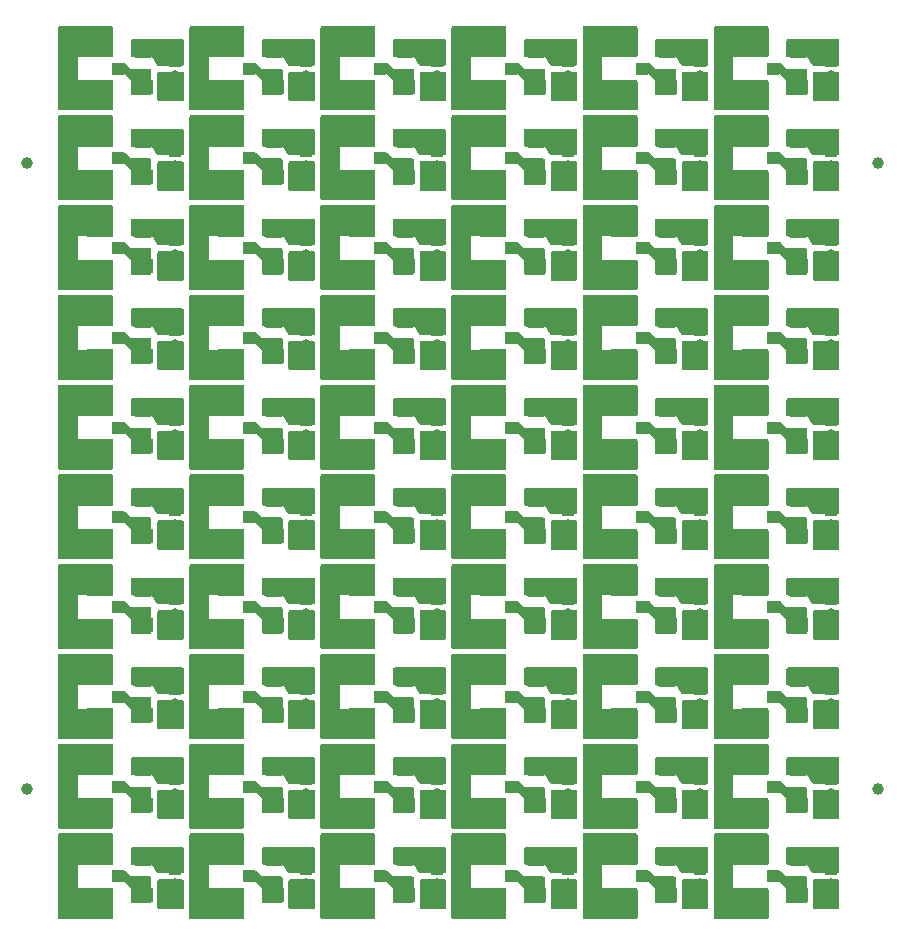
<source format=gbr>
%TF.GenerationSoftware,KiCad,Pcbnew,6.0.10-86aedd382b~118~ubuntu20.04.1*%
%TF.CreationDate,2023-01-07T17:55:22-08:00*%
%TF.ProjectId,coil_terminator_panelized,636f696c-5f74-4657-926d-696e61746f72,rev?*%
%TF.SameCoordinates,Original*%
%TF.FileFunction,Copper,L1,Top*%
%TF.FilePolarity,Positive*%
%FSLAX46Y46*%
G04 Gerber Fmt 4.6, Leading zero omitted, Abs format (unit mm)*
G04 Created by KiCad (PCBNEW 6.0.10-86aedd382b~118~ubuntu20.04.1) date 2023-01-07 17:55:22*
%MOMM*%
%LPD*%
G01*
G04 APERTURE LIST*
G04 Aperture macros list*
%AMRoundRect*
0 Rectangle with rounded corners*
0 $1 Rounding radius*
0 $2 $3 $4 $5 $6 $7 $8 $9 X,Y pos of 4 corners*
0 Add a 4 corners polygon primitive as box body*
4,1,4,$2,$3,$4,$5,$6,$7,$8,$9,$2,$3,0*
0 Add four circle primitives for the rounded corners*
1,1,$1+$1,$2,$3*
1,1,$1+$1,$4,$5*
1,1,$1+$1,$6,$7*
1,1,$1+$1,$8,$9*
0 Add four rect primitives between the rounded corners*
20,1,$1+$1,$2,$3,$4,$5,0*
20,1,$1+$1,$4,$5,$6,$7,0*
20,1,$1+$1,$6,$7,$8,$9,0*
20,1,$1+$1,$8,$9,$2,$3,0*%
G04 Aperture macros list end*
%TA.AperFunction,SMDPad,CuDef*%
%ADD10C,1.000000*%
%TD*%
%TA.AperFunction,SMDPad,CuDef*%
%ADD11RoundRect,0.250000X-0.625000X0.400000X-0.625000X-0.400000X0.625000X-0.400000X0.625000X0.400000X0*%
%TD*%
%TA.AperFunction,SMDPad,CuDef*%
%ADD12R,1.050000X1.000000*%
%TD*%
%TA.AperFunction,SMDPad,CuDef*%
%ADD13R,2.200000X1.050000*%
%TD*%
%TA.AperFunction,ComponentPad*%
%ADD14R,1.000000X1.000000*%
%TD*%
%TA.AperFunction,ComponentPad*%
%ADD15O,1.000000X1.000000*%
%TD*%
%TA.AperFunction,ViaPad*%
%ADD16C,0.600000*%
%TD*%
G04 APERTURE END LIST*
D10*
%TO.P,REF\u002A\u002A,*%
%TO.N,*%
X104000000Y-172000000D03*
%TD*%
%TO.P,REF\u002A\u002A,*%
%TO.N,*%
X176000000Y-172000000D03*
%TD*%
%TO.P,REF\u002A\u002A,*%
%TO.N,*%
X176000000Y-119000000D03*
%TD*%
%TO.P,REF\u002A\u002A,*%
%TO.N,*%
X104000000Y-119000000D03*
%TD*%
D11*
%TO.P,R1,1*%
%TO.N,/coil*%
X113750000Y-109450000D03*
%TO.P,R1,2*%
%TO.N,Net-(J1-Pad1)*%
X113750000Y-112550000D03*
%TD*%
%TO.P,R1,1*%
%TO.N,/coil*%
X113750000Y-117050000D03*
%TO.P,R1,2*%
%TO.N,Net-(J1-Pad1)*%
X113750000Y-120150000D03*
%TD*%
%TO.P,R1,1*%
%TO.N,/coil*%
X113750000Y-124650000D03*
%TO.P,R1,2*%
%TO.N,Net-(J1-Pad1)*%
X113750000Y-127750000D03*
%TD*%
%TO.P,R1,1*%
%TO.N,/coil*%
X113750000Y-132250000D03*
%TO.P,R1,2*%
%TO.N,Net-(J1-Pad1)*%
X113750000Y-135350000D03*
%TD*%
%TO.P,R1,1*%
%TO.N,/coil*%
X113750000Y-139850000D03*
%TO.P,R1,2*%
%TO.N,Net-(J1-Pad1)*%
X113750000Y-142950000D03*
%TD*%
%TO.P,R1,1*%
%TO.N,/coil*%
X113750000Y-147450000D03*
%TO.P,R1,2*%
%TO.N,Net-(J1-Pad1)*%
X113750000Y-150550000D03*
%TD*%
%TO.P,R1,1*%
%TO.N,/coil*%
X113750000Y-155050000D03*
%TO.P,R1,2*%
%TO.N,Net-(J1-Pad1)*%
X113750000Y-158150000D03*
%TD*%
%TO.P,R1,1*%
%TO.N,/coil*%
X113750000Y-162650000D03*
%TO.P,R1,2*%
%TO.N,Net-(J1-Pad1)*%
X113750000Y-165750000D03*
%TD*%
%TO.P,R1,1*%
%TO.N,/coil*%
X113750000Y-170250000D03*
%TO.P,R1,2*%
%TO.N,Net-(J1-Pad1)*%
X113750000Y-173350000D03*
%TD*%
%TO.P,R1,1*%
%TO.N,/coil*%
X113750000Y-177850000D03*
%TO.P,R1,2*%
%TO.N,Net-(J1-Pad1)*%
X113750000Y-180950000D03*
%TD*%
%TO.P,R1,1*%
%TO.N,/coil*%
X124850000Y-109450000D03*
%TO.P,R1,2*%
%TO.N,Net-(J1-Pad1)*%
X124850000Y-112550000D03*
%TD*%
%TO.P,R1,1*%
%TO.N,/coil*%
X124850000Y-117050000D03*
%TO.P,R1,2*%
%TO.N,Net-(J1-Pad1)*%
X124850000Y-120150000D03*
%TD*%
%TO.P,R1,1*%
%TO.N,/coil*%
X124850000Y-124650000D03*
%TO.P,R1,2*%
%TO.N,Net-(J1-Pad1)*%
X124850000Y-127750000D03*
%TD*%
%TO.P,R1,1*%
%TO.N,/coil*%
X124850000Y-132250000D03*
%TO.P,R1,2*%
%TO.N,Net-(J1-Pad1)*%
X124850000Y-135350000D03*
%TD*%
%TO.P,R1,1*%
%TO.N,/coil*%
X124850000Y-139850000D03*
%TO.P,R1,2*%
%TO.N,Net-(J1-Pad1)*%
X124850000Y-142950000D03*
%TD*%
%TO.P,R1,1*%
%TO.N,/coil*%
X124850000Y-147450000D03*
%TO.P,R1,2*%
%TO.N,Net-(J1-Pad1)*%
X124850000Y-150550000D03*
%TD*%
%TO.P,R1,1*%
%TO.N,/coil*%
X124850000Y-155050000D03*
%TO.P,R1,2*%
%TO.N,Net-(J1-Pad1)*%
X124850000Y-158150000D03*
%TD*%
%TO.P,R1,1*%
%TO.N,/coil*%
X124850000Y-162650000D03*
%TO.P,R1,2*%
%TO.N,Net-(J1-Pad1)*%
X124850000Y-165750000D03*
%TD*%
%TO.P,R1,1*%
%TO.N,/coil*%
X124850000Y-170250000D03*
%TO.P,R1,2*%
%TO.N,Net-(J1-Pad1)*%
X124850000Y-173350000D03*
%TD*%
%TO.P,R1,1*%
%TO.N,/coil*%
X124850000Y-177850000D03*
%TO.P,R1,2*%
%TO.N,Net-(J1-Pad1)*%
X124850000Y-180950000D03*
%TD*%
%TO.P,R1,1*%
%TO.N,/coil*%
X135950000Y-109450000D03*
%TO.P,R1,2*%
%TO.N,Net-(J1-Pad1)*%
X135950000Y-112550000D03*
%TD*%
%TO.P,R1,1*%
%TO.N,/coil*%
X135950000Y-117050000D03*
%TO.P,R1,2*%
%TO.N,Net-(J1-Pad1)*%
X135950000Y-120150000D03*
%TD*%
%TO.P,R1,1*%
%TO.N,/coil*%
X135950000Y-124650000D03*
%TO.P,R1,2*%
%TO.N,Net-(J1-Pad1)*%
X135950000Y-127750000D03*
%TD*%
%TO.P,R1,1*%
%TO.N,/coil*%
X135950000Y-132250000D03*
%TO.P,R1,2*%
%TO.N,Net-(J1-Pad1)*%
X135950000Y-135350000D03*
%TD*%
%TO.P,R1,1*%
%TO.N,/coil*%
X135950000Y-139850000D03*
%TO.P,R1,2*%
%TO.N,Net-(J1-Pad1)*%
X135950000Y-142950000D03*
%TD*%
%TO.P,R1,1*%
%TO.N,/coil*%
X135950000Y-147450000D03*
%TO.P,R1,2*%
%TO.N,Net-(J1-Pad1)*%
X135950000Y-150550000D03*
%TD*%
%TO.P,R1,1*%
%TO.N,/coil*%
X135950000Y-155050000D03*
%TO.P,R1,2*%
%TO.N,Net-(J1-Pad1)*%
X135950000Y-158150000D03*
%TD*%
%TO.P,R1,1*%
%TO.N,/coil*%
X135950000Y-162650000D03*
%TO.P,R1,2*%
%TO.N,Net-(J1-Pad1)*%
X135950000Y-165750000D03*
%TD*%
%TO.P,R1,1*%
%TO.N,/coil*%
X135950000Y-170250000D03*
%TO.P,R1,2*%
%TO.N,Net-(J1-Pad1)*%
X135950000Y-173350000D03*
%TD*%
%TO.P,R1,1*%
%TO.N,/coil*%
X135950000Y-177850000D03*
%TO.P,R1,2*%
%TO.N,Net-(J1-Pad1)*%
X135950000Y-180950000D03*
%TD*%
%TO.P,R1,1*%
%TO.N,/coil*%
X147050000Y-109450000D03*
%TO.P,R1,2*%
%TO.N,Net-(J1-Pad1)*%
X147050000Y-112550000D03*
%TD*%
%TO.P,R1,1*%
%TO.N,/coil*%
X147050000Y-117050000D03*
%TO.P,R1,2*%
%TO.N,Net-(J1-Pad1)*%
X147050000Y-120150000D03*
%TD*%
%TO.P,R1,1*%
%TO.N,/coil*%
X147050000Y-124650000D03*
%TO.P,R1,2*%
%TO.N,Net-(J1-Pad1)*%
X147050000Y-127750000D03*
%TD*%
%TO.P,R1,1*%
%TO.N,/coil*%
X147050000Y-132250000D03*
%TO.P,R1,2*%
%TO.N,Net-(J1-Pad1)*%
X147050000Y-135350000D03*
%TD*%
%TO.P,R1,1*%
%TO.N,/coil*%
X147050000Y-139850000D03*
%TO.P,R1,2*%
%TO.N,Net-(J1-Pad1)*%
X147050000Y-142950000D03*
%TD*%
%TO.P,R1,1*%
%TO.N,/coil*%
X147050000Y-147450000D03*
%TO.P,R1,2*%
%TO.N,Net-(J1-Pad1)*%
X147050000Y-150550000D03*
%TD*%
%TO.P,R1,1*%
%TO.N,/coil*%
X147050000Y-155050000D03*
%TO.P,R1,2*%
%TO.N,Net-(J1-Pad1)*%
X147050000Y-158150000D03*
%TD*%
%TO.P,R1,1*%
%TO.N,/coil*%
X147050000Y-162650000D03*
%TO.P,R1,2*%
%TO.N,Net-(J1-Pad1)*%
X147050000Y-165750000D03*
%TD*%
%TO.P,R1,1*%
%TO.N,/coil*%
X147050000Y-170250000D03*
%TO.P,R1,2*%
%TO.N,Net-(J1-Pad1)*%
X147050000Y-173350000D03*
%TD*%
%TO.P,R1,1*%
%TO.N,/coil*%
X147050000Y-177850000D03*
%TO.P,R1,2*%
%TO.N,Net-(J1-Pad1)*%
X147050000Y-180950000D03*
%TD*%
%TO.P,R1,1*%
%TO.N,/coil*%
X158150000Y-109450000D03*
%TO.P,R1,2*%
%TO.N,Net-(J1-Pad1)*%
X158150000Y-112550000D03*
%TD*%
%TO.P,R1,1*%
%TO.N,/coil*%
X158150000Y-117050000D03*
%TO.P,R1,2*%
%TO.N,Net-(J1-Pad1)*%
X158150000Y-120150000D03*
%TD*%
%TO.P,R1,1*%
%TO.N,/coil*%
X158150000Y-124650000D03*
%TO.P,R1,2*%
%TO.N,Net-(J1-Pad1)*%
X158150000Y-127750000D03*
%TD*%
%TO.P,R1,1*%
%TO.N,/coil*%
X158150000Y-132250000D03*
%TO.P,R1,2*%
%TO.N,Net-(J1-Pad1)*%
X158150000Y-135350000D03*
%TD*%
%TO.P,R1,1*%
%TO.N,/coil*%
X158150000Y-139850000D03*
%TO.P,R1,2*%
%TO.N,Net-(J1-Pad1)*%
X158150000Y-142950000D03*
%TD*%
%TO.P,R1,1*%
%TO.N,/coil*%
X158150000Y-147450000D03*
%TO.P,R1,2*%
%TO.N,Net-(J1-Pad1)*%
X158150000Y-150550000D03*
%TD*%
%TO.P,R1,1*%
%TO.N,/coil*%
X158150000Y-155050000D03*
%TO.P,R1,2*%
%TO.N,Net-(J1-Pad1)*%
X158150000Y-158150000D03*
%TD*%
%TO.P,R1,1*%
%TO.N,/coil*%
X158150000Y-162650000D03*
%TO.P,R1,2*%
%TO.N,Net-(J1-Pad1)*%
X158150000Y-165750000D03*
%TD*%
%TO.P,R1,1*%
%TO.N,/coil*%
X158150000Y-170250000D03*
%TO.P,R1,2*%
%TO.N,Net-(J1-Pad1)*%
X158150000Y-173350000D03*
%TD*%
%TO.P,R1,1*%
%TO.N,/coil*%
X158150000Y-177850000D03*
%TO.P,R1,2*%
%TO.N,Net-(J1-Pad1)*%
X158150000Y-180950000D03*
%TD*%
%TO.P,R1,1*%
%TO.N,/coil*%
X169250000Y-109450000D03*
%TO.P,R1,2*%
%TO.N,Net-(J1-Pad1)*%
X169250000Y-112550000D03*
%TD*%
%TO.P,R1,1*%
%TO.N,/coil*%
X169250000Y-117050000D03*
%TO.P,R1,2*%
%TO.N,Net-(J1-Pad1)*%
X169250000Y-120150000D03*
%TD*%
%TO.P,R1,1*%
%TO.N,/coil*%
X169250000Y-124650000D03*
%TO.P,R1,2*%
%TO.N,Net-(J1-Pad1)*%
X169250000Y-127750000D03*
%TD*%
%TO.P,R1,1*%
%TO.N,/coil*%
X169250000Y-132250000D03*
%TO.P,R1,2*%
%TO.N,Net-(J1-Pad1)*%
X169250000Y-135350000D03*
%TD*%
%TO.P,R1,1*%
%TO.N,/coil*%
X169250000Y-139850000D03*
%TO.P,R1,2*%
%TO.N,Net-(J1-Pad1)*%
X169250000Y-142950000D03*
%TD*%
%TO.P,R1,1*%
%TO.N,/coil*%
X169250000Y-147450000D03*
%TO.P,R1,2*%
%TO.N,Net-(J1-Pad1)*%
X169250000Y-150550000D03*
%TD*%
%TO.P,R1,1*%
%TO.N,/coil*%
X169250000Y-155050000D03*
%TO.P,R1,2*%
%TO.N,Net-(J1-Pad1)*%
X169250000Y-158150000D03*
%TD*%
%TO.P,R1,1*%
%TO.N,/coil*%
X169250000Y-162650000D03*
%TO.P,R1,2*%
%TO.N,Net-(J1-Pad1)*%
X169250000Y-165750000D03*
%TD*%
%TO.P,R1,1*%
%TO.N,/coil*%
X169250000Y-170250000D03*
%TO.P,R1,2*%
%TO.N,Net-(J1-Pad1)*%
X169250000Y-173350000D03*
%TD*%
%TO.P,R1,1*%
%TO.N,/coil*%
X169250000Y-177850000D03*
%TO.P,R1,2*%
%TO.N,Net-(J1-Pad1)*%
X169250000Y-180950000D03*
%TD*%
D12*
%TO.P,J1,1,In*%
%TO.N,Net-(J1-Pad1)*%
X111650000Y-111000000D03*
D13*
%TO.P,J1,2,Ext*%
%TO.N,GND*%
X110125000Y-112475000D03*
X110125000Y-109525000D03*
%TD*%
D12*
%TO.P,J1,1,In*%
%TO.N,Net-(J1-Pad1)*%
X111650000Y-118600000D03*
D13*
%TO.P,J1,2,Ext*%
%TO.N,GND*%
X110125000Y-120075000D03*
X110125000Y-117125000D03*
%TD*%
D12*
%TO.P,J1,1,In*%
%TO.N,Net-(J1-Pad1)*%
X111650000Y-126200000D03*
D13*
%TO.P,J1,2,Ext*%
%TO.N,GND*%
X110125000Y-127675000D03*
X110125000Y-124725000D03*
%TD*%
D12*
%TO.P,J1,1,In*%
%TO.N,Net-(J1-Pad1)*%
X111650000Y-133800000D03*
D13*
%TO.P,J1,2,Ext*%
%TO.N,GND*%
X110125000Y-135275000D03*
X110125000Y-132325000D03*
%TD*%
D12*
%TO.P,J1,1,In*%
%TO.N,Net-(J1-Pad1)*%
X111650000Y-141400000D03*
D13*
%TO.P,J1,2,Ext*%
%TO.N,GND*%
X110125000Y-142875000D03*
X110125000Y-139925000D03*
%TD*%
D12*
%TO.P,J1,1,In*%
%TO.N,Net-(J1-Pad1)*%
X111650000Y-149000000D03*
D13*
%TO.P,J1,2,Ext*%
%TO.N,GND*%
X110125000Y-150475000D03*
X110125000Y-147525000D03*
%TD*%
D12*
%TO.P,J1,1,In*%
%TO.N,Net-(J1-Pad1)*%
X111650000Y-156600000D03*
D13*
%TO.P,J1,2,Ext*%
%TO.N,GND*%
X110125000Y-158075000D03*
X110125000Y-155125000D03*
%TD*%
D12*
%TO.P,J1,1,In*%
%TO.N,Net-(J1-Pad1)*%
X111650000Y-164200000D03*
D13*
%TO.P,J1,2,Ext*%
%TO.N,GND*%
X110125000Y-165675000D03*
X110125000Y-162725000D03*
%TD*%
D12*
%TO.P,J1,1,In*%
%TO.N,Net-(J1-Pad1)*%
X111650000Y-171800000D03*
D13*
%TO.P,J1,2,Ext*%
%TO.N,GND*%
X110125000Y-173275000D03*
X110125000Y-170325000D03*
%TD*%
D12*
%TO.P,J1,1,In*%
%TO.N,Net-(J1-Pad1)*%
X111650000Y-179400000D03*
D13*
%TO.P,J1,2,Ext*%
%TO.N,GND*%
X110125000Y-180875000D03*
X110125000Y-177925000D03*
%TD*%
D12*
%TO.P,J1,1,In*%
%TO.N,Net-(J1-Pad1)*%
X122750000Y-111000000D03*
D13*
%TO.P,J1,2,Ext*%
%TO.N,GND*%
X121225000Y-112475000D03*
X121225000Y-109525000D03*
%TD*%
D12*
%TO.P,J1,1,In*%
%TO.N,Net-(J1-Pad1)*%
X122750000Y-118600000D03*
D13*
%TO.P,J1,2,Ext*%
%TO.N,GND*%
X121225000Y-120075000D03*
X121225000Y-117125000D03*
%TD*%
D12*
%TO.P,J1,1,In*%
%TO.N,Net-(J1-Pad1)*%
X122750000Y-126200000D03*
D13*
%TO.P,J1,2,Ext*%
%TO.N,GND*%
X121225000Y-127675000D03*
X121225000Y-124725000D03*
%TD*%
D12*
%TO.P,J1,1,In*%
%TO.N,Net-(J1-Pad1)*%
X122750000Y-133800000D03*
D13*
%TO.P,J1,2,Ext*%
%TO.N,GND*%
X121225000Y-135275000D03*
X121225000Y-132325000D03*
%TD*%
D12*
%TO.P,J1,1,In*%
%TO.N,Net-(J1-Pad1)*%
X122750000Y-141400000D03*
D13*
%TO.P,J1,2,Ext*%
%TO.N,GND*%
X121225000Y-142875000D03*
X121225000Y-139925000D03*
%TD*%
D12*
%TO.P,J1,1,In*%
%TO.N,Net-(J1-Pad1)*%
X122750000Y-149000000D03*
D13*
%TO.P,J1,2,Ext*%
%TO.N,GND*%
X121225000Y-150475000D03*
X121225000Y-147525000D03*
%TD*%
D12*
%TO.P,J1,1,In*%
%TO.N,Net-(J1-Pad1)*%
X122750000Y-156600000D03*
D13*
%TO.P,J1,2,Ext*%
%TO.N,GND*%
X121225000Y-158075000D03*
X121225000Y-155125000D03*
%TD*%
D12*
%TO.P,J1,1,In*%
%TO.N,Net-(J1-Pad1)*%
X122750000Y-164200000D03*
D13*
%TO.P,J1,2,Ext*%
%TO.N,GND*%
X121225000Y-165675000D03*
X121225000Y-162725000D03*
%TD*%
D12*
%TO.P,J1,1,In*%
%TO.N,Net-(J1-Pad1)*%
X122750000Y-171800000D03*
D13*
%TO.P,J1,2,Ext*%
%TO.N,GND*%
X121225000Y-173275000D03*
X121225000Y-170325000D03*
%TD*%
D12*
%TO.P,J1,1,In*%
%TO.N,Net-(J1-Pad1)*%
X122750000Y-179400000D03*
D13*
%TO.P,J1,2,Ext*%
%TO.N,GND*%
X121225000Y-180875000D03*
X121225000Y-177925000D03*
%TD*%
D12*
%TO.P,J1,1,In*%
%TO.N,Net-(J1-Pad1)*%
X133850000Y-111000000D03*
D13*
%TO.P,J1,2,Ext*%
%TO.N,GND*%
X132325000Y-112475000D03*
X132325000Y-109525000D03*
%TD*%
D12*
%TO.P,J1,1,In*%
%TO.N,Net-(J1-Pad1)*%
X133850000Y-118600000D03*
D13*
%TO.P,J1,2,Ext*%
%TO.N,GND*%
X132325000Y-120075000D03*
X132325000Y-117125000D03*
%TD*%
D12*
%TO.P,J1,1,In*%
%TO.N,Net-(J1-Pad1)*%
X133850000Y-126200000D03*
D13*
%TO.P,J1,2,Ext*%
%TO.N,GND*%
X132325000Y-127675000D03*
X132325000Y-124725000D03*
%TD*%
D12*
%TO.P,J1,1,In*%
%TO.N,Net-(J1-Pad1)*%
X133850000Y-133800000D03*
D13*
%TO.P,J1,2,Ext*%
%TO.N,GND*%
X132325000Y-135275000D03*
X132325000Y-132325000D03*
%TD*%
D12*
%TO.P,J1,1,In*%
%TO.N,Net-(J1-Pad1)*%
X133850000Y-141400000D03*
D13*
%TO.P,J1,2,Ext*%
%TO.N,GND*%
X132325000Y-142875000D03*
X132325000Y-139925000D03*
%TD*%
D12*
%TO.P,J1,1,In*%
%TO.N,Net-(J1-Pad1)*%
X133850000Y-149000000D03*
D13*
%TO.P,J1,2,Ext*%
%TO.N,GND*%
X132325000Y-150475000D03*
X132325000Y-147525000D03*
%TD*%
D12*
%TO.P,J1,1,In*%
%TO.N,Net-(J1-Pad1)*%
X133850000Y-156600000D03*
D13*
%TO.P,J1,2,Ext*%
%TO.N,GND*%
X132325000Y-158075000D03*
X132325000Y-155125000D03*
%TD*%
D12*
%TO.P,J1,1,In*%
%TO.N,Net-(J1-Pad1)*%
X133850000Y-164200000D03*
D13*
%TO.P,J1,2,Ext*%
%TO.N,GND*%
X132325000Y-165675000D03*
X132325000Y-162725000D03*
%TD*%
D12*
%TO.P,J1,1,In*%
%TO.N,Net-(J1-Pad1)*%
X133850000Y-171800000D03*
D13*
%TO.P,J1,2,Ext*%
%TO.N,GND*%
X132325000Y-173275000D03*
X132325000Y-170325000D03*
%TD*%
D12*
%TO.P,J1,1,In*%
%TO.N,Net-(J1-Pad1)*%
X133850000Y-179400000D03*
D13*
%TO.P,J1,2,Ext*%
%TO.N,GND*%
X132325000Y-180875000D03*
X132325000Y-177925000D03*
%TD*%
D12*
%TO.P,J1,1,In*%
%TO.N,Net-(J1-Pad1)*%
X144950000Y-111000000D03*
D13*
%TO.P,J1,2,Ext*%
%TO.N,GND*%
X143425000Y-112475000D03*
X143425000Y-109525000D03*
%TD*%
D12*
%TO.P,J1,1,In*%
%TO.N,Net-(J1-Pad1)*%
X144950000Y-118600000D03*
D13*
%TO.P,J1,2,Ext*%
%TO.N,GND*%
X143425000Y-120075000D03*
X143425000Y-117125000D03*
%TD*%
D12*
%TO.P,J1,1,In*%
%TO.N,Net-(J1-Pad1)*%
X144950000Y-126200000D03*
D13*
%TO.P,J1,2,Ext*%
%TO.N,GND*%
X143425000Y-127675000D03*
X143425000Y-124725000D03*
%TD*%
D12*
%TO.P,J1,1,In*%
%TO.N,Net-(J1-Pad1)*%
X144950000Y-133800000D03*
D13*
%TO.P,J1,2,Ext*%
%TO.N,GND*%
X143425000Y-135275000D03*
X143425000Y-132325000D03*
%TD*%
D12*
%TO.P,J1,1,In*%
%TO.N,Net-(J1-Pad1)*%
X144950000Y-141400000D03*
D13*
%TO.P,J1,2,Ext*%
%TO.N,GND*%
X143425000Y-142875000D03*
X143425000Y-139925000D03*
%TD*%
D12*
%TO.P,J1,1,In*%
%TO.N,Net-(J1-Pad1)*%
X144950000Y-149000000D03*
D13*
%TO.P,J1,2,Ext*%
%TO.N,GND*%
X143425000Y-150475000D03*
X143425000Y-147525000D03*
%TD*%
D12*
%TO.P,J1,1,In*%
%TO.N,Net-(J1-Pad1)*%
X144950000Y-156600000D03*
D13*
%TO.P,J1,2,Ext*%
%TO.N,GND*%
X143425000Y-158075000D03*
X143425000Y-155125000D03*
%TD*%
D12*
%TO.P,J1,1,In*%
%TO.N,Net-(J1-Pad1)*%
X144950000Y-164200000D03*
D13*
%TO.P,J1,2,Ext*%
%TO.N,GND*%
X143425000Y-165675000D03*
X143425000Y-162725000D03*
%TD*%
D12*
%TO.P,J1,1,In*%
%TO.N,Net-(J1-Pad1)*%
X144950000Y-171800000D03*
D13*
%TO.P,J1,2,Ext*%
%TO.N,GND*%
X143425000Y-173275000D03*
X143425000Y-170325000D03*
%TD*%
D12*
%TO.P,J1,1,In*%
%TO.N,Net-(J1-Pad1)*%
X144950000Y-179400000D03*
D13*
%TO.P,J1,2,Ext*%
%TO.N,GND*%
X143425000Y-180875000D03*
X143425000Y-177925000D03*
%TD*%
D12*
%TO.P,J1,1,In*%
%TO.N,Net-(J1-Pad1)*%
X156050000Y-111000000D03*
D13*
%TO.P,J1,2,Ext*%
%TO.N,GND*%
X154525000Y-112475000D03*
X154525000Y-109525000D03*
%TD*%
D12*
%TO.P,J1,1,In*%
%TO.N,Net-(J1-Pad1)*%
X156050000Y-118600000D03*
D13*
%TO.P,J1,2,Ext*%
%TO.N,GND*%
X154525000Y-120075000D03*
X154525000Y-117125000D03*
%TD*%
D12*
%TO.P,J1,1,In*%
%TO.N,Net-(J1-Pad1)*%
X156050000Y-126200000D03*
D13*
%TO.P,J1,2,Ext*%
%TO.N,GND*%
X154525000Y-127675000D03*
X154525000Y-124725000D03*
%TD*%
D12*
%TO.P,J1,1,In*%
%TO.N,Net-(J1-Pad1)*%
X156050000Y-133800000D03*
D13*
%TO.P,J1,2,Ext*%
%TO.N,GND*%
X154525000Y-135275000D03*
X154525000Y-132325000D03*
%TD*%
D12*
%TO.P,J1,1,In*%
%TO.N,Net-(J1-Pad1)*%
X156050000Y-141400000D03*
D13*
%TO.P,J1,2,Ext*%
%TO.N,GND*%
X154525000Y-142875000D03*
X154525000Y-139925000D03*
%TD*%
D12*
%TO.P,J1,1,In*%
%TO.N,Net-(J1-Pad1)*%
X156050000Y-149000000D03*
D13*
%TO.P,J1,2,Ext*%
%TO.N,GND*%
X154525000Y-150475000D03*
X154525000Y-147525000D03*
%TD*%
D12*
%TO.P,J1,1,In*%
%TO.N,Net-(J1-Pad1)*%
X156050000Y-156600000D03*
D13*
%TO.P,J1,2,Ext*%
%TO.N,GND*%
X154525000Y-158075000D03*
X154525000Y-155125000D03*
%TD*%
D12*
%TO.P,J1,1,In*%
%TO.N,Net-(J1-Pad1)*%
X156050000Y-164200000D03*
D13*
%TO.P,J1,2,Ext*%
%TO.N,GND*%
X154525000Y-165675000D03*
X154525000Y-162725000D03*
%TD*%
D12*
%TO.P,J1,1,In*%
%TO.N,Net-(J1-Pad1)*%
X156050000Y-171800000D03*
D13*
%TO.P,J1,2,Ext*%
%TO.N,GND*%
X154525000Y-173275000D03*
X154525000Y-170325000D03*
%TD*%
D12*
%TO.P,J1,1,In*%
%TO.N,Net-(J1-Pad1)*%
X156050000Y-179400000D03*
D13*
%TO.P,J1,2,Ext*%
%TO.N,GND*%
X154525000Y-180875000D03*
X154525000Y-177925000D03*
%TD*%
D12*
%TO.P,J1,1,In*%
%TO.N,Net-(J1-Pad1)*%
X167150000Y-111000000D03*
D13*
%TO.P,J1,2,Ext*%
%TO.N,GND*%
X165625000Y-112475000D03*
X165625000Y-109525000D03*
%TD*%
D12*
%TO.P,J1,1,In*%
%TO.N,Net-(J1-Pad1)*%
X167150000Y-118600000D03*
D13*
%TO.P,J1,2,Ext*%
%TO.N,GND*%
X165625000Y-120075000D03*
X165625000Y-117125000D03*
%TD*%
D12*
%TO.P,J1,1,In*%
%TO.N,Net-(J1-Pad1)*%
X167150000Y-126200000D03*
D13*
%TO.P,J1,2,Ext*%
%TO.N,GND*%
X165625000Y-127675000D03*
X165625000Y-124725000D03*
%TD*%
D12*
%TO.P,J1,1,In*%
%TO.N,Net-(J1-Pad1)*%
X167150000Y-133800000D03*
D13*
%TO.P,J1,2,Ext*%
%TO.N,GND*%
X165625000Y-135275000D03*
X165625000Y-132325000D03*
%TD*%
D12*
%TO.P,J1,1,In*%
%TO.N,Net-(J1-Pad1)*%
X167150000Y-141400000D03*
D13*
%TO.P,J1,2,Ext*%
%TO.N,GND*%
X165625000Y-142875000D03*
X165625000Y-139925000D03*
%TD*%
D12*
%TO.P,J1,1,In*%
%TO.N,Net-(J1-Pad1)*%
X167150000Y-149000000D03*
D13*
%TO.P,J1,2,Ext*%
%TO.N,GND*%
X165625000Y-150475000D03*
X165625000Y-147525000D03*
%TD*%
D12*
%TO.P,J1,1,In*%
%TO.N,Net-(J1-Pad1)*%
X167150000Y-156600000D03*
D13*
%TO.P,J1,2,Ext*%
%TO.N,GND*%
X165625000Y-158075000D03*
X165625000Y-155125000D03*
%TD*%
D12*
%TO.P,J1,1,In*%
%TO.N,Net-(J1-Pad1)*%
X167150000Y-164200000D03*
D13*
%TO.P,J1,2,Ext*%
%TO.N,GND*%
X165625000Y-165675000D03*
X165625000Y-162725000D03*
%TD*%
D12*
%TO.P,J1,1,In*%
%TO.N,Net-(J1-Pad1)*%
X167150000Y-171800000D03*
D13*
%TO.P,J1,2,Ext*%
%TO.N,GND*%
X165625000Y-173275000D03*
X165625000Y-170325000D03*
%TD*%
D12*
%TO.P,J1,1,In*%
%TO.N,Net-(J1-Pad1)*%
X167150000Y-179400000D03*
D13*
%TO.P,J1,2,Ext*%
%TO.N,GND*%
X165625000Y-180875000D03*
X165625000Y-177925000D03*
%TD*%
D14*
%TO.P,J2,1,Pin_1*%
%TO.N,/coil*%
X116500000Y-110350000D03*
D15*
%TO.P,J2,2,Pin_2*%
%TO.N,GND*%
X116500000Y-111620000D03*
%TD*%
D14*
%TO.P,J2,1,Pin_1*%
%TO.N,/coil*%
X116500000Y-117950000D03*
D15*
%TO.P,J2,2,Pin_2*%
%TO.N,GND*%
X116500000Y-119220000D03*
%TD*%
D14*
%TO.P,J2,1,Pin_1*%
%TO.N,/coil*%
X116500000Y-125550000D03*
D15*
%TO.P,J2,2,Pin_2*%
%TO.N,GND*%
X116500000Y-126820000D03*
%TD*%
D14*
%TO.P,J2,1,Pin_1*%
%TO.N,/coil*%
X116500000Y-133150000D03*
D15*
%TO.P,J2,2,Pin_2*%
%TO.N,GND*%
X116500000Y-134420000D03*
%TD*%
D14*
%TO.P,J2,1,Pin_1*%
%TO.N,/coil*%
X116500000Y-140750000D03*
D15*
%TO.P,J2,2,Pin_2*%
%TO.N,GND*%
X116500000Y-142020000D03*
%TD*%
D14*
%TO.P,J2,1,Pin_1*%
%TO.N,/coil*%
X116500000Y-148350000D03*
D15*
%TO.P,J2,2,Pin_2*%
%TO.N,GND*%
X116500000Y-149620000D03*
%TD*%
D14*
%TO.P,J2,1,Pin_1*%
%TO.N,/coil*%
X116500000Y-155950000D03*
D15*
%TO.P,J2,2,Pin_2*%
%TO.N,GND*%
X116500000Y-157220000D03*
%TD*%
D14*
%TO.P,J2,1,Pin_1*%
%TO.N,/coil*%
X116500000Y-163550000D03*
D15*
%TO.P,J2,2,Pin_2*%
%TO.N,GND*%
X116500000Y-164820000D03*
%TD*%
D14*
%TO.P,J2,1,Pin_1*%
%TO.N,/coil*%
X116500000Y-171150000D03*
D15*
%TO.P,J2,2,Pin_2*%
%TO.N,GND*%
X116500000Y-172420000D03*
%TD*%
D14*
%TO.P,J2,1,Pin_1*%
%TO.N,/coil*%
X116500000Y-178750000D03*
D15*
%TO.P,J2,2,Pin_2*%
%TO.N,GND*%
X116500000Y-180020000D03*
%TD*%
D14*
%TO.P,J2,1,Pin_1*%
%TO.N,/coil*%
X127600000Y-110350000D03*
D15*
%TO.P,J2,2,Pin_2*%
%TO.N,GND*%
X127600000Y-111620000D03*
%TD*%
D14*
%TO.P,J2,1,Pin_1*%
%TO.N,/coil*%
X127600000Y-117950000D03*
D15*
%TO.P,J2,2,Pin_2*%
%TO.N,GND*%
X127600000Y-119220000D03*
%TD*%
D14*
%TO.P,J2,1,Pin_1*%
%TO.N,/coil*%
X127600000Y-125550000D03*
D15*
%TO.P,J2,2,Pin_2*%
%TO.N,GND*%
X127600000Y-126820000D03*
%TD*%
D14*
%TO.P,J2,1,Pin_1*%
%TO.N,/coil*%
X127600000Y-133150000D03*
D15*
%TO.P,J2,2,Pin_2*%
%TO.N,GND*%
X127600000Y-134420000D03*
%TD*%
D14*
%TO.P,J2,1,Pin_1*%
%TO.N,/coil*%
X127600000Y-140750000D03*
D15*
%TO.P,J2,2,Pin_2*%
%TO.N,GND*%
X127600000Y-142020000D03*
%TD*%
D14*
%TO.P,J2,1,Pin_1*%
%TO.N,/coil*%
X127600000Y-148350000D03*
D15*
%TO.P,J2,2,Pin_2*%
%TO.N,GND*%
X127600000Y-149620000D03*
%TD*%
D14*
%TO.P,J2,1,Pin_1*%
%TO.N,/coil*%
X127600000Y-155950000D03*
D15*
%TO.P,J2,2,Pin_2*%
%TO.N,GND*%
X127600000Y-157220000D03*
%TD*%
D14*
%TO.P,J2,1,Pin_1*%
%TO.N,/coil*%
X127600000Y-163550000D03*
D15*
%TO.P,J2,2,Pin_2*%
%TO.N,GND*%
X127600000Y-164820000D03*
%TD*%
D14*
%TO.P,J2,1,Pin_1*%
%TO.N,/coil*%
X127600000Y-171150000D03*
D15*
%TO.P,J2,2,Pin_2*%
%TO.N,GND*%
X127600000Y-172420000D03*
%TD*%
D14*
%TO.P,J2,1,Pin_1*%
%TO.N,/coil*%
X127600000Y-178750000D03*
D15*
%TO.P,J2,2,Pin_2*%
%TO.N,GND*%
X127600000Y-180020000D03*
%TD*%
D14*
%TO.P,J2,1,Pin_1*%
%TO.N,/coil*%
X138700000Y-110350000D03*
D15*
%TO.P,J2,2,Pin_2*%
%TO.N,GND*%
X138700000Y-111620000D03*
%TD*%
D14*
%TO.P,J2,1,Pin_1*%
%TO.N,/coil*%
X138700000Y-117950000D03*
D15*
%TO.P,J2,2,Pin_2*%
%TO.N,GND*%
X138700000Y-119220000D03*
%TD*%
D14*
%TO.P,J2,1,Pin_1*%
%TO.N,/coil*%
X138700000Y-125550000D03*
D15*
%TO.P,J2,2,Pin_2*%
%TO.N,GND*%
X138700000Y-126820000D03*
%TD*%
D14*
%TO.P,J2,1,Pin_1*%
%TO.N,/coil*%
X138700000Y-133150000D03*
D15*
%TO.P,J2,2,Pin_2*%
%TO.N,GND*%
X138700000Y-134420000D03*
%TD*%
D14*
%TO.P,J2,1,Pin_1*%
%TO.N,/coil*%
X138700000Y-140750000D03*
D15*
%TO.P,J2,2,Pin_2*%
%TO.N,GND*%
X138700000Y-142020000D03*
%TD*%
D14*
%TO.P,J2,1,Pin_1*%
%TO.N,/coil*%
X138700000Y-148350000D03*
D15*
%TO.P,J2,2,Pin_2*%
%TO.N,GND*%
X138700000Y-149620000D03*
%TD*%
D14*
%TO.P,J2,1,Pin_1*%
%TO.N,/coil*%
X138700000Y-155950000D03*
D15*
%TO.P,J2,2,Pin_2*%
%TO.N,GND*%
X138700000Y-157220000D03*
%TD*%
D14*
%TO.P,J2,1,Pin_1*%
%TO.N,/coil*%
X138700000Y-163550000D03*
D15*
%TO.P,J2,2,Pin_2*%
%TO.N,GND*%
X138700000Y-164820000D03*
%TD*%
D14*
%TO.P,J2,1,Pin_1*%
%TO.N,/coil*%
X138700000Y-171150000D03*
D15*
%TO.P,J2,2,Pin_2*%
%TO.N,GND*%
X138700000Y-172420000D03*
%TD*%
D14*
%TO.P,J2,1,Pin_1*%
%TO.N,/coil*%
X138700000Y-178750000D03*
D15*
%TO.P,J2,2,Pin_2*%
%TO.N,GND*%
X138700000Y-180020000D03*
%TD*%
D14*
%TO.P,J2,1,Pin_1*%
%TO.N,/coil*%
X149800000Y-110350000D03*
D15*
%TO.P,J2,2,Pin_2*%
%TO.N,GND*%
X149800000Y-111620000D03*
%TD*%
D14*
%TO.P,J2,1,Pin_1*%
%TO.N,/coil*%
X149800000Y-117950000D03*
D15*
%TO.P,J2,2,Pin_2*%
%TO.N,GND*%
X149800000Y-119220000D03*
%TD*%
D14*
%TO.P,J2,1,Pin_1*%
%TO.N,/coil*%
X149800000Y-125550000D03*
D15*
%TO.P,J2,2,Pin_2*%
%TO.N,GND*%
X149800000Y-126820000D03*
%TD*%
D14*
%TO.P,J2,1,Pin_1*%
%TO.N,/coil*%
X149800000Y-133150000D03*
D15*
%TO.P,J2,2,Pin_2*%
%TO.N,GND*%
X149800000Y-134420000D03*
%TD*%
D14*
%TO.P,J2,1,Pin_1*%
%TO.N,/coil*%
X149800000Y-140750000D03*
D15*
%TO.P,J2,2,Pin_2*%
%TO.N,GND*%
X149800000Y-142020000D03*
%TD*%
D14*
%TO.P,J2,1,Pin_1*%
%TO.N,/coil*%
X149800000Y-148350000D03*
D15*
%TO.P,J2,2,Pin_2*%
%TO.N,GND*%
X149800000Y-149620000D03*
%TD*%
D14*
%TO.P,J2,1,Pin_1*%
%TO.N,/coil*%
X149800000Y-155950000D03*
D15*
%TO.P,J2,2,Pin_2*%
%TO.N,GND*%
X149800000Y-157220000D03*
%TD*%
D14*
%TO.P,J2,1,Pin_1*%
%TO.N,/coil*%
X149800000Y-163550000D03*
D15*
%TO.P,J2,2,Pin_2*%
%TO.N,GND*%
X149800000Y-164820000D03*
%TD*%
D14*
%TO.P,J2,1,Pin_1*%
%TO.N,/coil*%
X149800000Y-171150000D03*
D15*
%TO.P,J2,2,Pin_2*%
%TO.N,GND*%
X149800000Y-172420000D03*
%TD*%
D14*
%TO.P,J2,1,Pin_1*%
%TO.N,/coil*%
X149800000Y-178750000D03*
D15*
%TO.P,J2,2,Pin_2*%
%TO.N,GND*%
X149800000Y-180020000D03*
%TD*%
D14*
%TO.P,J2,1,Pin_1*%
%TO.N,/coil*%
X160900000Y-110350000D03*
D15*
%TO.P,J2,2,Pin_2*%
%TO.N,GND*%
X160900000Y-111620000D03*
%TD*%
D14*
%TO.P,J2,1,Pin_1*%
%TO.N,/coil*%
X160900000Y-117950000D03*
D15*
%TO.P,J2,2,Pin_2*%
%TO.N,GND*%
X160900000Y-119220000D03*
%TD*%
D14*
%TO.P,J2,1,Pin_1*%
%TO.N,/coil*%
X160900000Y-125550000D03*
D15*
%TO.P,J2,2,Pin_2*%
%TO.N,GND*%
X160900000Y-126820000D03*
%TD*%
D14*
%TO.P,J2,1,Pin_1*%
%TO.N,/coil*%
X160900000Y-133150000D03*
D15*
%TO.P,J2,2,Pin_2*%
%TO.N,GND*%
X160900000Y-134420000D03*
%TD*%
D14*
%TO.P,J2,1,Pin_1*%
%TO.N,/coil*%
X160900000Y-140750000D03*
D15*
%TO.P,J2,2,Pin_2*%
%TO.N,GND*%
X160900000Y-142020000D03*
%TD*%
D14*
%TO.P,J2,1,Pin_1*%
%TO.N,/coil*%
X160900000Y-148350000D03*
D15*
%TO.P,J2,2,Pin_2*%
%TO.N,GND*%
X160900000Y-149620000D03*
%TD*%
D14*
%TO.P,J2,1,Pin_1*%
%TO.N,/coil*%
X160900000Y-155950000D03*
D15*
%TO.P,J2,2,Pin_2*%
%TO.N,GND*%
X160900000Y-157220000D03*
%TD*%
D14*
%TO.P,J2,1,Pin_1*%
%TO.N,/coil*%
X160900000Y-163550000D03*
D15*
%TO.P,J2,2,Pin_2*%
%TO.N,GND*%
X160900000Y-164820000D03*
%TD*%
D14*
%TO.P,J2,1,Pin_1*%
%TO.N,/coil*%
X160900000Y-171150000D03*
D15*
%TO.P,J2,2,Pin_2*%
%TO.N,GND*%
X160900000Y-172420000D03*
%TD*%
D14*
%TO.P,J2,1,Pin_1*%
%TO.N,/coil*%
X160900000Y-178750000D03*
D15*
%TO.P,J2,2,Pin_2*%
%TO.N,GND*%
X160900000Y-180020000D03*
%TD*%
D14*
%TO.P,J2,1,Pin_1*%
%TO.N,/coil*%
X172000000Y-110350000D03*
D15*
%TO.P,J2,2,Pin_2*%
%TO.N,GND*%
X172000000Y-111620000D03*
%TD*%
D14*
%TO.P,J2,1,Pin_1*%
%TO.N,/coil*%
X172000000Y-117950000D03*
D15*
%TO.P,J2,2,Pin_2*%
%TO.N,GND*%
X172000000Y-119220000D03*
%TD*%
D14*
%TO.P,J2,1,Pin_1*%
%TO.N,/coil*%
X172000000Y-125550000D03*
D15*
%TO.P,J2,2,Pin_2*%
%TO.N,GND*%
X172000000Y-126820000D03*
%TD*%
D14*
%TO.P,J2,1,Pin_1*%
%TO.N,/coil*%
X172000000Y-133150000D03*
D15*
%TO.P,J2,2,Pin_2*%
%TO.N,GND*%
X172000000Y-134420000D03*
%TD*%
D14*
%TO.P,J2,1,Pin_1*%
%TO.N,/coil*%
X172000000Y-140750000D03*
D15*
%TO.P,J2,2,Pin_2*%
%TO.N,GND*%
X172000000Y-142020000D03*
%TD*%
D14*
%TO.P,J2,1,Pin_1*%
%TO.N,/coil*%
X172000000Y-148350000D03*
D15*
%TO.P,J2,2,Pin_2*%
%TO.N,GND*%
X172000000Y-149620000D03*
%TD*%
D14*
%TO.P,J2,1,Pin_1*%
%TO.N,/coil*%
X172000000Y-155950000D03*
D15*
%TO.P,J2,2,Pin_2*%
%TO.N,GND*%
X172000000Y-157220000D03*
%TD*%
D14*
%TO.P,J2,1,Pin_1*%
%TO.N,/coil*%
X172000000Y-163550000D03*
D15*
%TO.P,J2,2,Pin_2*%
%TO.N,GND*%
X172000000Y-164820000D03*
%TD*%
D14*
%TO.P,J2,1,Pin_1*%
%TO.N,/coil*%
X172000000Y-171150000D03*
D15*
%TO.P,J2,2,Pin_2*%
%TO.N,GND*%
X172000000Y-172420000D03*
%TD*%
D14*
%TO.P,J2,1,Pin_1*%
%TO.N,/coil*%
X172000000Y-178750000D03*
D15*
%TO.P,J2,2,Pin_2*%
%TO.N,GND*%
X172000000Y-180020000D03*
%TD*%
D16*
%TO.N,GND*%
X109750000Y-113250000D03*
X109750000Y-128450000D03*
X109750000Y-136050000D03*
X109750000Y-143650000D03*
X109750000Y-151250000D03*
X109750000Y-158850000D03*
X109750000Y-166450000D03*
X109750000Y-174050000D03*
X109750000Y-181650000D03*
X109750000Y-120850000D03*
X120850000Y-113250000D03*
X120850000Y-120850000D03*
X120850000Y-128450000D03*
X120850000Y-136050000D03*
X120850000Y-143650000D03*
X120850000Y-151250000D03*
X120850000Y-158850000D03*
X120850000Y-166450000D03*
X120850000Y-174050000D03*
X120850000Y-181650000D03*
X131950000Y-113250000D03*
X131950000Y-120850000D03*
X131950000Y-128450000D03*
X131950000Y-136050000D03*
X131950000Y-143650000D03*
X131950000Y-151250000D03*
X131950000Y-158850000D03*
X131950000Y-166450000D03*
X131950000Y-174050000D03*
X131950000Y-181650000D03*
X143050000Y-113250000D03*
X143050000Y-120850000D03*
X143050000Y-128450000D03*
X143050000Y-136050000D03*
X143050000Y-143650000D03*
X143050000Y-151250000D03*
X143050000Y-158850000D03*
X143050000Y-166450000D03*
X143050000Y-174050000D03*
X143050000Y-181650000D03*
X154150000Y-113250000D03*
X154150000Y-120850000D03*
X154150000Y-128450000D03*
X154150000Y-136050000D03*
X154150000Y-143650000D03*
X154150000Y-151250000D03*
X154150000Y-158850000D03*
X154150000Y-166450000D03*
X154150000Y-174050000D03*
X154150000Y-181650000D03*
X165250000Y-113250000D03*
X165250000Y-120850000D03*
X165250000Y-128450000D03*
X165250000Y-136050000D03*
X165250000Y-143650000D03*
X165250000Y-151250000D03*
X165250000Y-158850000D03*
X165250000Y-166450000D03*
X165250000Y-174050000D03*
X165250000Y-181650000D03*
X110750000Y-108750000D03*
X110750000Y-116350000D03*
X110750000Y-123950000D03*
X110750000Y-131550000D03*
X110750000Y-139150000D03*
X110750000Y-146750000D03*
X110750000Y-154350000D03*
X110750000Y-161950000D03*
X110750000Y-169550000D03*
X110750000Y-177150000D03*
X121850000Y-108750000D03*
X121850000Y-116350000D03*
X121850000Y-123950000D03*
X121850000Y-131550000D03*
X121850000Y-139150000D03*
X121850000Y-146750000D03*
X121850000Y-154350000D03*
X121850000Y-161950000D03*
X121850000Y-169550000D03*
X121850000Y-177150000D03*
X132950000Y-108750000D03*
X132950000Y-116350000D03*
X132950000Y-123950000D03*
X132950000Y-131550000D03*
X132950000Y-139150000D03*
X132950000Y-146750000D03*
X132950000Y-154350000D03*
X132950000Y-161950000D03*
X132950000Y-169550000D03*
X132950000Y-177150000D03*
X144050000Y-108750000D03*
X155150000Y-177150000D03*
X166250000Y-108750000D03*
X166250000Y-116350000D03*
X166250000Y-123950000D03*
X166250000Y-131550000D03*
X166250000Y-139150000D03*
X144050000Y-116350000D03*
X144050000Y-123950000D03*
X144050000Y-131550000D03*
X144050000Y-139150000D03*
X144050000Y-146750000D03*
X144050000Y-154350000D03*
X144050000Y-161950000D03*
X144050000Y-169550000D03*
X144050000Y-177150000D03*
X155150000Y-108750000D03*
X155150000Y-116350000D03*
X155150000Y-123950000D03*
X155150000Y-131550000D03*
X155150000Y-139150000D03*
X155150000Y-146750000D03*
X155150000Y-154350000D03*
X155150000Y-161950000D03*
X155150000Y-169550000D03*
X166250000Y-146750000D03*
X166250000Y-154350000D03*
X166250000Y-161950000D03*
X166250000Y-169550000D03*
X166250000Y-177150000D03*
X116250000Y-113250000D03*
X127350000Y-113250000D03*
X127350000Y-120850000D03*
X127350000Y-128450000D03*
X127350000Y-136050000D03*
X127350000Y-143650000D03*
X127350000Y-151250000D03*
X127350000Y-158850000D03*
X127350000Y-166450000D03*
X116250000Y-120850000D03*
X116250000Y-128450000D03*
X116250000Y-136050000D03*
X116250000Y-143650000D03*
X116250000Y-151250000D03*
X116250000Y-158850000D03*
X116250000Y-166450000D03*
X116250000Y-174050000D03*
X116250000Y-181650000D03*
X149550000Y-128450000D03*
X149550000Y-136050000D03*
X149550000Y-143650000D03*
X149550000Y-151250000D03*
X149550000Y-158850000D03*
X149550000Y-166450000D03*
X149550000Y-174050000D03*
X149550000Y-181650000D03*
X160650000Y-113250000D03*
X127350000Y-174050000D03*
X127350000Y-181650000D03*
X138450000Y-113250000D03*
X138450000Y-120850000D03*
X138450000Y-128450000D03*
X138450000Y-136050000D03*
X138450000Y-143650000D03*
X138450000Y-151250000D03*
X138450000Y-158850000D03*
X138450000Y-166450000D03*
X138450000Y-174050000D03*
X138450000Y-181650000D03*
X149550000Y-113250000D03*
X149550000Y-120850000D03*
X171750000Y-166450000D03*
X171750000Y-174050000D03*
X171750000Y-181650000D03*
X160650000Y-120850000D03*
X160650000Y-128450000D03*
X160650000Y-136050000D03*
X160650000Y-143650000D03*
X160650000Y-151250000D03*
X160650000Y-158850000D03*
X160650000Y-166450000D03*
X160650000Y-174050000D03*
X160650000Y-181650000D03*
X171750000Y-113250000D03*
X171750000Y-120850000D03*
X171750000Y-128450000D03*
X171750000Y-136050000D03*
X171750000Y-143650000D03*
X171750000Y-151250000D03*
X171750000Y-158850000D03*
X109750000Y-108750000D03*
X109750000Y-116350000D03*
X109750000Y-123950000D03*
X109750000Y-131550000D03*
X109750000Y-139150000D03*
X109750000Y-146750000D03*
X109750000Y-154350000D03*
X109750000Y-161950000D03*
X131950000Y-154350000D03*
X131950000Y-161950000D03*
X131950000Y-169550000D03*
X131950000Y-177150000D03*
X143050000Y-108750000D03*
X143050000Y-116350000D03*
X143050000Y-123950000D03*
X143050000Y-131550000D03*
X143050000Y-139150000D03*
X143050000Y-146750000D03*
X143050000Y-154350000D03*
X143050000Y-161950000D03*
X109750000Y-169550000D03*
X109750000Y-177150000D03*
X120850000Y-108750000D03*
X120850000Y-116350000D03*
X120850000Y-123950000D03*
X120850000Y-131550000D03*
X120850000Y-139150000D03*
X120850000Y-146750000D03*
X120850000Y-154350000D03*
X120850000Y-161950000D03*
X120850000Y-169550000D03*
X120850000Y-177150000D03*
X131950000Y-108750000D03*
X131950000Y-116350000D03*
X131950000Y-123950000D03*
X131950000Y-131550000D03*
X131950000Y-139150000D03*
X131950000Y-146750000D03*
X165250000Y-169550000D03*
X165250000Y-177150000D03*
X143050000Y-169550000D03*
X143050000Y-177150000D03*
X154150000Y-108750000D03*
X154150000Y-116350000D03*
X154150000Y-123950000D03*
X154150000Y-131550000D03*
X154150000Y-139150000D03*
X154150000Y-146750000D03*
X154150000Y-154350000D03*
X154150000Y-161950000D03*
X154150000Y-169550000D03*
X154150000Y-177150000D03*
X165250000Y-108750000D03*
X165250000Y-116350000D03*
X165250000Y-123950000D03*
X165250000Y-131550000D03*
X165250000Y-139150000D03*
X165250000Y-146750000D03*
X165250000Y-154350000D03*
X165250000Y-161950000D03*
X110750000Y-113250000D03*
X110750000Y-120850000D03*
X110750000Y-128450000D03*
X110750000Y-136050000D03*
X110750000Y-143650000D03*
X110750000Y-151250000D03*
X110750000Y-158850000D03*
X110750000Y-166450000D03*
X110750000Y-174050000D03*
X110750000Y-181650000D03*
X121850000Y-113250000D03*
X121850000Y-120850000D03*
X121850000Y-128450000D03*
X144050000Y-151250000D03*
X144050000Y-158850000D03*
X144050000Y-166450000D03*
X144050000Y-174050000D03*
X144050000Y-181650000D03*
X155150000Y-113250000D03*
X155150000Y-120850000D03*
X155150000Y-128450000D03*
X155150000Y-136050000D03*
X155150000Y-143650000D03*
X155150000Y-151250000D03*
X155150000Y-158850000D03*
X155150000Y-166450000D03*
X155150000Y-174050000D03*
X155150000Y-181650000D03*
X166250000Y-113250000D03*
X121850000Y-136050000D03*
X121850000Y-143650000D03*
X121850000Y-151250000D03*
X121850000Y-158850000D03*
X121850000Y-166450000D03*
X121850000Y-174050000D03*
X121850000Y-181650000D03*
X132950000Y-113250000D03*
X132950000Y-120850000D03*
X132950000Y-128450000D03*
X132950000Y-136050000D03*
X132950000Y-143650000D03*
X132950000Y-151250000D03*
X132950000Y-158850000D03*
X132950000Y-166450000D03*
X132950000Y-174050000D03*
X132950000Y-181650000D03*
X144050000Y-113250000D03*
X144050000Y-120850000D03*
X144050000Y-128450000D03*
X144050000Y-136050000D03*
X144050000Y-143650000D03*
X166250000Y-120850000D03*
X166250000Y-128450000D03*
X166250000Y-136050000D03*
X166250000Y-143650000D03*
X166250000Y-151250000D03*
X166250000Y-158850000D03*
X166250000Y-166450000D03*
X166250000Y-174050000D03*
X166250000Y-181650000D03*
%TD*%
%TA.AperFunction,Conductor*%
%TO.N,/coil*%
G36*
X117192121Y-108520002D02*
G01*
X117238614Y-108573658D01*
X117250000Y-108626000D01*
X117250000Y-110624000D01*
X117229998Y-110692121D01*
X117176342Y-110738614D01*
X117124000Y-110750000D01*
X115067433Y-110750000D01*
X114999312Y-110729998D01*
X114962595Y-110693892D01*
X114510049Y-110015074D01*
X114500000Y-110000000D01*
X112876000Y-110000000D01*
X112807879Y-109979998D01*
X112761386Y-109926342D01*
X112750000Y-109874000D01*
X112750000Y-108626000D01*
X112770002Y-108557879D01*
X112823658Y-108511386D01*
X112876000Y-108500000D01*
X117124000Y-108500000D01*
X117192121Y-108520002D01*
G37*
%TD.AperFunction*%
%TD*%
%TA.AperFunction,Conductor*%
%TO.N,/coil*%
G36*
X117192121Y-116120002D02*
G01*
X117238614Y-116173658D01*
X117250000Y-116226000D01*
X117250000Y-118224000D01*
X117229998Y-118292121D01*
X117176342Y-118338614D01*
X117124000Y-118350000D01*
X115067433Y-118350000D01*
X114999312Y-118329998D01*
X114962595Y-118293892D01*
X114510049Y-117615074D01*
X114500000Y-117600000D01*
X112876000Y-117600000D01*
X112807879Y-117579998D01*
X112761386Y-117526342D01*
X112750000Y-117474000D01*
X112750000Y-116226000D01*
X112770002Y-116157879D01*
X112823658Y-116111386D01*
X112876000Y-116100000D01*
X117124000Y-116100000D01*
X117192121Y-116120002D01*
G37*
%TD.AperFunction*%
%TD*%
%TA.AperFunction,Conductor*%
%TO.N,/coil*%
G36*
X117192121Y-123720002D02*
G01*
X117238614Y-123773658D01*
X117250000Y-123826000D01*
X117250000Y-125824000D01*
X117229998Y-125892121D01*
X117176342Y-125938614D01*
X117124000Y-125950000D01*
X115067433Y-125950000D01*
X114999312Y-125929998D01*
X114962595Y-125893892D01*
X114510049Y-125215074D01*
X114500000Y-125200000D01*
X112876000Y-125200000D01*
X112807879Y-125179998D01*
X112761386Y-125126342D01*
X112750000Y-125074000D01*
X112750000Y-123826000D01*
X112770002Y-123757879D01*
X112823658Y-123711386D01*
X112876000Y-123700000D01*
X117124000Y-123700000D01*
X117192121Y-123720002D01*
G37*
%TD.AperFunction*%
%TD*%
%TA.AperFunction,Conductor*%
%TO.N,/coil*%
G36*
X117192121Y-131320002D02*
G01*
X117238614Y-131373658D01*
X117250000Y-131426000D01*
X117250000Y-133424000D01*
X117229998Y-133492121D01*
X117176342Y-133538614D01*
X117124000Y-133550000D01*
X115067433Y-133550000D01*
X114999312Y-133529998D01*
X114962595Y-133493892D01*
X114510049Y-132815074D01*
X114500000Y-132800000D01*
X112876000Y-132800000D01*
X112807879Y-132779998D01*
X112761386Y-132726342D01*
X112750000Y-132674000D01*
X112750000Y-131426000D01*
X112770002Y-131357879D01*
X112823658Y-131311386D01*
X112876000Y-131300000D01*
X117124000Y-131300000D01*
X117192121Y-131320002D01*
G37*
%TD.AperFunction*%
%TD*%
%TA.AperFunction,Conductor*%
%TO.N,/coil*%
G36*
X117192121Y-138920002D02*
G01*
X117238614Y-138973658D01*
X117250000Y-139026000D01*
X117250000Y-141024000D01*
X117229998Y-141092121D01*
X117176342Y-141138614D01*
X117124000Y-141150000D01*
X115067433Y-141150000D01*
X114999312Y-141129998D01*
X114962595Y-141093892D01*
X114510049Y-140415074D01*
X114500000Y-140400000D01*
X112876000Y-140400000D01*
X112807879Y-140379998D01*
X112761386Y-140326342D01*
X112750000Y-140274000D01*
X112750000Y-139026000D01*
X112770002Y-138957879D01*
X112823658Y-138911386D01*
X112876000Y-138900000D01*
X117124000Y-138900000D01*
X117192121Y-138920002D01*
G37*
%TD.AperFunction*%
%TD*%
%TA.AperFunction,Conductor*%
%TO.N,/coil*%
G36*
X117192121Y-146520002D02*
G01*
X117238614Y-146573658D01*
X117250000Y-146626000D01*
X117250000Y-148624000D01*
X117229998Y-148692121D01*
X117176342Y-148738614D01*
X117124000Y-148750000D01*
X115067433Y-148750000D01*
X114999312Y-148729998D01*
X114962595Y-148693892D01*
X114510049Y-148015074D01*
X114500000Y-148000000D01*
X112876000Y-148000000D01*
X112807879Y-147979998D01*
X112761386Y-147926342D01*
X112750000Y-147874000D01*
X112750000Y-146626000D01*
X112770002Y-146557879D01*
X112823658Y-146511386D01*
X112876000Y-146500000D01*
X117124000Y-146500000D01*
X117192121Y-146520002D01*
G37*
%TD.AperFunction*%
%TD*%
%TA.AperFunction,Conductor*%
%TO.N,/coil*%
G36*
X117192121Y-154120002D02*
G01*
X117238614Y-154173658D01*
X117250000Y-154226000D01*
X117250000Y-156224000D01*
X117229998Y-156292121D01*
X117176342Y-156338614D01*
X117124000Y-156350000D01*
X115067433Y-156350000D01*
X114999312Y-156329998D01*
X114962595Y-156293892D01*
X114510049Y-155615074D01*
X114500000Y-155600000D01*
X112876000Y-155600000D01*
X112807879Y-155579998D01*
X112761386Y-155526342D01*
X112750000Y-155474000D01*
X112750000Y-154226000D01*
X112770002Y-154157879D01*
X112823658Y-154111386D01*
X112876000Y-154100000D01*
X117124000Y-154100000D01*
X117192121Y-154120002D01*
G37*
%TD.AperFunction*%
%TD*%
%TA.AperFunction,Conductor*%
%TO.N,/coil*%
G36*
X117192121Y-161720002D02*
G01*
X117238614Y-161773658D01*
X117250000Y-161826000D01*
X117250000Y-163824000D01*
X117229998Y-163892121D01*
X117176342Y-163938614D01*
X117124000Y-163950000D01*
X115067433Y-163950000D01*
X114999312Y-163929998D01*
X114962595Y-163893892D01*
X114510049Y-163215074D01*
X114500000Y-163200000D01*
X112876000Y-163200000D01*
X112807879Y-163179998D01*
X112761386Y-163126342D01*
X112750000Y-163074000D01*
X112750000Y-161826000D01*
X112770002Y-161757879D01*
X112823658Y-161711386D01*
X112876000Y-161700000D01*
X117124000Y-161700000D01*
X117192121Y-161720002D01*
G37*
%TD.AperFunction*%
%TD*%
%TA.AperFunction,Conductor*%
%TO.N,/coil*%
G36*
X117192121Y-169320002D02*
G01*
X117238614Y-169373658D01*
X117250000Y-169426000D01*
X117250000Y-171424000D01*
X117229998Y-171492121D01*
X117176342Y-171538614D01*
X117124000Y-171550000D01*
X115067433Y-171550000D01*
X114999312Y-171529998D01*
X114962595Y-171493892D01*
X114510049Y-170815074D01*
X114500000Y-170800000D01*
X112876000Y-170800000D01*
X112807879Y-170779998D01*
X112761386Y-170726342D01*
X112750000Y-170674000D01*
X112750000Y-169426000D01*
X112770002Y-169357879D01*
X112823658Y-169311386D01*
X112876000Y-169300000D01*
X117124000Y-169300000D01*
X117192121Y-169320002D01*
G37*
%TD.AperFunction*%
%TD*%
%TA.AperFunction,Conductor*%
%TO.N,/coil*%
G36*
X117192121Y-176920002D02*
G01*
X117238614Y-176973658D01*
X117250000Y-177026000D01*
X117250000Y-179024000D01*
X117229998Y-179092121D01*
X117176342Y-179138614D01*
X117124000Y-179150000D01*
X115067433Y-179150000D01*
X114999312Y-179129998D01*
X114962595Y-179093892D01*
X114510049Y-178415074D01*
X114500000Y-178400000D01*
X112876000Y-178400000D01*
X112807879Y-178379998D01*
X112761386Y-178326342D01*
X112750000Y-178274000D01*
X112750000Y-177026000D01*
X112770002Y-176957879D01*
X112823658Y-176911386D01*
X112876000Y-176900000D01*
X117124000Y-176900000D01*
X117192121Y-176920002D01*
G37*
%TD.AperFunction*%
%TD*%
%TA.AperFunction,Conductor*%
%TO.N,/coil*%
G36*
X128292121Y-108520002D02*
G01*
X128338614Y-108573658D01*
X128350000Y-108626000D01*
X128350000Y-110624000D01*
X128329998Y-110692121D01*
X128276342Y-110738614D01*
X128224000Y-110750000D01*
X126167433Y-110750000D01*
X126099312Y-110729998D01*
X126062595Y-110693892D01*
X125610049Y-110015074D01*
X125600000Y-110000000D01*
X123976000Y-110000000D01*
X123907879Y-109979998D01*
X123861386Y-109926342D01*
X123850000Y-109874000D01*
X123850000Y-108626000D01*
X123870002Y-108557879D01*
X123923658Y-108511386D01*
X123976000Y-108500000D01*
X128224000Y-108500000D01*
X128292121Y-108520002D01*
G37*
%TD.AperFunction*%
%TD*%
%TA.AperFunction,Conductor*%
%TO.N,/coil*%
G36*
X128292121Y-116120002D02*
G01*
X128338614Y-116173658D01*
X128350000Y-116226000D01*
X128350000Y-118224000D01*
X128329998Y-118292121D01*
X128276342Y-118338614D01*
X128224000Y-118350000D01*
X126167433Y-118350000D01*
X126099312Y-118329998D01*
X126062595Y-118293892D01*
X125610049Y-117615074D01*
X125600000Y-117600000D01*
X123976000Y-117600000D01*
X123907879Y-117579998D01*
X123861386Y-117526342D01*
X123850000Y-117474000D01*
X123850000Y-116226000D01*
X123870002Y-116157879D01*
X123923658Y-116111386D01*
X123976000Y-116100000D01*
X128224000Y-116100000D01*
X128292121Y-116120002D01*
G37*
%TD.AperFunction*%
%TD*%
%TA.AperFunction,Conductor*%
%TO.N,/coil*%
G36*
X128292121Y-123720002D02*
G01*
X128338614Y-123773658D01*
X128350000Y-123826000D01*
X128350000Y-125824000D01*
X128329998Y-125892121D01*
X128276342Y-125938614D01*
X128224000Y-125950000D01*
X126167433Y-125950000D01*
X126099312Y-125929998D01*
X126062595Y-125893892D01*
X125610049Y-125215074D01*
X125600000Y-125200000D01*
X123976000Y-125200000D01*
X123907879Y-125179998D01*
X123861386Y-125126342D01*
X123850000Y-125074000D01*
X123850000Y-123826000D01*
X123870002Y-123757879D01*
X123923658Y-123711386D01*
X123976000Y-123700000D01*
X128224000Y-123700000D01*
X128292121Y-123720002D01*
G37*
%TD.AperFunction*%
%TD*%
%TA.AperFunction,Conductor*%
%TO.N,/coil*%
G36*
X128292121Y-131320002D02*
G01*
X128338614Y-131373658D01*
X128350000Y-131426000D01*
X128350000Y-133424000D01*
X128329998Y-133492121D01*
X128276342Y-133538614D01*
X128224000Y-133550000D01*
X126167433Y-133550000D01*
X126099312Y-133529998D01*
X126062595Y-133493892D01*
X125610049Y-132815074D01*
X125600000Y-132800000D01*
X123976000Y-132800000D01*
X123907879Y-132779998D01*
X123861386Y-132726342D01*
X123850000Y-132674000D01*
X123850000Y-131426000D01*
X123870002Y-131357879D01*
X123923658Y-131311386D01*
X123976000Y-131300000D01*
X128224000Y-131300000D01*
X128292121Y-131320002D01*
G37*
%TD.AperFunction*%
%TD*%
%TA.AperFunction,Conductor*%
%TO.N,/coil*%
G36*
X128292121Y-138920002D02*
G01*
X128338614Y-138973658D01*
X128350000Y-139026000D01*
X128350000Y-141024000D01*
X128329998Y-141092121D01*
X128276342Y-141138614D01*
X128224000Y-141150000D01*
X126167433Y-141150000D01*
X126099312Y-141129998D01*
X126062595Y-141093892D01*
X125610049Y-140415074D01*
X125600000Y-140400000D01*
X123976000Y-140400000D01*
X123907879Y-140379998D01*
X123861386Y-140326342D01*
X123850000Y-140274000D01*
X123850000Y-139026000D01*
X123870002Y-138957879D01*
X123923658Y-138911386D01*
X123976000Y-138900000D01*
X128224000Y-138900000D01*
X128292121Y-138920002D01*
G37*
%TD.AperFunction*%
%TD*%
%TA.AperFunction,Conductor*%
%TO.N,/coil*%
G36*
X128292121Y-146520002D02*
G01*
X128338614Y-146573658D01*
X128350000Y-146626000D01*
X128350000Y-148624000D01*
X128329998Y-148692121D01*
X128276342Y-148738614D01*
X128224000Y-148750000D01*
X126167433Y-148750000D01*
X126099312Y-148729998D01*
X126062595Y-148693892D01*
X125610049Y-148015074D01*
X125600000Y-148000000D01*
X123976000Y-148000000D01*
X123907879Y-147979998D01*
X123861386Y-147926342D01*
X123850000Y-147874000D01*
X123850000Y-146626000D01*
X123870002Y-146557879D01*
X123923658Y-146511386D01*
X123976000Y-146500000D01*
X128224000Y-146500000D01*
X128292121Y-146520002D01*
G37*
%TD.AperFunction*%
%TD*%
%TA.AperFunction,Conductor*%
%TO.N,/coil*%
G36*
X128292121Y-154120002D02*
G01*
X128338614Y-154173658D01*
X128350000Y-154226000D01*
X128350000Y-156224000D01*
X128329998Y-156292121D01*
X128276342Y-156338614D01*
X128224000Y-156350000D01*
X126167433Y-156350000D01*
X126099312Y-156329998D01*
X126062595Y-156293892D01*
X125610049Y-155615074D01*
X125600000Y-155600000D01*
X123976000Y-155600000D01*
X123907879Y-155579998D01*
X123861386Y-155526342D01*
X123850000Y-155474000D01*
X123850000Y-154226000D01*
X123870002Y-154157879D01*
X123923658Y-154111386D01*
X123976000Y-154100000D01*
X128224000Y-154100000D01*
X128292121Y-154120002D01*
G37*
%TD.AperFunction*%
%TD*%
%TA.AperFunction,Conductor*%
%TO.N,/coil*%
G36*
X128292121Y-161720002D02*
G01*
X128338614Y-161773658D01*
X128350000Y-161826000D01*
X128350000Y-163824000D01*
X128329998Y-163892121D01*
X128276342Y-163938614D01*
X128224000Y-163950000D01*
X126167433Y-163950000D01*
X126099312Y-163929998D01*
X126062595Y-163893892D01*
X125610049Y-163215074D01*
X125600000Y-163200000D01*
X123976000Y-163200000D01*
X123907879Y-163179998D01*
X123861386Y-163126342D01*
X123850000Y-163074000D01*
X123850000Y-161826000D01*
X123870002Y-161757879D01*
X123923658Y-161711386D01*
X123976000Y-161700000D01*
X128224000Y-161700000D01*
X128292121Y-161720002D01*
G37*
%TD.AperFunction*%
%TD*%
%TA.AperFunction,Conductor*%
%TO.N,/coil*%
G36*
X128292121Y-169320002D02*
G01*
X128338614Y-169373658D01*
X128350000Y-169426000D01*
X128350000Y-171424000D01*
X128329998Y-171492121D01*
X128276342Y-171538614D01*
X128224000Y-171550000D01*
X126167433Y-171550000D01*
X126099312Y-171529998D01*
X126062595Y-171493892D01*
X125610049Y-170815074D01*
X125600000Y-170800000D01*
X123976000Y-170800000D01*
X123907879Y-170779998D01*
X123861386Y-170726342D01*
X123850000Y-170674000D01*
X123850000Y-169426000D01*
X123870002Y-169357879D01*
X123923658Y-169311386D01*
X123976000Y-169300000D01*
X128224000Y-169300000D01*
X128292121Y-169320002D01*
G37*
%TD.AperFunction*%
%TD*%
%TA.AperFunction,Conductor*%
%TO.N,/coil*%
G36*
X128292121Y-176920002D02*
G01*
X128338614Y-176973658D01*
X128350000Y-177026000D01*
X128350000Y-179024000D01*
X128329998Y-179092121D01*
X128276342Y-179138614D01*
X128224000Y-179150000D01*
X126167433Y-179150000D01*
X126099312Y-179129998D01*
X126062595Y-179093892D01*
X125610049Y-178415074D01*
X125600000Y-178400000D01*
X123976000Y-178400000D01*
X123907879Y-178379998D01*
X123861386Y-178326342D01*
X123850000Y-178274000D01*
X123850000Y-177026000D01*
X123870002Y-176957879D01*
X123923658Y-176911386D01*
X123976000Y-176900000D01*
X128224000Y-176900000D01*
X128292121Y-176920002D01*
G37*
%TD.AperFunction*%
%TD*%
%TA.AperFunction,Conductor*%
%TO.N,/coil*%
G36*
X139392121Y-108520002D02*
G01*
X139438614Y-108573658D01*
X139450000Y-108626000D01*
X139450000Y-110624000D01*
X139429998Y-110692121D01*
X139376342Y-110738614D01*
X139324000Y-110750000D01*
X137267433Y-110750000D01*
X137199312Y-110729998D01*
X137162595Y-110693892D01*
X136710049Y-110015074D01*
X136700000Y-110000000D01*
X135076000Y-110000000D01*
X135007879Y-109979998D01*
X134961386Y-109926342D01*
X134950000Y-109874000D01*
X134950000Y-108626000D01*
X134970002Y-108557879D01*
X135023658Y-108511386D01*
X135076000Y-108500000D01*
X139324000Y-108500000D01*
X139392121Y-108520002D01*
G37*
%TD.AperFunction*%
%TD*%
%TA.AperFunction,Conductor*%
%TO.N,/coil*%
G36*
X139392121Y-116120002D02*
G01*
X139438614Y-116173658D01*
X139450000Y-116226000D01*
X139450000Y-118224000D01*
X139429998Y-118292121D01*
X139376342Y-118338614D01*
X139324000Y-118350000D01*
X137267433Y-118350000D01*
X137199312Y-118329998D01*
X137162595Y-118293892D01*
X136710049Y-117615074D01*
X136700000Y-117600000D01*
X135076000Y-117600000D01*
X135007879Y-117579998D01*
X134961386Y-117526342D01*
X134950000Y-117474000D01*
X134950000Y-116226000D01*
X134970002Y-116157879D01*
X135023658Y-116111386D01*
X135076000Y-116100000D01*
X139324000Y-116100000D01*
X139392121Y-116120002D01*
G37*
%TD.AperFunction*%
%TD*%
%TA.AperFunction,Conductor*%
%TO.N,/coil*%
G36*
X139392121Y-123720002D02*
G01*
X139438614Y-123773658D01*
X139450000Y-123826000D01*
X139450000Y-125824000D01*
X139429998Y-125892121D01*
X139376342Y-125938614D01*
X139324000Y-125950000D01*
X137267433Y-125950000D01*
X137199312Y-125929998D01*
X137162595Y-125893892D01*
X136710049Y-125215074D01*
X136700000Y-125200000D01*
X135076000Y-125200000D01*
X135007879Y-125179998D01*
X134961386Y-125126342D01*
X134950000Y-125074000D01*
X134950000Y-123826000D01*
X134970002Y-123757879D01*
X135023658Y-123711386D01*
X135076000Y-123700000D01*
X139324000Y-123700000D01*
X139392121Y-123720002D01*
G37*
%TD.AperFunction*%
%TD*%
%TA.AperFunction,Conductor*%
%TO.N,/coil*%
G36*
X139392121Y-131320002D02*
G01*
X139438614Y-131373658D01*
X139450000Y-131426000D01*
X139450000Y-133424000D01*
X139429998Y-133492121D01*
X139376342Y-133538614D01*
X139324000Y-133550000D01*
X137267433Y-133550000D01*
X137199312Y-133529998D01*
X137162595Y-133493892D01*
X136710049Y-132815074D01*
X136700000Y-132800000D01*
X135076000Y-132800000D01*
X135007879Y-132779998D01*
X134961386Y-132726342D01*
X134950000Y-132674000D01*
X134950000Y-131426000D01*
X134970002Y-131357879D01*
X135023658Y-131311386D01*
X135076000Y-131300000D01*
X139324000Y-131300000D01*
X139392121Y-131320002D01*
G37*
%TD.AperFunction*%
%TD*%
%TA.AperFunction,Conductor*%
%TO.N,/coil*%
G36*
X139392121Y-138920002D02*
G01*
X139438614Y-138973658D01*
X139450000Y-139026000D01*
X139450000Y-141024000D01*
X139429998Y-141092121D01*
X139376342Y-141138614D01*
X139324000Y-141150000D01*
X137267433Y-141150000D01*
X137199312Y-141129998D01*
X137162595Y-141093892D01*
X136710049Y-140415074D01*
X136700000Y-140400000D01*
X135076000Y-140400000D01*
X135007879Y-140379998D01*
X134961386Y-140326342D01*
X134950000Y-140274000D01*
X134950000Y-139026000D01*
X134970002Y-138957879D01*
X135023658Y-138911386D01*
X135076000Y-138900000D01*
X139324000Y-138900000D01*
X139392121Y-138920002D01*
G37*
%TD.AperFunction*%
%TD*%
%TA.AperFunction,Conductor*%
%TO.N,/coil*%
G36*
X139392121Y-146520002D02*
G01*
X139438614Y-146573658D01*
X139450000Y-146626000D01*
X139450000Y-148624000D01*
X139429998Y-148692121D01*
X139376342Y-148738614D01*
X139324000Y-148750000D01*
X137267433Y-148750000D01*
X137199312Y-148729998D01*
X137162595Y-148693892D01*
X136710049Y-148015074D01*
X136700000Y-148000000D01*
X135076000Y-148000000D01*
X135007879Y-147979998D01*
X134961386Y-147926342D01*
X134950000Y-147874000D01*
X134950000Y-146626000D01*
X134970002Y-146557879D01*
X135023658Y-146511386D01*
X135076000Y-146500000D01*
X139324000Y-146500000D01*
X139392121Y-146520002D01*
G37*
%TD.AperFunction*%
%TD*%
%TA.AperFunction,Conductor*%
%TO.N,/coil*%
G36*
X139392121Y-154120002D02*
G01*
X139438614Y-154173658D01*
X139450000Y-154226000D01*
X139450000Y-156224000D01*
X139429998Y-156292121D01*
X139376342Y-156338614D01*
X139324000Y-156350000D01*
X137267433Y-156350000D01*
X137199312Y-156329998D01*
X137162595Y-156293892D01*
X136710049Y-155615074D01*
X136700000Y-155600000D01*
X135076000Y-155600000D01*
X135007879Y-155579998D01*
X134961386Y-155526342D01*
X134950000Y-155474000D01*
X134950000Y-154226000D01*
X134970002Y-154157879D01*
X135023658Y-154111386D01*
X135076000Y-154100000D01*
X139324000Y-154100000D01*
X139392121Y-154120002D01*
G37*
%TD.AperFunction*%
%TD*%
%TA.AperFunction,Conductor*%
%TO.N,/coil*%
G36*
X139392121Y-161720002D02*
G01*
X139438614Y-161773658D01*
X139450000Y-161826000D01*
X139450000Y-163824000D01*
X139429998Y-163892121D01*
X139376342Y-163938614D01*
X139324000Y-163950000D01*
X137267433Y-163950000D01*
X137199312Y-163929998D01*
X137162595Y-163893892D01*
X136710049Y-163215074D01*
X136700000Y-163200000D01*
X135076000Y-163200000D01*
X135007879Y-163179998D01*
X134961386Y-163126342D01*
X134950000Y-163074000D01*
X134950000Y-161826000D01*
X134970002Y-161757879D01*
X135023658Y-161711386D01*
X135076000Y-161700000D01*
X139324000Y-161700000D01*
X139392121Y-161720002D01*
G37*
%TD.AperFunction*%
%TD*%
%TA.AperFunction,Conductor*%
%TO.N,/coil*%
G36*
X139392121Y-169320002D02*
G01*
X139438614Y-169373658D01*
X139450000Y-169426000D01*
X139450000Y-171424000D01*
X139429998Y-171492121D01*
X139376342Y-171538614D01*
X139324000Y-171550000D01*
X137267433Y-171550000D01*
X137199312Y-171529998D01*
X137162595Y-171493892D01*
X136710049Y-170815074D01*
X136700000Y-170800000D01*
X135076000Y-170800000D01*
X135007879Y-170779998D01*
X134961386Y-170726342D01*
X134950000Y-170674000D01*
X134950000Y-169426000D01*
X134970002Y-169357879D01*
X135023658Y-169311386D01*
X135076000Y-169300000D01*
X139324000Y-169300000D01*
X139392121Y-169320002D01*
G37*
%TD.AperFunction*%
%TD*%
%TA.AperFunction,Conductor*%
%TO.N,/coil*%
G36*
X139392121Y-176920002D02*
G01*
X139438614Y-176973658D01*
X139450000Y-177026000D01*
X139450000Y-179024000D01*
X139429998Y-179092121D01*
X139376342Y-179138614D01*
X139324000Y-179150000D01*
X137267433Y-179150000D01*
X137199312Y-179129998D01*
X137162595Y-179093892D01*
X136710049Y-178415074D01*
X136700000Y-178400000D01*
X135076000Y-178400000D01*
X135007879Y-178379998D01*
X134961386Y-178326342D01*
X134950000Y-178274000D01*
X134950000Y-177026000D01*
X134970002Y-176957879D01*
X135023658Y-176911386D01*
X135076000Y-176900000D01*
X139324000Y-176900000D01*
X139392121Y-176920002D01*
G37*
%TD.AperFunction*%
%TD*%
%TA.AperFunction,Conductor*%
%TO.N,/coil*%
G36*
X150492121Y-108520002D02*
G01*
X150538614Y-108573658D01*
X150550000Y-108626000D01*
X150550000Y-110624000D01*
X150529998Y-110692121D01*
X150476342Y-110738614D01*
X150424000Y-110750000D01*
X148367433Y-110750000D01*
X148299312Y-110729998D01*
X148262595Y-110693892D01*
X147810049Y-110015074D01*
X147800000Y-110000000D01*
X146176000Y-110000000D01*
X146107879Y-109979998D01*
X146061386Y-109926342D01*
X146050000Y-109874000D01*
X146050000Y-108626000D01*
X146070002Y-108557879D01*
X146123658Y-108511386D01*
X146176000Y-108500000D01*
X150424000Y-108500000D01*
X150492121Y-108520002D01*
G37*
%TD.AperFunction*%
%TD*%
%TA.AperFunction,Conductor*%
%TO.N,/coil*%
G36*
X150492121Y-116120002D02*
G01*
X150538614Y-116173658D01*
X150550000Y-116226000D01*
X150550000Y-118224000D01*
X150529998Y-118292121D01*
X150476342Y-118338614D01*
X150424000Y-118350000D01*
X148367433Y-118350000D01*
X148299312Y-118329998D01*
X148262595Y-118293892D01*
X147810049Y-117615074D01*
X147800000Y-117600000D01*
X146176000Y-117600000D01*
X146107879Y-117579998D01*
X146061386Y-117526342D01*
X146050000Y-117474000D01*
X146050000Y-116226000D01*
X146070002Y-116157879D01*
X146123658Y-116111386D01*
X146176000Y-116100000D01*
X150424000Y-116100000D01*
X150492121Y-116120002D01*
G37*
%TD.AperFunction*%
%TD*%
%TA.AperFunction,Conductor*%
%TO.N,/coil*%
G36*
X150492121Y-123720002D02*
G01*
X150538614Y-123773658D01*
X150550000Y-123826000D01*
X150550000Y-125824000D01*
X150529998Y-125892121D01*
X150476342Y-125938614D01*
X150424000Y-125950000D01*
X148367433Y-125950000D01*
X148299312Y-125929998D01*
X148262595Y-125893892D01*
X147810049Y-125215074D01*
X147800000Y-125200000D01*
X146176000Y-125200000D01*
X146107879Y-125179998D01*
X146061386Y-125126342D01*
X146050000Y-125074000D01*
X146050000Y-123826000D01*
X146070002Y-123757879D01*
X146123658Y-123711386D01*
X146176000Y-123700000D01*
X150424000Y-123700000D01*
X150492121Y-123720002D01*
G37*
%TD.AperFunction*%
%TD*%
%TA.AperFunction,Conductor*%
%TO.N,/coil*%
G36*
X150492121Y-131320002D02*
G01*
X150538614Y-131373658D01*
X150550000Y-131426000D01*
X150550000Y-133424000D01*
X150529998Y-133492121D01*
X150476342Y-133538614D01*
X150424000Y-133550000D01*
X148367433Y-133550000D01*
X148299312Y-133529998D01*
X148262595Y-133493892D01*
X147810049Y-132815074D01*
X147800000Y-132800000D01*
X146176000Y-132800000D01*
X146107879Y-132779998D01*
X146061386Y-132726342D01*
X146050000Y-132674000D01*
X146050000Y-131426000D01*
X146070002Y-131357879D01*
X146123658Y-131311386D01*
X146176000Y-131300000D01*
X150424000Y-131300000D01*
X150492121Y-131320002D01*
G37*
%TD.AperFunction*%
%TD*%
%TA.AperFunction,Conductor*%
%TO.N,/coil*%
G36*
X150492121Y-138920002D02*
G01*
X150538614Y-138973658D01*
X150550000Y-139026000D01*
X150550000Y-141024000D01*
X150529998Y-141092121D01*
X150476342Y-141138614D01*
X150424000Y-141150000D01*
X148367433Y-141150000D01*
X148299312Y-141129998D01*
X148262595Y-141093892D01*
X147810049Y-140415074D01*
X147800000Y-140400000D01*
X146176000Y-140400000D01*
X146107879Y-140379998D01*
X146061386Y-140326342D01*
X146050000Y-140274000D01*
X146050000Y-139026000D01*
X146070002Y-138957879D01*
X146123658Y-138911386D01*
X146176000Y-138900000D01*
X150424000Y-138900000D01*
X150492121Y-138920002D01*
G37*
%TD.AperFunction*%
%TD*%
%TA.AperFunction,Conductor*%
%TO.N,/coil*%
G36*
X150492121Y-146520002D02*
G01*
X150538614Y-146573658D01*
X150550000Y-146626000D01*
X150550000Y-148624000D01*
X150529998Y-148692121D01*
X150476342Y-148738614D01*
X150424000Y-148750000D01*
X148367433Y-148750000D01*
X148299312Y-148729998D01*
X148262595Y-148693892D01*
X147810049Y-148015074D01*
X147800000Y-148000000D01*
X146176000Y-148000000D01*
X146107879Y-147979998D01*
X146061386Y-147926342D01*
X146050000Y-147874000D01*
X146050000Y-146626000D01*
X146070002Y-146557879D01*
X146123658Y-146511386D01*
X146176000Y-146500000D01*
X150424000Y-146500000D01*
X150492121Y-146520002D01*
G37*
%TD.AperFunction*%
%TD*%
%TA.AperFunction,Conductor*%
%TO.N,/coil*%
G36*
X150492121Y-154120002D02*
G01*
X150538614Y-154173658D01*
X150550000Y-154226000D01*
X150550000Y-156224000D01*
X150529998Y-156292121D01*
X150476342Y-156338614D01*
X150424000Y-156350000D01*
X148367433Y-156350000D01*
X148299312Y-156329998D01*
X148262595Y-156293892D01*
X147810049Y-155615074D01*
X147800000Y-155600000D01*
X146176000Y-155600000D01*
X146107879Y-155579998D01*
X146061386Y-155526342D01*
X146050000Y-155474000D01*
X146050000Y-154226000D01*
X146070002Y-154157879D01*
X146123658Y-154111386D01*
X146176000Y-154100000D01*
X150424000Y-154100000D01*
X150492121Y-154120002D01*
G37*
%TD.AperFunction*%
%TD*%
%TA.AperFunction,Conductor*%
%TO.N,/coil*%
G36*
X150492121Y-161720002D02*
G01*
X150538614Y-161773658D01*
X150550000Y-161826000D01*
X150550000Y-163824000D01*
X150529998Y-163892121D01*
X150476342Y-163938614D01*
X150424000Y-163950000D01*
X148367433Y-163950000D01*
X148299312Y-163929998D01*
X148262595Y-163893892D01*
X147810049Y-163215074D01*
X147800000Y-163200000D01*
X146176000Y-163200000D01*
X146107879Y-163179998D01*
X146061386Y-163126342D01*
X146050000Y-163074000D01*
X146050000Y-161826000D01*
X146070002Y-161757879D01*
X146123658Y-161711386D01*
X146176000Y-161700000D01*
X150424000Y-161700000D01*
X150492121Y-161720002D01*
G37*
%TD.AperFunction*%
%TD*%
%TA.AperFunction,Conductor*%
%TO.N,/coil*%
G36*
X150492121Y-169320002D02*
G01*
X150538614Y-169373658D01*
X150550000Y-169426000D01*
X150550000Y-171424000D01*
X150529998Y-171492121D01*
X150476342Y-171538614D01*
X150424000Y-171550000D01*
X148367433Y-171550000D01*
X148299312Y-171529998D01*
X148262595Y-171493892D01*
X147810049Y-170815074D01*
X147800000Y-170800000D01*
X146176000Y-170800000D01*
X146107879Y-170779998D01*
X146061386Y-170726342D01*
X146050000Y-170674000D01*
X146050000Y-169426000D01*
X146070002Y-169357879D01*
X146123658Y-169311386D01*
X146176000Y-169300000D01*
X150424000Y-169300000D01*
X150492121Y-169320002D01*
G37*
%TD.AperFunction*%
%TD*%
%TA.AperFunction,Conductor*%
%TO.N,/coil*%
G36*
X150492121Y-176920002D02*
G01*
X150538614Y-176973658D01*
X150550000Y-177026000D01*
X150550000Y-179024000D01*
X150529998Y-179092121D01*
X150476342Y-179138614D01*
X150424000Y-179150000D01*
X148367433Y-179150000D01*
X148299312Y-179129998D01*
X148262595Y-179093892D01*
X147810049Y-178415074D01*
X147800000Y-178400000D01*
X146176000Y-178400000D01*
X146107879Y-178379998D01*
X146061386Y-178326342D01*
X146050000Y-178274000D01*
X146050000Y-177026000D01*
X146070002Y-176957879D01*
X146123658Y-176911386D01*
X146176000Y-176900000D01*
X150424000Y-176900000D01*
X150492121Y-176920002D01*
G37*
%TD.AperFunction*%
%TD*%
%TA.AperFunction,Conductor*%
%TO.N,/coil*%
G36*
X161592121Y-108520002D02*
G01*
X161638614Y-108573658D01*
X161650000Y-108626000D01*
X161650000Y-110624000D01*
X161629998Y-110692121D01*
X161576342Y-110738614D01*
X161524000Y-110750000D01*
X159467433Y-110750000D01*
X159399312Y-110729998D01*
X159362595Y-110693892D01*
X158910049Y-110015074D01*
X158900000Y-110000000D01*
X157276000Y-110000000D01*
X157207879Y-109979998D01*
X157161386Y-109926342D01*
X157150000Y-109874000D01*
X157150000Y-108626000D01*
X157170002Y-108557879D01*
X157223658Y-108511386D01*
X157276000Y-108500000D01*
X161524000Y-108500000D01*
X161592121Y-108520002D01*
G37*
%TD.AperFunction*%
%TD*%
%TA.AperFunction,Conductor*%
%TO.N,/coil*%
G36*
X161592121Y-116120002D02*
G01*
X161638614Y-116173658D01*
X161650000Y-116226000D01*
X161650000Y-118224000D01*
X161629998Y-118292121D01*
X161576342Y-118338614D01*
X161524000Y-118350000D01*
X159467433Y-118350000D01*
X159399312Y-118329998D01*
X159362595Y-118293892D01*
X158910049Y-117615074D01*
X158900000Y-117600000D01*
X157276000Y-117600000D01*
X157207879Y-117579998D01*
X157161386Y-117526342D01*
X157150000Y-117474000D01*
X157150000Y-116226000D01*
X157170002Y-116157879D01*
X157223658Y-116111386D01*
X157276000Y-116100000D01*
X161524000Y-116100000D01*
X161592121Y-116120002D01*
G37*
%TD.AperFunction*%
%TD*%
%TA.AperFunction,Conductor*%
%TO.N,/coil*%
G36*
X161592121Y-123720002D02*
G01*
X161638614Y-123773658D01*
X161650000Y-123826000D01*
X161650000Y-125824000D01*
X161629998Y-125892121D01*
X161576342Y-125938614D01*
X161524000Y-125950000D01*
X159467433Y-125950000D01*
X159399312Y-125929998D01*
X159362595Y-125893892D01*
X158910049Y-125215074D01*
X158900000Y-125200000D01*
X157276000Y-125200000D01*
X157207879Y-125179998D01*
X157161386Y-125126342D01*
X157150000Y-125074000D01*
X157150000Y-123826000D01*
X157170002Y-123757879D01*
X157223658Y-123711386D01*
X157276000Y-123700000D01*
X161524000Y-123700000D01*
X161592121Y-123720002D01*
G37*
%TD.AperFunction*%
%TD*%
%TA.AperFunction,Conductor*%
%TO.N,/coil*%
G36*
X161592121Y-131320002D02*
G01*
X161638614Y-131373658D01*
X161650000Y-131426000D01*
X161650000Y-133424000D01*
X161629998Y-133492121D01*
X161576342Y-133538614D01*
X161524000Y-133550000D01*
X159467433Y-133550000D01*
X159399312Y-133529998D01*
X159362595Y-133493892D01*
X158910049Y-132815074D01*
X158900000Y-132800000D01*
X157276000Y-132800000D01*
X157207879Y-132779998D01*
X157161386Y-132726342D01*
X157150000Y-132674000D01*
X157150000Y-131426000D01*
X157170002Y-131357879D01*
X157223658Y-131311386D01*
X157276000Y-131300000D01*
X161524000Y-131300000D01*
X161592121Y-131320002D01*
G37*
%TD.AperFunction*%
%TD*%
%TA.AperFunction,Conductor*%
%TO.N,/coil*%
G36*
X161592121Y-138920002D02*
G01*
X161638614Y-138973658D01*
X161650000Y-139026000D01*
X161650000Y-141024000D01*
X161629998Y-141092121D01*
X161576342Y-141138614D01*
X161524000Y-141150000D01*
X159467433Y-141150000D01*
X159399312Y-141129998D01*
X159362595Y-141093892D01*
X158910049Y-140415074D01*
X158900000Y-140400000D01*
X157276000Y-140400000D01*
X157207879Y-140379998D01*
X157161386Y-140326342D01*
X157150000Y-140274000D01*
X157150000Y-139026000D01*
X157170002Y-138957879D01*
X157223658Y-138911386D01*
X157276000Y-138900000D01*
X161524000Y-138900000D01*
X161592121Y-138920002D01*
G37*
%TD.AperFunction*%
%TD*%
%TA.AperFunction,Conductor*%
%TO.N,/coil*%
G36*
X161592121Y-146520002D02*
G01*
X161638614Y-146573658D01*
X161650000Y-146626000D01*
X161650000Y-148624000D01*
X161629998Y-148692121D01*
X161576342Y-148738614D01*
X161524000Y-148750000D01*
X159467433Y-148750000D01*
X159399312Y-148729998D01*
X159362595Y-148693892D01*
X158910049Y-148015074D01*
X158900000Y-148000000D01*
X157276000Y-148000000D01*
X157207879Y-147979998D01*
X157161386Y-147926342D01*
X157150000Y-147874000D01*
X157150000Y-146626000D01*
X157170002Y-146557879D01*
X157223658Y-146511386D01*
X157276000Y-146500000D01*
X161524000Y-146500000D01*
X161592121Y-146520002D01*
G37*
%TD.AperFunction*%
%TD*%
%TA.AperFunction,Conductor*%
%TO.N,/coil*%
G36*
X161592121Y-154120002D02*
G01*
X161638614Y-154173658D01*
X161650000Y-154226000D01*
X161650000Y-156224000D01*
X161629998Y-156292121D01*
X161576342Y-156338614D01*
X161524000Y-156350000D01*
X159467433Y-156350000D01*
X159399312Y-156329998D01*
X159362595Y-156293892D01*
X158910049Y-155615074D01*
X158900000Y-155600000D01*
X157276000Y-155600000D01*
X157207879Y-155579998D01*
X157161386Y-155526342D01*
X157150000Y-155474000D01*
X157150000Y-154226000D01*
X157170002Y-154157879D01*
X157223658Y-154111386D01*
X157276000Y-154100000D01*
X161524000Y-154100000D01*
X161592121Y-154120002D01*
G37*
%TD.AperFunction*%
%TD*%
%TA.AperFunction,Conductor*%
%TO.N,/coil*%
G36*
X161592121Y-161720002D02*
G01*
X161638614Y-161773658D01*
X161650000Y-161826000D01*
X161650000Y-163824000D01*
X161629998Y-163892121D01*
X161576342Y-163938614D01*
X161524000Y-163950000D01*
X159467433Y-163950000D01*
X159399312Y-163929998D01*
X159362595Y-163893892D01*
X158910049Y-163215074D01*
X158900000Y-163200000D01*
X157276000Y-163200000D01*
X157207879Y-163179998D01*
X157161386Y-163126342D01*
X157150000Y-163074000D01*
X157150000Y-161826000D01*
X157170002Y-161757879D01*
X157223658Y-161711386D01*
X157276000Y-161700000D01*
X161524000Y-161700000D01*
X161592121Y-161720002D01*
G37*
%TD.AperFunction*%
%TD*%
%TA.AperFunction,Conductor*%
%TO.N,/coil*%
G36*
X161592121Y-169320002D02*
G01*
X161638614Y-169373658D01*
X161650000Y-169426000D01*
X161650000Y-171424000D01*
X161629998Y-171492121D01*
X161576342Y-171538614D01*
X161524000Y-171550000D01*
X159467433Y-171550000D01*
X159399312Y-171529998D01*
X159362595Y-171493892D01*
X158910049Y-170815074D01*
X158900000Y-170800000D01*
X157276000Y-170800000D01*
X157207879Y-170779998D01*
X157161386Y-170726342D01*
X157150000Y-170674000D01*
X157150000Y-169426000D01*
X157170002Y-169357879D01*
X157223658Y-169311386D01*
X157276000Y-169300000D01*
X161524000Y-169300000D01*
X161592121Y-169320002D01*
G37*
%TD.AperFunction*%
%TD*%
%TA.AperFunction,Conductor*%
%TO.N,/coil*%
G36*
X161592121Y-176920002D02*
G01*
X161638614Y-176973658D01*
X161650000Y-177026000D01*
X161650000Y-179024000D01*
X161629998Y-179092121D01*
X161576342Y-179138614D01*
X161524000Y-179150000D01*
X159467433Y-179150000D01*
X159399312Y-179129998D01*
X159362595Y-179093892D01*
X158910049Y-178415074D01*
X158900000Y-178400000D01*
X157276000Y-178400000D01*
X157207879Y-178379998D01*
X157161386Y-178326342D01*
X157150000Y-178274000D01*
X157150000Y-177026000D01*
X157170002Y-176957879D01*
X157223658Y-176911386D01*
X157276000Y-176900000D01*
X161524000Y-176900000D01*
X161592121Y-176920002D01*
G37*
%TD.AperFunction*%
%TD*%
%TA.AperFunction,Conductor*%
%TO.N,/coil*%
G36*
X172692121Y-108520002D02*
G01*
X172738614Y-108573658D01*
X172750000Y-108626000D01*
X172750000Y-110624000D01*
X172729998Y-110692121D01*
X172676342Y-110738614D01*
X172624000Y-110750000D01*
X170567433Y-110750000D01*
X170499312Y-110729998D01*
X170462595Y-110693892D01*
X170010049Y-110015074D01*
X170000000Y-110000000D01*
X168376000Y-110000000D01*
X168307879Y-109979998D01*
X168261386Y-109926342D01*
X168250000Y-109874000D01*
X168250000Y-108626000D01*
X168270002Y-108557879D01*
X168323658Y-108511386D01*
X168376000Y-108500000D01*
X172624000Y-108500000D01*
X172692121Y-108520002D01*
G37*
%TD.AperFunction*%
%TD*%
%TA.AperFunction,Conductor*%
%TO.N,/coil*%
G36*
X172692121Y-116120002D02*
G01*
X172738614Y-116173658D01*
X172750000Y-116226000D01*
X172750000Y-118224000D01*
X172729998Y-118292121D01*
X172676342Y-118338614D01*
X172624000Y-118350000D01*
X170567433Y-118350000D01*
X170499312Y-118329998D01*
X170462595Y-118293892D01*
X170010049Y-117615074D01*
X170000000Y-117600000D01*
X168376000Y-117600000D01*
X168307879Y-117579998D01*
X168261386Y-117526342D01*
X168250000Y-117474000D01*
X168250000Y-116226000D01*
X168270002Y-116157879D01*
X168323658Y-116111386D01*
X168376000Y-116100000D01*
X172624000Y-116100000D01*
X172692121Y-116120002D01*
G37*
%TD.AperFunction*%
%TD*%
%TA.AperFunction,Conductor*%
%TO.N,/coil*%
G36*
X172692121Y-123720002D02*
G01*
X172738614Y-123773658D01*
X172750000Y-123826000D01*
X172750000Y-125824000D01*
X172729998Y-125892121D01*
X172676342Y-125938614D01*
X172624000Y-125950000D01*
X170567433Y-125950000D01*
X170499312Y-125929998D01*
X170462595Y-125893892D01*
X170010049Y-125215074D01*
X170000000Y-125200000D01*
X168376000Y-125200000D01*
X168307879Y-125179998D01*
X168261386Y-125126342D01*
X168250000Y-125074000D01*
X168250000Y-123826000D01*
X168270002Y-123757879D01*
X168323658Y-123711386D01*
X168376000Y-123700000D01*
X172624000Y-123700000D01*
X172692121Y-123720002D01*
G37*
%TD.AperFunction*%
%TD*%
%TA.AperFunction,Conductor*%
%TO.N,/coil*%
G36*
X172692121Y-131320002D02*
G01*
X172738614Y-131373658D01*
X172750000Y-131426000D01*
X172750000Y-133424000D01*
X172729998Y-133492121D01*
X172676342Y-133538614D01*
X172624000Y-133550000D01*
X170567433Y-133550000D01*
X170499312Y-133529998D01*
X170462595Y-133493892D01*
X170010049Y-132815074D01*
X170000000Y-132800000D01*
X168376000Y-132800000D01*
X168307879Y-132779998D01*
X168261386Y-132726342D01*
X168250000Y-132674000D01*
X168250000Y-131426000D01*
X168270002Y-131357879D01*
X168323658Y-131311386D01*
X168376000Y-131300000D01*
X172624000Y-131300000D01*
X172692121Y-131320002D01*
G37*
%TD.AperFunction*%
%TD*%
%TA.AperFunction,Conductor*%
%TO.N,/coil*%
G36*
X172692121Y-138920002D02*
G01*
X172738614Y-138973658D01*
X172750000Y-139026000D01*
X172750000Y-141024000D01*
X172729998Y-141092121D01*
X172676342Y-141138614D01*
X172624000Y-141150000D01*
X170567433Y-141150000D01*
X170499312Y-141129998D01*
X170462595Y-141093892D01*
X170010049Y-140415074D01*
X170000000Y-140400000D01*
X168376000Y-140400000D01*
X168307879Y-140379998D01*
X168261386Y-140326342D01*
X168250000Y-140274000D01*
X168250000Y-139026000D01*
X168270002Y-138957879D01*
X168323658Y-138911386D01*
X168376000Y-138900000D01*
X172624000Y-138900000D01*
X172692121Y-138920002D01*
G37*
%TD.AperFunction*%
%TD*%
%TA.AperFunction,Conductor*%
%TO.N,/coil*%
G36*
X172692121Y-146520002D02*
G01*
X172738614Y-146573658D01*
X172750000Y-146626000D01*
X172750000Y-148624000D01*
X172729998Y-148692121D01*
X172676342Y-148738614D01*
X172624000Y-148750000D01*
X170567433Y-148750000D01*
X170499312Y-148729998D01*
X170462595Y-148693892D01*
X170010049Y-148015074D01*
X170000000Y-148000000D01*
X168376000Y-148000000D01*
X168307879Y-147979998D01*
X168261386Y-147926342D01*
X168250000Y-147874000D01*
X168250000Y-146626000D01*
X168270002Y-146557879D01*
X168323658Y-146511386D01*
X168376000Y-146500000D01*
X172624000Y-146500000D01*
X172692121Y-146520002D01*
G37*
%TD.AperFunction*%
%TD*%
%TA.AperFunction,Conductor*%
%TO.N,/coil*%
G36*
X172692121Y-154120002D02*
G01*
X172738614Y-154173658D01*
X172750000Y-154226000D01*
X172750000Y-156224000D01*
X172729998Y-156292121D01*
X172676342Y-156338614D01*
X172624000Y-156350000D01*
X170567433Y-156350000D01*
X170499312Y-156329998D01*
X170462595Y-156293892D01*
X170010049Y-155615074D01*
X170000000Y-155600000D01*
X168376000Y-155600000D01*
X168307879Y-155579998D01*
X168261386Y-155526342D01*
X168250000Y-155474000D01*
X168250000Y-154226000D01*
X168270002Y-154157879D01*
X168323658Y-154111386D01*
X168376000Y-154100000D01*
X172624000Y-154100000D01*
X172692121Y-154120002D01*
G37*
%TD.AperFunction*%
%TD*%
%TA.AperFunction,Conductor*%
%TO.N,/coil*%
G36*
X172692121Y-161720002D02*
G01*
X172738614Y-161773658D01*
X172750000Y-161826000D01*
X172750000Y-163824000D01*
X172729998Y-163892121D01*
X172676342Y-163938614D01*
X172624000Y-163950000D01*
X170567433Y-163950000D01*
X170499312Y-163929998D01*
X170462595Y-163893892D01*
X170010049Y-163215074D01*
X170000000Y-163200000D01*
X168376000Y-163200000D01*
X168307879Y-163179998D01*
X168261386Y-163126342D01*
X168250000Y-163074000D01*
X168250000Y-161826000D01*
X168270002Y-161757879D01*
X168323658Y-161711386D01*
X168376000Y-161700000D01*
X172624000Y-161700000D01*
X172692121Y-161720002D01*
G37*
%TD.AperFunction*%
%TD*%
%TA.AperFunction,Conductor*%
%TO.N,/coil*%
G36*
X172692121Y-169320002D02*
G01*
X172738614Y-169373658D01*
X172750000Y-169426000D01*
X172750000Y-171424000D01*
X172729998Y-171492121D01*
X172676342Y-171538614D01*
X172624000Y-171550000D01*
X170567433Y-171550000D01*
X170499312Y-171529998D01*
X170462595Y-171493892D01*
X170010049Y-170815074D01*
X170000000Y-170800000D01*
X168376000Y-170800000D01*
X168307879Y-170779998D01*
X168261386Y-170726342D01*
X168250000Y-170674000D01*
X168250000Y-169426000D01*
X168270002Y-169357879D01*
X168323658Y-169311386D01*
X168376000Y-169300000D01*
X172624000Y-169300000D01*
X172692121Y-169320002D01*
G37*
%TD.AperFunction*%
%TD*%
%TA.AperFunction,Conductor*%
%TO.N,/coil*%
G36*
X172692121Y-176920002D02*
G01*
X172738614Y-176973658D01*
X172750000Y-177026000D01*
X172750000Y-179024000D01*
X172729998Y-179092121D01*
X172676342Y-179138614D01*
X172624000Y-179150000D01*
X170567433Y-179150000D01*
X170499312Y-179129998D01*
X170462595Y-179093892D01*
X170010049Y-178415074D01*
X170000000Y-178400000D01*
X168376000Y-178400000D01*
X168307879Y-178379998D01*
X168261386Y-178326342D01*
X168250000Y-178274000D01*
X168250000Y-177026000D01*
X168270002Y-176957879D01*
X168323658Y-176911386D01*
X168376000Y-176900000D01*
X172624000Y-176900000D01*
X172692121Y-176920002D01*
G37*
%TD.AperFunction*%
%TD*%
%TA.AperFunction,Conductor*%
%TO.N,Net-(J1-Pad1)*%
G36*
X112265931Y-110520002D02*
G01*
X112286905Y-110536905D01*
X112750000Y-111000000D01*
X114374000Y-111000000D01*
X114442121Y-111020002D01*
X114488614Y-111073658D01*
X114500000Y-111126000D01*
X114500000Y-113124000D01*
X114479998Y-113192121D01*
X114426342Y-113238614D01*
X114374000Y-113250000D01*
X112876000Y-113250000D01*
X112807879Y-113229998D01*
X112761386Y-113176342D01*
X112750000Y-113124000D01*
X112750000Y-112000000D01*
X112250000Y-111500000D01*
X111376000Y-111500000D01*
X111307879Y-111479998D01*
X111261386Y-111426342D01*
X111250000Y-111374000D01*
X111250000Y-110626000D01*
X111270002Y-110557879D01*
X111323658Y-110511386D01*
X111376000Y-110500000D01*
X112197810Y-110500000D01*
X112265931Y-110520002D01*
G37*
%TD.AperFunction*%
%TD*%
%TA.AperFunction,Conductor*%
%TO.N,Net-(J1-Pad1)*%
G36*
X112265931Y-118120002D02*
G01*
X112286905Y-118136905D01*
X112750000Y-118600000D01*
X114374000Y-118600000D01*
X114442121Y-118620002D01*
X114488614Y-118673658D01*
X114500000Y-118726000D01*
X114500000Y-120724000D01*
X114479998Y-120792121D01*
X114426342Y-120838614D01*
X114374000Y-120850000D01*
X112876000Y-120850000D01*
X112807879Y-120829998D01*
X112761386Y-120776342D01*
X112750000Y-120724000D01*
X112750000Y-119600000D01*
X112250000Y-119100000D01*
X111376000Y-119100000D01*
X111307879Y-119079998D01*
X111261386Y-119026342D01*
X111250000Y-118974000D01*
X111250000Y-118226000D01*
X111270002Y-118157879D01*
X111323658Y-118111386D01*
X111376000Y-118100000D01*
X112197810Y-118100000D01*
X112265931Y-118120002D01*
G37*
%TD.AperFunction*%
%TD*%
%TA.AperFunction,Conductor*%
%TO.N,Net-(J1-Pad1)*%
G36*
X112265931Y-125720002D02*
G01*
X112286905Y-125736905D01*
X112750000Y-126200000D01*
X114374000Y-126200000D01*
X114442121Y-126220002D01*
X114488614Y-126273658D01*
X114500000Y-126326000D01*
X114500000Y-128324000D01*
X114479998Y-128392121D01*
X114426342Y-128438614D01*
X114374000Y-128450000D01*
X112876000Y-128450000D01*
X112807879Y-128429998D01*
X112761386Y-128376342D01*
X112750000Y-128324000D01*
X112750000Y-127200000D01*
X112250000Y-126700000D01*
X111376000Y-126700000D01*
X111307879Y-126679998D01*
X111261386Y-126626342D01*
X111250000Y-126574000D01*
X111250000Y-125826000D01*
X111270002Y-125757879D01*
X111323658Y-125711386D01*
X111376000Y-125700000D01*
X112197810Y-125700000D01*
X112265931Y-125720002D01*
G37*
%TD.AperFunction*%
%TD*%
%TA.AperFunction,Conductor*%
%TO.N,Net-(J1-Pad1)*%
G36*
X112265931Y-133320002D02*
G01*
X112286905Y-133336905D01*
X112750000Y-133800000D01*
X114374000Y-133800000D01*
X114442121Y-133820002D01*
X114488614Y-133873658D01*
X114500000Y-133926000D01*
X114500000Y-135924000D01*
X114479998Y-135992121D01*
X114426342Y-136038614D01*
X114374000Y-136050000D01*
X112876000Y-136050000D01*
X112807879Y-136029998D01*
X112761386Y-135976342D01*
X112750000Y-135924000D01*
X112750000Y-134800000D01*
X112250000Y-134300000D01*
X111376000Y-134300000D01*
X111307879Y-134279998D01*
X111261386Y-134226342D01*
X111250000Y-134174000D01*
X111250000Y-133426000D01*
X111270002Y-133357879D01*
X111323658Y-133311386D01*
X111376000Y-133300000D01*
X112197810Y-133300000D01*
X112265931Y-133320002D01*
G37*
%TD.AperFunction*%
%TD*%
%TA.AperFunction,Conductor*%
%TO.N,Net-(J1-Pad1)*%
G36*
X112265931Y-140920002D02*
G01*
X112286905Y-140936905D01*
X112750000Y-141400000D01*
X114374000Y-141400000D01*
X114442121Y-141420002D01*
X114488614Y-141473658D01*
X114500000Y-141526000D01*
X114500000Y-143524000D01*
X114479998Y-143592121D01*
X114426342Y-143638614D01*
X114374000Y-143650000D01*
X112876000Y-143650000D01*
X112807879Y-143629998D01*
X112761386Y-143576342D01*
X112750000Y-143524000D01*
X112750000Y-142400000D01*
X112250000Y-141900000D01*
X111376000Y-141900000D01*
X111307879Y-141879998D01*
X111261386Y-141826342D01*
X111250000Y-141774000D01*
X111250000Y-141026000D01*
X111270002Y-140957879D01*
X111323658Y-140911386D01*
X111376000Y-140900000D01*
X112197810Y-140900000D01*
X112265931Y-140920002D01*
G37*
%TD.AperFunction*%
%TD*%
%TA.AperFunction,Conductor*%
%TO.N,Net-(J1-Pad1)*%
G36*
X112265931Y-148520002D02*
G01*
X112286905Y-148536905D01*
X112750000Y-149000000D01*
X114374000Y-149000000D01*
X114442121Y-149020002D01*
X114488614Y-149073658D01*
X114500000Y-149126000D01*
X114500000Y-151124000D01*
X114479998Y-151192121D01*
X114426342Y-151238614D01*
X114374000Y-151250000D01*
X112876000Y-151250000D01*
X112807879Y-151229998D01*
X112761386Y-151176342D01*
X112750000Y-151124000D01*
X112750000Y-150000000D01*
X112250000Y-149500000D01*
X111376000Y-149500000D01*
X111307879Y-149479998D01*
X111261386Y-149426342D01*
X111250000Y-149374000D01*
X111250000Y-148626000D01*
X111270002Y-148557879D01*
X111323658Y-148511386D01*
X111376000Y-148500000D01*
X112197810Y-148500000D01*
X112265931Y-148520002D01*
G37*
%TD.AperFunction*%
%TD*%
%TA.AperFunction,Conductor*%
%TO.N,Net-(J1-Pad1)*%
G36*
X112265931Y-156120002D02*
G01*
X112286905Y-156136905D01*
X112750000Y-156600000D01*
X114374000Y-156600000D01*
X114442121Y-156620002D01*
X114488614Y-156673658D01*
X114500000Y-156726000D01*
X114500000Y-158724000D01*
X114479998Y-158792121D01*
X114426342Y-158838614D01*
X114374000Y-158850000D01*
X112876000Y-158850000D01*
X112807879Y-158829998D01*
X112761386Y-158776342D01*
X112750000Y-158724000D01*
X112750000Y-157600000D01*
X112250000Y-157100000D01*
X111376000Y-157100000D01*
X111307879Y-157079998D01*
X111261386Y-157026342D01*
X111250000Y-156974000D01*
X111250000Y-156226000D01*
X111270002Y-156157879D01*
X111323658Y-156111386D01*
X111376000Y-156100000D01*
X112197810Y-156100000D01*
X112265931Y-156120002D01*
G37*
%TD.AperFunction*%
%TD*%
%TA.AperFunction,Conductor*%
%TO.N,Net-(J1-Pad1)*%
G36*
X112265931Y-163720002D02*
G01*
X112286905Y-163736905D01*
X112750000Y-164200000D01*
X114374000Y-164200000D01*
X114442121Y-164220002D01*
X114488614Y-164273658D01*
X114500000Y-164326000D01*
X114500000Y-166324000D01*
X114479998Y-166392121D01*
X114426342Y-166438614D01*
X114374000Y-166450000D01*
X112876000Y-166450000D01*
X112807879Y-166429998D01*
X112761386Y-166376342D01*
X112750000Y-166324000D01*
X112750000Y-165200000D01*
X112250000Y-164700000D01*
X111376000Y-164700000D01*
X111307879Y-164679998D01*
X111261386Y-164626342D01*
X111250000Y-164574000D01*
X111250000Y-163826000D01*
X111270002Y-163757879D01*
X111323658Y-163711386D01*
X111376000Y-163700000D01*
X112197810Y-163700000D01*
X112265931Y-163720002D01*
G37*
%TD.AperFunction*%
%TD*%
%TA.AperFunction,Conductor*%
%TO.N,Net-(J1-Pad1)*%
G36*
X112265931Y-171320002D02*
G01*
X112286905Y-171336905D01*
X112750000Y-171800000D01*
X114374000Y-171800000D01*
X114442121Y-171820002D01*
X114488614Y-171873658D01*
X114500000Y-171926000D01*
X114500000Y-173924000D01*
X114479998Y-173992121D01*
X114426342Y-174038614D01*
X114374000Y-174050000D01*
X112876000Y-174050000D01*
X112807879Y-174029998D01*
X112761386Y-173976342D01*
X112750000Y-173924000D01*
X112750000Y-172800000D01*
X112250000Y-172300000D01*
X111376000Y-172300000D01*
X111307879Y-172279998D01*
X111261386Y-172226342D01*
X111250000Y-172174000D01*
X111250000Y-171426000D01*
X111270002Y-171357879D01*
X111323658Y-171311386D01*
X111376000Y-171300000D01*
X112197810Y-171300000D01*
X112265931Y-171320002D01*
G37*
%TD.AperFunction*%
%TD*%
%TA.AperFunction,Conductor*%
%TO.N,Net-(J1-Pad1)*%
G36*
X112265931Y-178920002D02*
G01*
X112286905Y-178936905D01*
X112750000Y-179400000D01*
X114374000Y-179400000D01*
X114442121Y-179420002D01*
X114488614Y-179473658D01*
X114500000Y-179526000D01*
X114500000Y-181524000D01*
X114479998Y-181592121D01*
X114426342Y-181638614D01*
X114374000Y-181650000D01*
X112876000Y-181650000D01*
X112807879Y-181629998D01*
X112761386Y-181576342D01*
X112750000Y-181524000D01*
X112750000Y-180400000D01*
X112250000Y-179900000D01*
X111376000Y-179900000D01*
X111307879Y-179879998D01*
X111261386Y-179826342D01*
X111250000Y-179774000D01*
X111250000Y-179026000D01*
X111270002Y-178957879D01*
X111323658Y-178911386D01*
X111376000Y-178900000D01*
X112197810Y-178900000D01*
X112265931Y-178920002D01*
G37*
%TD.AperFunction*%
%TD*%
%TA.AperFunction,Conductor*%
%TO.N,Net-(J1-Pad1)*%
G36*
X123365931Y-110520002D02*
G01*
X123386905Y-110536905D01*
X123850000Y-111000000D01*
X125474000Y-111000000D01*
X125542121Y-111020002D01*
X125588614Y-111073658D01*
X125600000Y-111126000D01*
X125600000Y-113124000D01*
X125579998Y-113192121D01*
X125526342Y-113238614D01*
X125474000Y-113250000D01*
X123976000Y-113250000D01*
X123907879Y-113229998D01*
X123861386Y-113176342D01*
X123850000Y-113124000D01*
X123850000Y-112000000D01*
X123350000Y-111500000D01*
X122476000Y-111500000D01*
X122407879Y-111479998D01*
X122361386Y-111426342D01*
X122350000Y-111374000D01*
X122350000Y-110626000D01*
X122370002Y-110557879D01*
X122423658Y-110511386D01*
X122476000Y-110500000D01*
X123297810Y-110500000D01*
X123365931Y-110520002D01*
G37*
%TD.AperFunction*%
%TD*%
%TA.AperFunction,Conductor*%
%TO.N,Net-(J1-Pad1)*%
G36*
X123365931Y-118120002D02*
G01*
X123386905Y-118136905D01*
X123850000Y-118600000D01*
X125474000Y-118600000D01*
X125542121Y-118620002D01*
X125588614Y-118673658D01*
X125600000Y-118726000D01*
X125600000Y-120724000D01*
X125579998Y-120792121D01*
X125526342Y-120838614D01*
X125474000Y-120850000D01*
X123976000Y-120850000D01*
X123907879Y-120829998D01*
X123861386Y-120776342D01*
X123850000Y-120724000D01*
X123850000Y-119600000D01*
X123350000Y-119100000D01*
X122476000Y-119100000D01*
X122407879Y-119079998D01*
X122361386Y-119026342D01*
X122350000Y-118974000D01*
X122350000Y-118226000D01*
X122370002Y-118157879D01*
X122423658Y-118111386D01*
X122476000Y-118100000D01*
X123297810Y-118100000D01*
X123365931Y-118120002D01*
G37*
%TD.AperFunction*%
%TD*%
%TA.AperFunction,Conductor*%
%TO.N,Net-(J1-Pad1)*%
G36*
X123365931Y-125720002D02*
G01*
X123386905Y-125736905D01*
X123850000Y-126200000D01*
X125474000Y-126200000D01*
X125542121Y-126220002D01*
X125588614Y-126273658D01*
X125600000Y-126326000D01*
X125600000Y-128324000D01*
X125579998Y-128392121D01*
X125526342Y-128438614D01*
X125474000Y-128450000D01*
X123976000Y-128450000D01*
X123907879Y-128429998D01*
X123861386Y-128376342D01*
X123850000Y-128324000D01*
X123850000Y-127200000D01*
X123350000Y-126700000D01*
X122476000Y-126700000D01*
X122407879Y-126679998D01*
X122361386Y-126626342D01*
X122350000Y-126574000D01*
X122350000Y-125826000D01*
X122370002Y-125757879D01*
X122423658Y-125711386D01*
X122476000Y-125700000D01*
X123297810Y-125700000D01*
X123365931Y-125720002D01*
G37*
%TD.AperFunction*%
%TD*%
%TA.AperFunction,Conductor*%
%TO.N,Net-(J1-Pad1)*%
G36*
X123365931Y-133320002D02*
G01*
X123386905Y-133336905D01*
X123850000Y-133800000D01*
X125474000Y-133800000D01*
X125542121Y-133820002D01*
X125588614Y-133873658D01*
X125600000Y-133926000D01*
X125600000Y-135924000D01*
X125579998Y-135992121D01*
X125526342Y-136038614D01*
X125474000Y-136050000D01*
X123976000Y-136050000D01*
X123907879Y-136029998D01*
X123861386Y-135976342D01*
X123850000Y-135924000D01*
X123850000Y-134800000D01*
X123350000Y-134300000D01*
X122476000Y-134300000D01*
X122407879Y-134279998D01*
X122361386Y-134226342D01*
X122350000Y-134174000D01*
X122350000Y-133426000D01*
X122370002Y-133357879D01*
X122423658Y-133311386D01*
X122476000Y-133300000D01*
X123297810Y-133300000D01*
X123365931Y-133320002D01*
G37*
%TD.AperFunction*%
%TD*%
%TA.AperFunction,Conductor*%
%TO.N,Net-(J1-Pad1)*%
G36*
X123365931Y-140920002D02*
G01*
X123386905Y-140936905D01*
X123850000Y-141400000D01*
X125474000Y-141400000D01*
X125542121Y-141420002D01*
X125588614Y-141473658D01*
X125600000Y-141526000D01*
X125600000Y-143524000D01*
X125579998Y-143592121D01*
X125526342Y-143638614D01*
X125474000Y-143650000D01*
X123976000Y-143650000D01*
X123907879Y-143629998D01*
X123861386Y-143576342D01*
X123850000Y-143524000D01*
X123850000Y-142400000D01*
X123350000Y-141900000D01*
X122476000Y-141900000D01*
X122407879Y-141879998D01*
X122361386Y-141826342D01*
X122350000Y-141774000D01*
X122350000Y-141026000D01*
X122370002Y-140957879D01*
X122423658Y-140911386D01*
X122476000Y-140900000D01*
X123297810Y-140900000D01*
X123365931Y-140920002D01*
G37*
%TD.AperFunction*%
%TD*%
%TA.AperFunction,Conductor*%
%TO.N,Net-(J1-Pad1)*%
G36*
X145565931Y-118120002D02*
G01*
X145586905Y-118136905D01*
X146050000Y-118600000D01*
X147674000Y-118600000D01*
X147742121Y-118620002D01*
X147788614Y-118673658D01*
X147800000Y-118726000D01*
X147800000Y-120724000D01*
X147779998Y-120792121D01*
X147726342Y-120838614D01*
X147674000Y-120850000D01*
X146176000Y-120850000D01*
X146107879Y-120829998D01*
X146061386Y-120776342D01*
X146050000Y-120724000D01*
X146050000Y-119600000D01*
X145550000Y-119100000D01*
X144676000Y-119100000D01*
X144607879Y-119079998D01*
X144561386Y-119026342D01*
X144550000Y-118974000D01*
X144550000Y-118226000D01*
X144570002Y-118157879D01*
X144623658Y-118111386D01*
X144676000Y-118100000D01*
X145497810Y-118100000D01*
X145565931Y-118120002D01*
G37*
%TD.AperFunction*%
%TD*%
%TA.AperFunction,Conductor*%
%TO.N,Net-(J1-Pad1)*%
G36*
X123365931Y-148520002D02*
G01*
X123386905Y-148536905D01*
X123850000Y-149000000D01*
X125474000Y-149000000D01*
X125542121Y-149020002D01*
X125588614Y-149073658D01*
X125600000Y-149126000D01*
X125600000Y-151124000D01*
X125579998Y-151192121D01*
X125526342Y-151238614D01*
X125474000Y-151250000D01*
X123976000Y-151250000D01*
X123907879Y-151229998D01*
X123861386Y-151176342D01*
X123850000Y-151124000D01*
X123850000Y-150000000D01*
X123350000Y-149500000D01*
X122476000Y-149500000D01*
X122407879Y-149479998D01*
X122361386Y-149426342D01*
X122350000Y-149374000D01*
X122350000Y-148626000D01*
X122370002Y-148557879D01*
X122423658Y-148511386D01*
X122476000Y-148500000D01*
X123297810Y-148500000D01*
X123365931Y-148520002D01*
G37*
%TD.AperFunction*%
%TD*%
%TA.AperFunction,Conductor*%
%TO.N,Net-(J1-Pad1)*%
G36*
X123365931Y-156120002D02*
G01*
X123386905Y-156136905D01*
X123850000Y-156600000D01*
X125474000Y-156600000D01*
X125542121Y-156620002D01*
X125588614Y-156673658D01*
X125600000Y-156726000D01*
X125600000Y-158724000D01*
X125579998Y-158792121D01*
X125526342Y-158838614D01*
X125474000Y-158850000D01*
X123976000Y-158850000D01*
X123907879Y-158829998D01*
X123861386Y-158776342D01*
X123850000Y-158724000D01*
X123850000Y-157600000D01*
X123350000Y-157100000D01*
X122476000Y-157100000D01*
X122407879Y-157079998D01*
X122361386Y-157026342D01*
X122350000Y-156974000D01*
X122350000Y-156226000D01*
X122370002Y-156157879D01*
X122423658Y-156111386D01*
X122476000Y-156100000D01*
X123297810Y-156100000D01*
X123365931Y-156120002D01*
G37*
%TD.AperFunction*%
%TD*%
%TA.AperFunction,Conductor*%
%TO.N,Net-(J1-Pad1)*%
G36*
X123365931Y-163720002D02*
G01*
X123386905Y-163736905D01*
X123850000Y-164200000D01*
X125474000Y-164200000D01*
X125542121Y-164220002D01*
X125588614Y-164273658D01*
X125600000Y-164326000D01*
X125600000Y-166324000D01*
X125579998Y-166392121D01*
X125526342Y-166438614D01*
X125474000Y-166450000D01*
X123976000Y-166450000D01*
X123907879Y-166429998D01*
X123861386Y-166376342D01*
X123850000Y-166324000D01*
X123850000Y-165200000D01*
X123350000Y-164700000D01*
X122476000Y-164700000D01*
X122407879Y-164679998D01*
X122361386Y-164626342D01*
X122350000Y-164574000D01*
X122350000Y-163826000D01*
X122370002Y-163757879D01*
X122423658Y-163711386D01*
X122476000Y-163700000D01*
X123297810Y-163700000D01*
X123365931Y-163720002D01*
G37*
%TD.AperFunction*%
%TD*%
%TA.AperFunction,Conductor*%
%TO.N,Net-(J1-Pad1)*%
G36*
X123365931Y-171320002D02*
G01*
X123386905Y-171336905D01*
X123850000Y-171800000D01*
X125474000Y-171800000D01*
X125542121Y-171820002D01*
X125588614Y-171873658D01*
X125600000Y-171926000D01*
X125600000Y-173924000D01*
X125579998Y-173992121D01*
X125526342Y-174038614D01*
X125474000Y-174050000D01*
X123976000Y-174050000D01*
X123907879Y-174029998D01*
X123861386Y-173976342D01*
X123850000Y-173924000D01*
X123850000Y-172800000D01*
X123350000Y-172300000D01*
X122476000Y-172300000D01*
X122407879Y-172279998D01*
X122361386Y-172226342D01*
X122350000Y-172174000D01*
X122350000Y-171426000D01*
X122370002Y-171357879D01*
X122423658Y-171311386D01*
X122476000Y-171300000D01*
X123297810Y-171300000D01*
X123365931Y-171320002D01*
G37*
%TD.AperFunction*%
%TD*%
%TA.AperFunction,Conductor*%
%TO.N,Net-(J1-Pad1)*%
G36*
X123365931Y-178920002D02*
G01*
X123386905Y-178936905D01*
X123850000Y-179400000D01*
X125474000Y-179400000D01*
X125542121Y-179420002D01*
X125588614Y-179473658D01*
X125600000Y-179526000D01*
X125600000Y-181524000D01*
X125579998Y-181592121D01*
X125526342Y-181638614D01*
X125474000Y-181650000D01*
X123976000Y-181650000D01*
X123907879Y-181629998D01*
X123861386Y-181576342D01*
X123850000Y-181524000D01*
X123850000Y-180400000D01*
X123350000Y-179900000D01*
X122476000Y-179900000D01*
X122407879Y-179879998D01*
X122361386Y-179826342D01*
X122350000Y-179774000D01*
X122350000Y-179026000D01*
X122370002Y-178957879D01*
X122423658Y-178911386D01*
X122476000Y-178900000D01*
X123297810Y-178900000D01*
X123365931Y-178920002D01*
G37*
%TD.AperFunction*%
%TD*%
%TA.AperFunction,Conductor*%
%TO.N,Net-(J1-Pad1)*%
G36*
X134465931Y-110520002D02*
G01*
X134486905Y-110536905D01*
X134950000Y-111000000D01*
X136574000Y-111000000D01*
X136642121Y-111020002D01*
X136688614Y-111073658D01*
X136700000Y-111126000D01*
X136700000Y-113124000D01*
X136679998Y-113192121D01*
X136626342Y-113238614D01*
X136574000Y-113250000D01*
X135076000Y-113250000D01*
X135007879Y-113229998D01*
X134961386Y-113176342D01*
X134950000Y-113124000D01*
X134950000Y-112000000D01*
X134450000Y-111500000D01*
X133576000Y-111500000D01*
X133507879Y-111479998D01*
X133461386Y-111426342D01*
X133450000Y-111374000D01*
X133450000Y-110626000D01*
X133470002Y-110557879D01*
X133523658Y-110511386D01*
X133576000Y-110500000D01*
X134397810Y-110500000D01*
X134465931Y-110520002D01*
G37*
%TD.AperFunction*%
%TD*%
%TA.AperFunction,Conductor*%
%TO.N,Net-(J1-Pad1)*%
G36*
X134465931Y-118120002D02*
G01*
X134486905Y-118136905D01*
X134950000Y-118600000D01*
X136574000Y-118600000D01*
X136642121Y-118620002D01*
X136688614Y-118673658D01*
X136700000Y-118726000D01*
X136700000Y-120724000D01*
X136679998Y-120792121D01*
X136626342Y-120838614D01*
X136574000Y-120850000D01*
X135076000Y-120850000D01*
X135007879Y-120829998D01*
X134961386Y-120776342D01*
X134950000Y-120724000D01*
X134950000Y-119600000D01*
X134450000Y-119100000D01*
X133576000Y-119100000D01*
X133507879Y-119079998D01*
X133461386Y-119026342D01*
X133450000Y-118974000D01*
X133450000Y-118226000D01*
X133470002Y-118157879D01*
X133523658Y-118111386D01*
X133576000Y-118100000D01*
X134397810Y-118100000D01*
X134465931Y-118120002D01*
G37*
%TD.AperFunction*%
%TD*%
%TA.AperFunction,Conductor*%
%TO.N,Net-(J1-Pad1)*%
G36*
X134465931Y-125720002D02*
G01*
X134486905Y-125736905D01*
X134950000Y-126200000D01*
X136574000Y-126200000D01*
X136642121Y-126220002D01*
X136688614Y-126273658D01*
X136700000Y-126326000D01*
X136700000Y-128324000D01*
X136679998Y-128392121D01*
X136626342Y-128438614D01*
X136574000Y-128450000D01*
X135076000Y-128450000D01*
X135007879Y-128429998D01*
X134961386Y-128376342D01*
X134950000Y-128324000D01*
X134950000Y-127200000D01*
X134450000Y-126700000D01*
X133576000Y-126700000D01*
X133507879Y-126679998D01*
X133461386Y-126626342D01*
X133450000Y-126574000D01*
X133450000Y-125826000D01*
X133470002Y-125757879D01*
X133523658Y-125711386D01*
X133576000Y-125700000D01*
X134397810Y-125700000D01*
X134465931Y-125720002D01*
G37*
%TD.AperFunction*%
%TD*%
%TA.AperFunction,Conductor*%
%TO.N,Net-(J1-Pad1)*%
G36*
X134465931Y-133320002D02*
G01*
X134486905Y-133336905D01*
X134950000Y-133800000D01*
X136574000Y-133800000D01*
X136642121Y-133820002D01*
X136688614Y-133873658D01*
X136700000Y-133926000D01*
X136700000Y-135924000D01*
X136679998Y-135992121D01*
X136626342Y-136038614D01*
X136574000Y-136050000D01*
X135076000Y-136050000D01*
X135007879Y-136029998D01*
X134961386Y-135976342D01*
X134950000Y-135924000D01*
X134950000Y-134800000D01*
X134450000Y-134300000D01*
X133576000Y-134300000D01*
X133507879Y-134279998D01*
X133461386Y-134226342D01*
X133450000Y-134174000D01*
X133450000Y-133426000D01*
X133470002Y-133357879D01*
X133523658Y-133311386D01*
X133576000Y-133300000D01*
X134397810Y-133300000D01*
X134465931Y-133320002D01*
G37*
%TD.AperFunction*%
%TD*%
%TA.AperFunction,Conductor*%
%TO.N,Net-(J1-Pad1)*%
G36*
X134465931Y-140920002D02*
G01*
X134486905Y-140936905D01*
X134950000Y-141400000D01*
X136574000Y-141400000D01*
X136642121Y-141420002D01*
X136688614Y-141473658D01*
X136700000Y-141526000D01*
X136700000Y-143524000D01*
X136679998Y-143592121D01*
X136626342Y-143638614D01*
X136574000Y-143650000D01*
X135076000Y-143650000D01*
X135007879Y-143629998D01*
X134961386Y-143576342D01*
X134950000Y-143524000D01*
X134950000Y-142400000D01*
X134450000Y-141900000D01*
X133576000Y-141900000D01*
X133507879Y-141879998D01*
X133461386Y-141826342D01*
X133450000Y-141774000D01*
X133450000Y-141026000D01*
X133470002Y-140957879D01*
X133523658Y-140911386D01*
X133576000Y-140900000D01*
X134397810Y-140900000D01*
X134465931Y-140920002D01*
G37*
%TD.AperFunction*%
%TD*%
%TA.AperFunction,Conductor*%
%TO.N,Net-(J1-Pad1)*%
G36*
X134465931Y-148520002D02*
G01*
X134486905Y-148536905D01*
X134950000Y-149000000D01*
X136574000Y-149000000D01*
X136642121Y-149020002D01*
X136688614Y-149073658D01*
X136700000Y-149126000D01*
X136700000Y-151124000D01*
X136679998Y-151192121D01*
X136626342Y-151238614D01*
X136574000Y-151250000D01*
X135076000Y-151250000D01*
X135007879Y-151229998D01*
X134961386Y-151176342D01*
X134950000Y-151124000D01*
X134950000Y-150000000D01*
X134450000Y-149500000D01*
X133576000Y-149500000D01*
X133507879Y-149479998D01*
X133461386Y-149426342D01*
X133450000Y-149374000D01*
X133450000Y-148626000D01*
X133470002Y-148557879D01*
X133523658Y-148511386D01*
X133576000Y-148500000D01*
X134397810Y-148500000D01*
X134465931Y-148520002D01*
G37*
%TD.AperFunction*%
%TD*%
%TA.AperFunction,Conductor*%
%TO.N,Net-(J1-Pad1)*%
G36*
X134465931Y-156120002D02*
G01*
X134486905Y-156136905D01*
X134950000Y-156600000D01*
X136574000Y-156600000D01*
X136642121Y-156620002D01*
X136688614Y-156673658D01*
X136700000Y-156726000D01*
X136700000Y-158724000D01*
X136679998Y-158792121D01*
X136626342Y-158838614D01*
X136574000Y-158850000D01*
X135076000Y-158850000D01*
X135007879Y-158829998D01*
X134961386Y-158776342D01*
X134950000Y-158724000D01*
X134950000Y-157600000D01*
X134450000Y-157100000D01*
X133576000Y-157100000D01*
X133507879Y-157079998D01*
X133461386Y-157026342D01*
X133450000Y-156974000D01*
X133450000Y-156226000D01*
X133470002Y-156157879D01*
X133523658Y-156111386D01*
X133576000Y-156100000D01*
X134397810Y-156100000D01*
X134465931Y-156120002D01*
G37*
%TD.AperFunction*%
%TD*%
%TA.AperFunction,Conductor*%
%TO.N,Net-(J1-Pad1)*%
G36*
X134465931Y-163720002D02*
G01*
X134486905Y-163736905D01*
X134950000Y-164200000D01*
X136574000Y-164200000D01*
X136642121Y-164220002D01*
X136688614Y-164273658D01*
X136700000Y-164326000D01*
X136700000Y-166324000D01*
X136679998Y-166392121D01*
X136626342Y-166438614D01*
X136574000Y-166450000D01*
X135076000Y-166450000D01*
X135007879Y-166429998D01*
X134961386Y-166376342D01*
X134950000Y-166324000D01*
X134950000Y-165200000D01*
X134450000Y-164700000D01*
X133576000Y-164700000D01*
X133507879Y-164679998D01*
X133461386Y-164626342D01*
X133450000Y-164574000D01*
X133450000Y-163826000D01*
X133470002Y-163757879D01*
X133523658Y-163711386D01*
X133576000Y-163700000D01*
X134397810Y-163700000D01*
X134465931Y-163720002D01*
G37*
%TD.AperFunction*%
%TD*%
%TA.AperFunction,Conductor*%
%TO.N,Net-(J1-Pad1)*%
G36*
X134465931Y-171320002D02*
G01*
X134486905Y-171336905D01*
X134950000Y-171800000D01*
X136574000Y-171800000D01*
X136642121Y-171820002D01*
X136688614Y-171873658D01*
X136700000Y-171926000D01*
X136700000Y-173924000D01*
X136679998Y-173992121D01*
X136626342Y-174038614D01*
X136574000Y-174050000D01*
X135076000Y-174050000D01*
X135007879Y-174029998D01*
X134961386Y-173976342D01*
X134950000Y-173924000D01*
X134950000Y-172800000D01*
X134450000Y-172300000D01*
X133576000Y-172300000D01*
X133507879Y-172279998D01*
X133461386Y-172226342D01*
X133450000Y-172174000D01*
X133450000Y-171426000D01*
X133470002Y-171357879D01*
X133523658Y-171311386D01*
X133576000Y-171300000D01*
X134397810Y-171300000D01*
X134465931Y-171320002D01*
G37*
%TD.AperFunction*%
%TD*%
%TA.AperFunction,Conductor*%
%TO.N,Net-(J1-Pad1)*%
G36*
X134465931Y-178920002D02*
G01*
X134486905Y-178936905D01*
X134950000Y-179400000D01*
X136574000Y-179400000D01*
X136642121Y-179420002D01*
X136688614Y-179473658D01*
X136700000Y-179526000D01*
X136700000Y-181524000D01*
X136679998Y-181592121D01*
X136626342Y-181638614D01*
X136574000Y-181650000D01*
X135076000Y-181650000D01*
X135007879Y-181629998D01*
X134961386Y-181576342D01*
X134950000Y-181524000D01*
X134950000Y-180400000D01*
X134450000Y-179900000D01*
X133576000Y-179900000D01*
X133507879Y-179879998D01*
X133461386Y-179826342D01*
X133450000Y-179774000D01*
X133450000Y-179026000D01*
X133470002Y-178957879D01*
X133523658Y-178911386D01*
X133576000Y-178900000D01*
X134397810Y-178900000D01*
X134465931Y-178920002D01*
G37*
%TD.AperFunction*%
%TD*%
%TA.AperFunction,Conductor*%
%TO.N,Net-(J1-Pad1)*%
G36*
X145565931Y-110520002D02*
G01*
X145586905Y-110536905D01*
X146050000Y-111000000D01*
X147674000Y-111000000D01*
X147742121Y-111020002D01*
X147788614Y-111073658D01*
X147800000Y-111126000D01*
X147800000Y-113124000D01*
X147779998Y-113192121D01*
X147726342Y-113238614D01*
X147674000Y-113250000D01*
X146176000Y-113250000D01*
X146107879Y-113229998D01*
X146061386Y-113176342D01*
X146050000Y-113124000D01*
X146050000Y-112000000D01*
X145550000Y-111500000D01*
X144676000Y-111500000D01*
X144607879Y-111479998D01*
X144561386Y-111426342D01*
X144550000Y-111374000D01*
X144550000Y-110626000D01*
X144570002Y-110557879D01*
X144623658Y-110511386D01*
X144676000Y-110500000D01*
X145497810Y-110500000D01*
X145565931Y-110520002D01*
G37*
%TD.AperFunction*%
%TD*%
%TA.AperFunction,Conductor*%
%TO.N,Net-(J1-Pad1)*%
G36*
X156665931Y-178920002D02*
G01*
X156686905Y-178936905D01*
X157150000Y-179400000D01*
X158774000Y-179400000D01*
X158842121Y-179420002D01*
X158888614Y-179473658D01*
X158900000Y-179526000D01*
X158900000Y-181524000D01*
X158879998Y-181592121D01*
X158826342Y-181638614D01*
X158774000Y-181650000D01*
X157276000Y-181650000D01*
X157207879Y-181629998D01*
X157161386Y-181576342D01*
X157150000Y-181524000D01*
X157150000Y-180400000D01*
X156650000Y-179900000D01*
X155776000Y-179900000D01*
X155707879Y-179879998D01*
X155661386Y-179826342D01*
X155650000Y-179774000D01*
X155650000Y-179026000D01*
X155670002Y-178957879D01*
X155723658Y-178911386D01*
X155776000Y-178900000D01*
X156597810Y-178900000D01*
X156665931Y-178920002D01*
G37*
%TD.AperFunction*%
%TD*%
%TA.AperFunction,Conductor*%
%TO.N,Net-(J1-Pad1)*%
G36*
X145565931Y-125720002D02*
G01*
X145586905Y-125736905D01*
X146050000Y-126200000D01*
X147674000Y-126200000D01*
X147742121Y-126220002D01*
X147788614Y-126273658D01*
X147800000Y-126326000D01*
X147800000Y-128324000D01*
X147779998Y-128392121D01*
X147726342Y-128438614D01*
X147674000Y-128450000D01*
X146176000Y-128450000D01*
X146107879Y-128429998D01*
X146061386Y-128376342D01*
X146050000Y-128324000D01*
X146050000Y-127200000D01*
X145550000Y-126700000D01*
X144676000Y-126700000D01*
X144607879Y-126679998D01*
X144561386Y-126626342D01*
X144550000Y-126574000D01*
X144550000Y-125826000D01*
X144570002Y-125757879D01*
X144623658Y-125711386D01*
X144676000Y-125700000D01*
X145497810Y-125700000D01*
X145565931Y-125720002D01*
G37*
%TD.AperFunction*%
%TD*%
%TA.AperFunction,Conductor*%
%TO.N,Net-(J1-Pad1)*%
G36*
X145565931Y-133320002D02*
G01*
X145586905Y-133336905D01*
X146050000Y-133800000D01*
X147674000Y-133800000D01*
X147742121Y-133820002D01*
X147788614Y-133873658D01*
X147800000Y-133926000D01*
X147800000Y-135924000D01*
X147779998Y-135992121D01*
X147726342Y-136038614D01*
X147674000Y-136050000D01*
X146176000Y-136050000D01*
X146107879Y-136029998D01*
X146061386Y-135976342D01*
X146050000Y-135924000D01*
X146050000Y-134800000D01*
X145550000Y-134300000D01*
X144676000Y-134300000D01*
X144607879Y-134279998D01*
X144561386Y-134226342D01*
X144550000Y-134174000D01*
X144550000Y-133426000D01*
X144570002Y-133357879D01*
X144623658Y-133311386D01*
X144676000Y-133300000D01*
X145497810Y-133300000D01*
X145565931Y-133320002D01*
G37*
%TD.AperFunction*%
%TD*%
%TA.AperFunction,Conductor*%
%TO.N,Net-(J1-Pad1)*%
G36*
X145565931Y-140920002D02*
G01*
X145586905Y-140936905D01*
X146050000Y-141400000D01*
X147674000Y-141400000D01*
X147742121Y-141420002D01*
X147788614Y-141473658D01*
X147800000Y-141526000D01*
X147800000Y-143524000D01*
X147779998Y-143592121D01*
X147726342Y-143638614D01*
X147674000Y-143650000D01*
X146176000Y-143650000D01*
X146107879Y-143629998D01*
X146061386Y-143576342D01*
X146050000Y-143524000D01*
X146050000Y-142400000D01*
X145550000Y-141900000D01*
X144676000Y-141900000D01*
X144607879Y-141879998D01*
X144561386Y-141826342D01*
X144550000Y-141774000D01*
X144550000Y-141026000D01*
X144570002Y-140957879D01*
X144623658Y-140911386D01*
X144676000Y-140900000D01*
X145497810Y-140900000D01*
X145565931Y-140920002D01*
G37*
%TD.AperFunction*%
%TD*%
%TA.AperFunction,Conductor*%
%TO.N,Net-(J1-Pad1)*%
G36*
X145565931Y-148520002D02*
G01*
X145586905Y-148536905D01*
X146050000Y-149000000D01*
X147674000Y-149000000D01*
X147742121Y-149020002D01*
X147788614Y-149073658D01*
X147800000Y-149126000D01*
X147800000Y-151124000D01*
X147779998Y-151192121D01*
X147726342Y-151238614D01*
X147674000Y-151250000D01*
X146176000Y-151250000D01*
X146107879Y-151229998D01*
X146061386Y-151176342D01*
X146050000Y-151124000D01*
X146050000Y-150000000D01*
X145550000Y-149500000D01*
X144676000Y-149500000D01*
X144607879Y-149479998D01*
X144561386Y-149426342D01*
X144550000Y-149374000D01*
X144550000Y-148626000D01*
X144570002Y-148557879D01*
X144623658Y-148511386D01*
X144676000Y-148500000D01*
X145497810Y-148500000D01*
X145565931Y-148520002D01*
G37*
%TD.AperFunction*%
%TD*%
%TA.AperFunction,Conductor*%
%TO.N,Net-(J1-Pad1)*%
G36*
X145565931Y-156120002D02*
G01*
X145586905Y-156136905D01*
X146050000Y-156600000D01*
X147674000Y-156600000D01*
X147742121Y-156620002D01*
X147788614Y-156673658D01*
X147800000Y-156726000D01*
X147800000Y-158724000D01*
X147779998Y-158792121D01*
X147726342Y-158838614D01*
X147674000Y-158850000D01*
X146176000Y-158850000D01*
X146107879Y-158829998D01*
X146061386Y-158776342D01*
X146050000Y-158724000D01*
X146050000Y-157600000D01*
X145550000Y-157100000D01*
X144676000Y-157100000D01*
X144607879Y-157079998D01*
X144561386Y-157026342D01*
X144550000Y-156974000D01*
X144550000Y-156226000D01*
X144570002Y-156157879D01*
X144623658Y-156111386D01*
X144676000Y-156100000D01*
X145497810Y-156100000D01*
X145565931Y-156120002D01*
G37*
%TD.AperFunction*%
%TD*%
%TA.AperFunction,Conductor*%
%TO.N,Net-(J1-Pad1)*%
G36*
X145565931Y-163720002D02*
G01*
X145586905Y-163736905D01*
X146050000Y-164200000D01*
X147674000Y-164200000D01*
X147742121Y-164220002D01*
X147788614Y-164273658D01*
X147800000Y-164326000D01*
X147800000Y-166324000D01*
X147779998Y-166392121D01*
X147726342Y-166438614D01*
X147674000Y-166450000D01*
X146176000Y-166450000D01*
X146107879Y-166429998D01*
X146061386Y-166376342D01*
X146050000Y-166324000D01*
X146050000Y-165200000D01*
X145550000Y-164700000D01*
X144676000Y-164700000D01*
X144607879Y-164679998D01*
X144561386Y-164626342D01*
X144550000Y-164574000D01*
X144550000Y-163826000D01*
X144570002Y-163757879D01*
X144623658Y-163711386D01*
X144676000Y-163700000D01*
X145497810Y-163700000D01*
X145565931Y-163720002D01*
G37*
%TD.AperFunction*%
%TD*%
%TA.AperFunction,Conductor*%
%TO.N,Net-(J1-Pad1)*%
G36*
X145565931Y-171320002D02*
G01*
X145586905Y-171336905D01*
X146050000Y-171800000D01*
X147674000Y-171800000D01*
X147742121Y-171820002D01*
X147788614Y-171873658D01*
X147800000Y-171926000D01*
X147800000Y-173924000D01*
X147779998Y-173992121D01*
X147726342Y-174038614D01*
X147674000Y-174050000D01*
X146176000Y-174050000D01*
X146107879Y-174029998D01*
X146061386Y-173976342D01*
X146050000Y-173924000D01*
X146050000Y-172800000D01*
X145550000Y-172300000D01*
X144676000Y-172300000D01*
X144607879Y-172279998D01*
X144561386Y-172226342D01*
X144550000Y-172174000D01*
X144550000Y-171426000D01*
X144570002Y-171357879D01*
X144623658Y-171311386D01*
X144676000Y-171300000D01*
X145497810Y-171300000D01*
X145565931Y-171320002D01*
G37*
%TD.AperFunction*%
%TD*%
%TA.AperFunction,Conductor*%
%TO.N,Net-(J1-Pad1)*%
G36*
X145565931Y-178920002D02*
G01*
X145586905Y-178936905D01*
X146050000Y-179400000D01*
X147674000Y-179400000D01*
X147742121Y-179420002D01*
X147788614Y-179473658D01*
X147800000Y-179526000D01*
X147800000Y-181524000D01*
X147779998Y-181592121D01*
X147726342Y-181638614D01*
X147674000Y-181650000D01*
X146176000Y-181650000D01*
X146107879Y-181629998D01*
X146061386Y-181576342D01*
X146050000Y-181524000D01*
X146050000Y-180400000D01*
X145550000Y-179900000D01*
X144676000Y-179900000D01*
X144607879Y-179879998D01*
X144561386Y-179826342D01*
X144550000Y-179774000D01*
X144550000Y-179026000D01*
X144570002Y-178957879D01*
X144623658Y-178911386D01*
X144676000Y-178900000D01*
X145497810Y-178900000D01*
X145565931Y-178920002D01*
G37*
%TD.AperFunction*%
%TD*%
%TA.AperFunction,Conductor*%
%TO.N,Net-(J1-Pad1)*%
G36*
X156665931Y-110520002D02*
G01*
X156686905Y-110536905D01*
X157150000Y-111000000D01*
X158774000Y-111000000D01*
X158842121Y-111020002D01*
X158888614Y-111073658D01*
X158900000Y-111126000D01*
X158900000Y-113124000D01*
X158879998Y-113192121D01*
X158826342Y-113238614D01*
X158774000Y-113250000D01*
X157276000Y-113250000D01*
X157207879Y-113229998D01*
X157161386Y-113176342D01*
X157150000Y-113124000D01*
X157150000Y-112000000D01*
X156650000Y-111500000D01*
X155776000Y-111500000D01*
X155707879Y-111479998D01*
X155661386Y-111426342D01*
X155650000Y-111374000D01*
X155650000Y-110626000D01*
X155670002Y-110557879D01*
X155723658Y-110511386D01*
X155776000Y-110500000D01*
X156597810Y-110500000D01*
X156665931Y-110520002D01*
G37*
%TD.AperFunction*%
%TD*%
%TA.AperFunction,Conductor*%
%TO.N,Net-(J1-Pad1)*%
G36*
X156665931Y-118120002D02*
G01*
X156686905Y-118136905D01*
X157150000Y-118600000D01*
X158774000Y-118600000D01*
X158842121Y-118620002D01*
X158888614Y-118673658D01*
X158900000Y-118726000D01*
X158900000Y-120724000D01*
X158879998Y-120792121D01*
X158826342Y-120838614D01*
X158774000Y-120850000D01*
X157276000Y-120850000D01*
X157207879Y-120829998D01*
X157161386Y-120776342D01*
X157150000Y-120724000D01*
X157150000Y-119600000D01*
X156650000Y-119100000D01*
X155776000Y-119100000D01*
X155707879Y-119079998D01*
X155661386Y-119026342D01*
X155650000Y-118974000D01*
X155650000Y-118226000D01*
X155670002Y-118157879D01*
X155723658Y-118111386D01*
X155776000Y-118100000D01*
X156597810Y-118100000D01*
X156665931Y-118120002D01*
G37*
%TD.AperFunction*%
%TD*%
%TA.AperFunction,Conductor*%
%TO.N,Net-(J1-Pad1)*%
G36*
X156665931Y-125720002D02*
G01*
X156686905Y-125736905D01*
X157150000Y-126200000D01*
X158774000Y-126200000D01*
X158842121Y-126220002D01*
X158888614Y-126273658D01*
X158900000Y-126326000D01*
X158900000Y-128324000D01*
X158879998Y-128392121D01*
X158826342Y-128438614D01*
X158774000Y-128450000D01*
X157276000Y-128450000D01*
X157207879Y-128429998D01*
X157161386Y-128376342D01*
X157150000Y-128324000D01*
X157150000Y-127200000D01*
X156650000Y-126700000D01*
X155776000Y-126700000D01*
X155707879Y-126679998D01*
X155661386Y-126626342D01*
X155650000Y-126574000D01*
X155650000Y-125826000D01*
X155670002Y-125757879D01*
X155723658Y-125711386D01*
X155776000Y-125700000D01*
X156597810Y-125700000D01*
X156665931Y-125720002D01*
G37*
%TD.AperFunction*%
%TD*%
%TA.AperFunction,Conductor*%
%TO.N,Net-(J1-Pad1)*%
G36*
X156665931Y-133320002D02*
G01*
X156686905Y-133336905D01*
X157150000Y-133800000D01*
X158774000Y-133800000D01*
X158842121Y-133820002D01*
X158888614Y-133873658D01*
X158900000Y-133926000D01*
X158900000Y-135924000D01*
X158879998Y-135992121D01*
X158826342Y-136038614D01*
X158774000Y-136050000D01*
X157276000Y-136050000D01*
X157207879Y-136029998D01*
X157161386Y-135976342D01*
X157150000Y-135924000D01*
X157150000Y-134800000D01*
X156650000Y-134300000D01*
X155776000Y-134300000D01*
X155707879Y-134279998D01*
X155661386Y-134226342D01*
X155650000Y-134174000D01*
X155650000Y-133426000D01*
X155670002Y-133357879D01*
X155723658Y-133311386D01*
X155776000Y-133300000D01*
X156597810Y-133300000D01*
X156665931Y-133320002D01*
G37*
%TD.AperFunction*%
%TD*%
%TA.AperFunction,Conductor*%
%TO.N,Net-(J1-Pad1)*%
G36*
X156665931Y-140920002D02*
G01*
X156686905Y-140936905D01*
X157150000Y-141400000D01*
X158774000Y-141400000D01*
X158842121Y-141420002D01*
X158888614Y-141473658D01*
X158900000Y-141526000D01*
X158900000Y-143524000D01*
X158879998Y-143592121D01*
X158826342Y-143638614D01*
X158774000Y-143650000D01*
X157276000Y-143650000D01*
X157207879Y-143629998D01*
X157161386Y-143576342D01*
X157150000Y-143524000D01*
X157150000Y-142400000D01*
X156650000Y-141900000D01*
X155776000Y-141900000D01*
X155707879Y-141879998D01*
X155661386Y-141826342D01*
X155650000Y-141774000D01*
X155650000Y-141026000D01*
X155670002Y-140957879D01*
X155723658Y-140911386D01*
X155776000Y-140900000D01*
X156597810Y-140900000D01*
X156665931Y-140920002D01*
G37*
%TD.AperFunction*%
%TD*%
%TA.AperFunction,Conductor*%
%TO.N,Net-(J1-Pad1)*%
G36*
X156665931Y-148520002D02*
G01*
X156686905Y-148536905D01*
X157150000Y-149000000D01*
X158774000Y-149000000D01*
X158842121Y-149020002D01*
X158888614Y-149073658D01*
X158900000Y-149126000D01*
X158900000Y-151124000D01*
X158879998Y-151192121D01*
X158826342Y-151238614D01*
X158774000Y-151250000D01*
X157276000Y-151250000D01*
X157207879Y-151229998D01*
X157161386Y-151176342D01*
X157150000Y-151124000D01*
X157150000Y-150000000D01*
X156650000Y-149500000D01*
X155776000Y-149500000D01*
X155707879Y-149479998D01*
X155661386Y-149426342D01*
X155650000Y-149374000D01*
X155650000Y-148626000D01*
X155670002Y-148557879D01*
X155723658Y-148511386D01*
X155776000Y-148500000D01*
X156597810Y-148500000D01*
X156665931Y-148520002D01*
G37*
%TD.AperFunction*%
%TD*%
%TA.AperFunction,Conductor*%
%TO.N,Net-(J1-Pad1)*%
G36*
X156665931Y-156120002D02*
G01*
X156686905Y-156136905D01*
X157150000Y-156600000D01*
X158774000Y-156600000D01*
X158842121Y-156620002D01*
X158888614Y-156673658D01*
X158900000Y-156726000D01*
X158900000Y-158724000D01*
X158879998Y-158792121D01*
X158826342Y-158838614D01*
X158774000Y-158850000D01*
X157276000Y-158850000D01*
X157207879Y-158829998D01*
X157161386Y-158776342D01*
X157150000Y-158724000D01*
X157150000Y-157600000D01*
X156650000Y-157100000D01*
X155776000Y-157100000D01*
X155707879Y-157079998D01*
X155661386Y-157026342D01*
X155650000Y-156974000D01*
X155650000Y-156226000D01*
X155670002Y-156157879D01*
X155723658Y-156111386D01*
X155776000Y-156100000D01*
X156597810Y-156100000D01*
X156665931Y-156120002D01*
G37*
%TD.AperFunction*%
%TD*%
%TA.AperFunction,Conductor*%
%TO.N,Net-(J1-Pad1)*%
G36*
X156665931Y-163720002D02*
G01*
X156686905Y-163736905D01*
X157150000Y-164200000D01*
X158774000Y-164200000D01*
X158842121Y-164220002D01*
X158888614Y-164273658D01*
X158900000Y-164326000D01*
X158900000Y-166324000D01*
X158879998Y-166392121D01*
X158826342Y-166438614D01*
X158774000Y-166450000D01*
X157276000Y-166450000D01*
X157207879Y-166429998D01*
X157161386Y-166376342D01*
X157150000Y-166324000D01*
X157150000Y-165200000D01*
X156650000Y-164700000D01*
X155776000Y-164700000D01*
X155707879Y-164679998D01*
X155661386Y-164626342D01*
X155650000Y-164574000D01*
X155650000Y-163826000D01*
X155670002Y-163757879D01*
X155723658Y-163711386D01*
X155776000Y-163700000D01*
X156597810Y-163700000D01*
X156665931Y-163720002D01*
G37*
%TD.AperFunction*%
%TD*%
%TA.AperFunction,Conductor*%
%TO.N,Net-(J1-Pad1)*%
G36*
X156665931Y-171320002D02*
G01*
X156686905Y-171336905D01*
X157150000Y-171800000D01*
X158774000Y-171800000D01*
X158842121Y-171820002D01*
X158888614Y-171873658D01*
X158900000Y-171926000D01*
X158900000Y-173924000D01*
X158879998Y-173992121D01*
X158826342Y-174038614D01*
X158774000Y-174050000D01*
X157276000Y-174050000D01*
X157207879Y-174029998D01*
X157161386Y-173976342D01*
X157150000Y-173924000D01*
X157150000Y-172800000D01*
X156650000Y-172300000D01*
X155776000Y-172300000D01*
X155707879Y-172279998D01*
X155661386Y-172226342D01*
X155650000Y-172174000D01*
X155650000Y-171426000D01*
X155670002Y-171357879D01*
X155723658Y-171311386D01*
X155776000Y-171300000D01*
X156597810Y-171300000D01*
X156665931Y-171320002D01*
G37*
%TD.AperFunction*%
%TD*%
%TA.AperFunction,Conductor*%
%TO.N,Net-(J1-Pad1)*%
G36*
X167765931Y-110520002D02*
G01*
X167786905Y-110536905D01*
X168250000Y-111000000D01*
X169874000Y-111000000D01*
X169942121Y-111020002D01*
X169988614Y-111073658D01*
X170000000Y-111126000D01*
X170000000Y-113124000D01*
X169979998Y-113192121D01*
X169926342Y-113238614D01*
X169874000Y-113250000D01*
X168376000Y-113250000D01*
X168307879Y-113229998D01*
X168261386Y-113176342D01*
X168250000Y-113124000D01*
X168250000Y-112000000D01*
X167750000Y-111500000D01*
X166876000Y-111500000D01*
X166807879Y-111479998D01*
X166761386Y-111426342D01*
X166750000Y-111374000D01*
X166750000Y-110626000D01*
X166770002Y-110557879D01*
X166823658Y-110511386D01*
X166876000Y-110500000D01*
X167697810Y-110500000D01*
X167765931Y-110520002D01*
G37*
%TD.AperFunction*%
%TD*%
%TA.AperFunction,Conductor*%
%TO.N,Net-(J1-Pad1)*%
G36*
X167765931Y-118120002D02*
G01*
X167786905Y-118136905D01*
X168250000Y-118600000D01*
X169874000Y-118600000D01*
X169942121Y-118620002D01*
X169988614Y-118673658D01*
X170000000Y-118726000D01*
X170000000Y-120724000D01*
X169979998Y-120792121D01*
X169926342Y-120838614D01*
X169874000Y-120850000D01*
X168376000Y-120850000D01*
X168307879Y-120829998D01*
X168261386Y-120776342D01*
X168250000Y-120724000D01*
X168250000Y-119600000D01*
X167750000Y-119100000D01*
X166876000Y-119100000D01*
X166807879Y-119079998D01*
X166761386Y-119026342D01*
X166750000Y-118974000D01*
X166750000Y-118226000D01*
X166770002Y-118157879D01*
X166823658Y-118111386D01*
X166876000Y-118100000D01*
X167697810Y-118100000D01*
X167765931Y-118120002D01*
G37*
%TD.AperFunction*%
%TD*%
%TA.AperFunction,Conductor*%
%TO.N,Net-(J1-Pad1)*%
G36*
X167765931Y-125720002D02*
G01*
X167786905Y-125736905D01*
X168250000Y-126200000D01*
X169874000Y-126200000D01*
X169942121Y-126220002D01*
X169988614Y-126273658D01*
X170000000Y-126326000D01*
X170000000Y-128324000D01*
X169979998Y-128392121D01*
X169926342Y-128438614D01*
X169874000Y-128450000D01*
X168376000Y-128450000D01*
X168307879Y-128429998D01*
X168261386Y-128376342D01*
X168250000Y-128324000D01*
X168250000Y-127200000D01*
X167750000Y-126700000D01*
X166876000Y-126700000D01*
X166807879Y-126679998D01*
X166761386Y-126626342D01*
X166750000Y-126574000D01*
X166750000Y-125826000D01*
X166770002Y-125757879D01*
X166823658Y-125711386D01*
X166876000Y-125700000D01*
X167697810Y-125700000D01*
X167765931Y-125720002D01*
G37*
%TD.AperFunction*%
%TD*%
%TA.AperFunction,Conductor*%
%TO.N,Net-(J1-Pad1)*%
G36*
X167765931Y-133320002D02*
G01*
X167786905Y-133336905D01*
X168250000Y-133800000D01*
X169874000Y-133800000D01*
X169942121Y-133820002D01*
X169988614Y-133873658D01*
X170000000Y-133926000D01*
X170000000Y-135924000D01*
X169979998Y-135992121D01*
X169926342Y-136038614D01*
X169874000Y-136050000D01*
X168376000Y-136050000D01*
X168307879Y-136029998D01*
X168261386Y-135976342D01*
X168250000Y-135924000D01*
X168250000Y-134800000D01*
X167750000Y-134300000D01*
X166876000Y-134300000D01*
X166807879Y-134279998D01*
X166761386Y-134226342D01*
X166750000Y-134174000D01*
X166750000Y-133426000D01*
X166770002Y-133357879D01*
X166823658Y-133311386D01*
X166876000Y-133300000D01*
X167697810Y-133300000D01*
X167765931Y-133320002D01*
G37*
%TD.AperFunction*%
%TD*%
%TA.AperFunction,Conductor*%
%TO.N,Net-(J1-Pad1)*%
G36*
X167765931Y-140920002D02*
G01*
X167786905Y-140936905D01*
X168250000Y-141400000D01*
X169874000Y-141400000D01*
X169942121Y-141420002D01*
X169988614Y-141473658D01*
X170000000Y-141526000D01*
X170000000Y-143524000D01*
X169979998Y-143592121D01*
X169926342Y-143638614D01*
X169874000Y-143650000D01*
X168376000Y-143650000D01*
X168307879Y-143629998D01*
X168261386Y-143576342D01*
X168250000Y-143524000D01*
X168250000Y-142400000D01*
X167750000Y-141900000D01*
X166876000Y-141900000D01*
X166807879Y-141879998D01*
X166761386Y-141826342D01*
X166750000Y-141774000D01*
X166750000Y-141026000D01*
X166770002Y-140957879D01*
X166823658Y-140911386D01*
X166876000Y-140900000D01*
X167697810Y-140900000D01*
X167765931Y-140920002D01*
G37*
%TD.AperFunction*%
%TD*%
%TA.AperFunction,Conductor*%
%TO.N,Net-(J1-Pad1)*%
G36*
X167765931Y-148520002D02*
G01*
X167786905Y-148536905D01*
X168250000Y-149000000D01*
X169874000Y-149000000D01*
X169942121Y-149020002D01*
X169988614Y-149073658D01*
X170000000Y-149126000D01*
X170000000Y-151124000D01*
X169979998Y-151192121D01*
X169926342Y-151238614D01*
X169874000Y-151250000D01*
X168376000Y-151250000D01*
X168307879Y-151229998D01*
X168261386Y-151176342D01*
X168250000Y-151124000D01*
X168250000Y-150000000D01*
X167750000Y-149500000D01*
X166876000Y-149500000D01*
X166807879Y-149479998D01*
X166761386Y-149426342D01*
X166750000Y-149374000D01*
X166750000Y-148626000D01*
X166770002Y-148557879D01*
X166823658Y-148511386D01*
X166876000Y-148500000D01*
X167697810Y-148500000D01*
X167765931Y-148520002D01*
G37*
%TD.AperFunction*%
%TD*%
%TA.AperFunction,Conductor*%
%TO.N,Net-(J1-Pad1)*%
G36*
X167765931Y-156120002D02*
G01*
X167786905Y-156136905D01*
X168250000Y-156600000D01*
X169874000Y-156600000D01*
X169942121Y-156620002D01*
X169988614Y-156673658D01*
X170000000Y-156726000D01*
X170000000Y-158724000D01*
X169979998Y-158792121D01*
X169926342Y-158838614D01*
X169874000Y-158850000D01*
X168376000Y-158850000D01*
X168307879Y-158829998D01*
X168261386Y-158776342D01*
X168250000Y-158724000D01*
X168250000Y-157600000D01*
X167750000Y-157100000D01*
X166876000Y-157100000D01*
X166807879Y-157079998D01*
X166761386Y-157026342D01*
X166750000Y-156974000D01*
X166750000Y-156226000D01*
X166770002Y-156157879D01*
X166823658Y-156111386D01*
X166876000Y-156100000D01*
X167697810Y-156100000D01*
X167765931Y-156120002D01*
G37*
%TD.AperFunction*%
%TD*%
%TA.AperFunction,Conductor*%
%TO.N,Net-(J1-Pad1)*%
G36*
X167765931Y-163720002D02*
G01*
X167786905Y-163736905D01*
X168250000Y-164200000D01*
X169874000Y-164200000D01*
X169942121Y-164220002D01*
X169988614Y-164273658D01*
X170000000Y-164326000D01*
X170000000Y-166324000D01*
X169979998Y-166392121D01*
X169926342Y-166438614D01*
X169874000Y-166450000D01*
X168376000Y-166450000D01*
X168307879Y-166429998D01*
X168261386Y-166376342D01*
X168250000Y-166324000D01*
X168250000Y-165200000D01*
X167750000Y-164700000D01*
X166876000Y-164700000D01*
X166807879Y-164679998D01*
X166761386Y-164626342D01*
X166750000Y-164574000D01*
X166750000Y-163826000D01*
X166770002Y-163757879D01*
X166823658Y-163711386D01*
X166876000Y-163700000D01*
X167697810Y-163700000D01*
X167765931Y-163720002D01*
G37*
%TD.AperFunction*%
%TD*%
%TA.AperFunction,Conductor*%
%TO.N,Net-(J1-Pad1)*%
G36*
X167765931Y-171320002D02*
G01*
X167786905Y-171336905D01*
X168250000Y-171800000D01*
X169874000Y-171800000D01*
X169942121Y-171820002D01*
X169988614Y-171873658D01*
X170000000Y-171926000D01*
X170000000Y-173924000D01*
X169979998Y-173992121D01*
X169926342Y-174038614D01*
X169874000Y-174050000D01*
X168376000Y-174050000D01*
X168307879Y-174029998D01*
X168261386Y-173976342D01*
X168250000Y-173924000D01*
X168250000Y-172800000D01*
X167750000Y-172300000D01*
X166876000Y-172300000D01*
X166807879Y-172279998D01*
X166761386Y-172226342D01*
X166750000Y-172174000D01*
X166750000Y-171426000D01*
X166770002Y-171357879D01*
X166823658Y-171311386D01*
X166876000Y-171300000D01*
X167697810Y-171300000D01*
X167765931Y-171320002D01*
G37*
%TD.AperFunction*%
%TD*%
%TA.AperFunction,Conductor*%
%TO.N,Net-(J1-Pad1)*%
G36*
X167765931Y-178920002D02*
G01*
X167786905Y-178936905D01*
X168250000Y-179400000D01*
X169874000Y-179400000D01*
X169942121Y-179420002D01*
X169988614Y-179473658D01*
X170000000Y-179526000D01*
X170000000Y-181524000D01*
X169979998Y-181592121D01*
X169926342Y-181638614D01*
X169874000Y-181650000D01*
X168376000Y-181650000D01*
X168307879Y-181629998D01*
X168261386Y-181576342D01*
X168250000Y-181524000D01*
X168250000Y-180400000D01*
X167750000Y-179900000D01*
X166876000Y-179900000D01*
X166807879Y-179879998D01*
X166761386Y-179826342D01*
X166750000Y-179774000D01*
X166750000Y-179026000D01*
X166770002Y-178957879D01*
X166823658Y-178911386D01*
X166876000Y-178900000D01*
X167697810Y-178900000D01*
X167765931Y-178920002D01*
G37*
%TD.AperFunction*%
%TD*%
%TA.AperFunction,Conductor*%
%TO.N,GND*%
G36*
X111192121Y-107420502D02*
G01*
X111238614Y-107474158D01*
X111250000Y-107526500D01*
X111250000Y-109874000D01*
X111229998Y-109942121D01*
X111176342Y-109988614D01*
X111124000Y-110000000D01*
X108250000Y-110000000D01*
X108250000Y-112000000D01*
X111124000Y-112000000D01*
X111192121Y-112020002D01*
X111238614Y-112073658D01*
X111250000Y-112126000D01*
X111250000Y-114423500D01*
X111229998Y-114491621D01*
X111176342Y-114538114D01*
X111124000Y-114549500D01*
X106726500Y-114549500D01*
X106658379Y-114529498D01*
X106611886Y-114475842D01*
X106600500Y-114423500D01*
X106600500Y-107526500D01*
X106620502Y-107458379D01*
X106674158Y-107411886D01*
X106726500Y-107400500D01*
X111124000Y-107400500D01*
X111192121Y-107420502D01*
G37*
%TD.AperFunction*%
%TD*%
%TA.AperFunction,Conductor*%
%TO.N,GND*%
G36*
X111192121Y-114970502D02*
G01*
X111238614Y-115024158D01*
X111250000Y-115076500D01*
X111250000Y-117474000D01*
X111229998Y-117542121D01*
X111176342Y-117588614D01*
X111124000Y-117600000D01*
X108250000Y-117600000D01*
X108250000Y-119600000D01*
X111124000Y-119600000D01*
X111192121Y-119620002D01*
X111238614Y-119673658D01*
X111250000Y-119726000D01*
X111250000Y-122023500D01*
X111229998Y-122091621D01*
X111176342Y-122138114D01*
X111124000Y-122149500D01*
X106726500Y-122149500D01*
X106658379Y-122129498D01*
X106611886Y-122075842D01*
X106600500Y-122023500D01*
X106600500Y-115076500D01*
X106620502Y-115008379D01*
X106674158Y-114961886D01*
X106726500Y-114950500D01*
X111124000Y-114950500D01*
X111192121Y-114970502D01*
G37*
%TD.AperFunction*%
%TD*%
%TA.AperFunction,Conductor*%
%TO.N,GND*%
G36*
X111192121Y-122570502D02*
G01*
X111238614Y-122624158D01*
X111250000Y-122676500D01*
X111250000Y-125074000D01*
X111229998Y-125142121D01*
X111176342Y-125188614D01*
X111124000Y-125200000D01*
X108250000Y-125200000D01*
X108250000Y-127200000D01*
X111124000Y-127200000D01*
X111192121Y-127220002D01*
X111238614Y-127273658D01*
X111250000Y-127326000D01*
X111250000Y-129623500D01*
X111229998Y-129691621D01*
X111176342Y-129738114D01*
X111124000Y-129749500D01*
X106726500Y-129749500D01*
X106658379Y-129729498D01*
X106611886Y-129675842D01*
X106600500Y-129623500D01*
X106600500Y-122676500D01*
X106620502Y-122608379D01*
X106674158Y-122561886D01*
X106726500Y-122550500D01*
X111124000Y-122550500D01*
X111192121Y-122570502D01*
G37*
%TD.AperFunction*%
%TD*%
%TA.AperFunction,Conductor*%
%TO.N,GND*%
G36*
X111192121Y-130170502D02*
G01*
X111238614Y-130224158D01*
X111250000Y-130276500D01*
X111250000Y-132674000D01*
X111229998Y-132742121D01*
X111176342Y-132788614D01*
X111124000Y-132800000D01*
X108250000Y-132800000D01*
X108250000Y-134800000D01*
X111124000Y-134800000D01*
X111192121Y-134820002D01*
X111238614Y-134873658D01*
X111250000Y-134926000D01*
X111250000Y-137223500D01*
X111229998Y-137291621D01*
X111176342Y-137338114D01*
X111124000Y-137349500D01*
X106726500Y-137349500D01*
X106658379Y-137329498D01*
X106611886Y-137275842D01*
X106600500Y-137223500D01*
X106600500Y-130276500D01*
X106620502Y-130208379D01*
X106674158Y-130161886D01*
X106726500Y-130150500D01*
X111124000Y-130150500D01*
X111192121Y-130170502D01*
G37*
%TD.AperFunction*%
%TD*%
%TA.AperFunction,Conductor*%
%TO.N,GND*%
G36*
X111192121Y-137770502D02*
G01*
X111238614Y-137824158D01*
X111250000Y-137876500D01*
X111250000Y-140274000D01*
X111229998Y-140342121D01*
X111176342Y-140388614D01*
X111124000Y-140400000D01*
X108250000Y-140400000D01*
X108250000Y-142400000D01*
X111124000Y-142400000D01*
X111192121Y-142420002D01*
X111238614Y-142473658D01*
X111250000Y-142526000D01*
X111250000Y-144823500D01*
X111229998Y-144891621D01*
X111176342Y-144938114D01*
X111124000Y-144949500D01*
X106726500Y-144949500D01*
X106658379Y-144929498D01*
X106611886Y-144875842D01*
X106600500Y-144823500D01*
X106600500Y-137876500D01*
X106620502Y-137808379D01*
X106674158Y-137761886D01*
X106726500Y-137750500D01*
X111124000Y-137750500D01*
X111192121Y-137770502D01*
G37*
%TD.AperFunction*%
%TD*%
%TA.AperFunction,Conductor*%
%TO.N,GND*%
G36*
X111192121Y-145370502D02*
G01*
X111238614Y-145424158D01*
X111250000Y-145476500D01*
X111250000Y-147874000D01*
X111229998Y-147942121D01*
X111176342Y-147988614D01*
X111124000Y-148000000D01*
X108250000Y-148000000D01*
X108250000Y-150000000D01*
X111124000Y-150000000D01*
X111192121Y-150020002D01*
X111238614Y-150073658D01*
X111250000Y-150126000D01*
X111250000Y-152423500D01*
X111229998Y-152491621D01*
X111176342Y-152538114D01*
X111124000Y-152549500D01*
X106726500Y-152549500D01*
X106658379Y-152529498D01*
X106611886Y-152475842D01*
X106600500Y-152423500D01*
X106600500Y-145476500D01*
X106620502Y-145408379D01*
X106674158Y-145361886D01*
X106726500Y-145350500D01*
X111124000Y-145350500D01*
X111192121Y-145370502D01*
G37*
%TD.AperFunction*%
%TD*%
%TA.AperFunction,Conductor*%
%TO.N,GND*%
G36*
X111192121Y-152970502D02*
G01*
X111238614Y-153024158D01*
X111250000Y-153076500D01*
X111250000Y-155474000D01*
X111229998Y-155542121D01*
X111176342Y-155588614D01*
X111124000Y-155600000D01*
X108250000Y-155600000D01*
X108250000Y-157600000D01*
X111124000Y-157600000D01*
X111192121Y-157620002D01*
X111238614Y-157673658D01*
X111250000Y-157726000D01*
X111250000Y-160023500D01*
X111229998Y-160091621D01*
X111176342Y-160138114D01*
X111124000Y-160149500D01*
X106726500Y-160149500D01*
X106658379Y-160129498D01*
X106611886Y-160075842D01*
X106600500Y-160023500D01*
X106600500Y-153076500D01*
X106620502Y-153008379D01*
X106674158Y-152961886D01*
X106726500Y-152950500D01*
X111124000Y-152950500D01*
X111192121Y-152970502D01*
G37*
%TD.AperFunction*%
%TD*%
%TA.AperFunction,Conductor*%
%TO.N,GND*%
G36*
X111192121Y-160570502D02*
G01*
X111238614Y-160624158D01*
X111250000Y-160676500D01*
X111250000Y-163074000D01*
X111229998Y-163142121D01*
X111176342Y-163188614D01*
X111124000Y-163200000D01*
X108250000Y-163200000D01*
X108250000Y-165200000D01*
X111124000Y-165200000D01*
X111192121Y-165220002D01*
X111238614Y-165273658D01*
X111250000Y-165326000D01*
X111250000Y-167623500D01*
X111229998Y-167691621D01*
X111176342Y-167738114D01*
X111124000Y-167749500D01*
X106726500Y-167749500D01*
X106658379Y-167729498D01*
X106611886Y-167675842D01*
X106600500Y-167623500D01*
X106600500Y-160676500D01*
X106620502Y-160608379D01*
X106674158Y-160561886D01*
X106726500Y-160550500D01*
X111124000Y-160550500D01*
X111192121Y-160570502D01*
G37*
%TD.AperFunction*%
%TD*%
%TA.AperFunction,Conductor*%
%TO.N,GND*%
G36*
X111192121Y-168170502D02*
G01*
X111238614Y-168224158D01*
X111250000Y-168276500D01*
X111250000Y-170674000D01*
X111229998Y-170742121D01*
X111176342Y-170788614D01*
X111124000Y-170800000D01*
X108250000Y-170800000D01*
X108250000Y-172800000D01*
X111124000Y-172800000D01*
X111192121Y-172820002D01*
X111238614Y-172873658D01*
X111250000Y-172926000D01*
X111250000Y-175223500D01*
X111229998Y-175291621D01*
X111176342Y-175338114D01*
X111124000Y-175349500D01*
X106726500Y-175349500D01*
X106658379Y-175329498D01*
X106611886Y-175275842D01*
X106600500Y-175223500D01*
X106600500Y-168276500D01*
X106620502Y-168208379D01*
X106674158Y-168161886D01*
X106726500Y-168150500D01*
X111124000Y-168150500D01*
X111192121Y-168170502D01*
G37*
%TD.AperFunction*%
%TD*%
%TA.AperFunction,Conductor*%
%TO.N,GND*%
G36*
X111192121Y-175770502D02*
G01*
X111238614Y-175824158D01*
X111250000Y-175876500D01*
X111250000Y-178274000D01*
X111229998Y-178342121D01*
X111176342Y-178388614D01*
X111124000Y-178400000D01*
X108250000Y-178400000D01*
X108250000Y-180400000D01*
X111124000Y-180400000D01*
X111192121Y-180420002D01*
X111238614Y-180473658D01*
X111250000Y-180526000D01*
X111250000Y-182873500D01*
X111229998Y-182941621D01*
X111176342Y-182988114D01*
X111124000Y-182999500D01*
X106726500Y-182999500D01*
X106658379Y-182979498D01*
X106611886Y-182925842D01*
X106600500Y-182873500D01*
X106600500Y-175876500D01*
X106620502Y-175808379D01*
X106674158Y-175761886D01*
X106726500Y-175750500D01*
X111124000Y-175750500D01*
X111192121Y-175770502D01*
G37*
%TD.AperFunction*%
%TD*%
%TA.AperFunction,Conductor*%
%TO.N,GND*%
G36*
X144492121Y-122570502D02*
G01*
X144538614Y-122624158D01*
X144550000Y-122676500D01*
X144550000Y-125074000D01*
X144529998Y-125142121D01*
X144476342Y-125188614D01*
X144424000Y-125200000D01*
X141550000Y-125200000D01*
X141550000Y-127200000D01*
X144424000Y-127200000D01*
X144492121Y-127220002D01*
X144538614Y-127273658D01*
X144550000Y-127326000D01*
X144550000Y-129623500D01*
X144529998Y-129691621D01*
X144476342Y-129738114D01*
X144424000Y-129749500D01*
X140026500Y-129749500D01*
X139958379Y-129729498D01*
X139911886Y-129675842D01*
X139900500Y-129623500D01*
X139900500Y-122676500D01*
X139920502Y-122608379D01*
X139974158Y-122561886D01*
X140026500Y-122550500D01*
X144424000Y-122550500D01*
X144492121Y-122570502D01*
G37*
%TD.AperFunction*%
%TD*%
%TA.AperFunction,Conductor*%
%TO.N,GND*%
G36*
X122292121Y-107420502D02*
G01*
X122338614Y-107474158D01*
X122350000Y-107526500D01*
X122350000Y-109874000D01*
X122329998Y-109942121D01*
X122276342Y-109988614D01*
X122224000Y-110000000D01*
X119350000Y-110000000D01*
X119350000Y-112000000D01*
X122224000Y-112000000D01*
X122292121Y-112020002D01*
X122338614Y-112073658D01*
X122350000Y-112126000D01*
X122350000Y-114423500D01*
X122329998Y-114491621D01*
X122276342Y-114538114D01*
X122224000Y-114549500D01*
X117826500Y-114549500D01*
X117758379Y-114529498D01*
X117711886Y-114475842D01*
X117700500Y-114423500D01*
X117700500Y-107526500D01*
X117720502Y-107458379D01*
X117774158Y-107411886D01*
X117826500Y-107400500D01*
X122224000Y-107400500D01*
X122292121Y-107420502D01*
G37*
%TD.AperFunction*%
%TD*%
%TA.AperFunction,Conductor*%
%TO.N,GND*%
G36*
X122292121Y-114970502D02*
G01*
X122338614Y-115024158D01*
X122350000Y-115076500D01*
X122350000Y-117474000D01*
X122329998Y-117542121D01*
X122276342Y-117588614D01*
X122224000Y-117600000D01*
X119350000Y-117600000D01*
X119350000Y-119600000D01*
X122224000Y-119600000D01*
X122292121Y-119620002D01*
X122338614Y-119673658D01*
X122350000Y-119726000D01*
X122350000Y-122023500D01*
X122329998Y-122091621D01*
X122276342Y-122138114D01*
X122224000Y-122149500D01*
X117826500Y-122149500D01*
X117758379Y-122129498D01*
X117711886Y-122075842D01*
X117700500Y-122023500D01*
X117700500Y-115076500D01*
X117720502Y-115008379D01*
X117774158Y-114961886D01*
X117826500Y-114950500D01*
X122224000Y-114950500D01*
X122292121Y-114970502D01*
G37*
%TD.AperFunction*%
%TD*%
%TA.AperFunction,Conductor*%
%TO.N,GND*%
G36*
X122292121Y-122570502D02*
G01*
X122338614Y-122624158D01*
X122350000Y-122676500D01*
X122350000Y-125074000D01*
X122329998Y-125142121D01*
X122276342Y-125188614D01*
X122224000Y-125200000D01*
X119350000Y-125200000D01*
X119350000Y-127200000D01*
X122224000Y-127200000D01*
X122292121Y-127220002D01*
X122338614Y-127273658D01*
X122350000Y-127326000D01*
X122350000Y-129623500D01*
X122329998Y-129691621D01*
X122276342Y-129738114D01*
X122224000Y-129749500D01*
X117826500Y-129749500D01*
X117758379Y-129729498D01*
X117711886Y-129675842D01*
X117700500Y-129623500D01*
X117700500Y-122676500D01*
X117720502Y-122608379D01*
X117774158Y-122561886D01*
X117826500Y-122550500D01*
X122224000Y-122550500D01*
X122292121Y-122570502D01*
G37*
%TD.AperFunction*%
%TD*%
%TA.AperFunction,Conductor*%
%TO.N,GND*%
G36*
X122292121Y-130170502D02*
G01*
X122338614Y-130224158D01*
X122350000Y-130276500D01*
X122350000Y-132674000D01*
X122329998Y-132742121D01*
X122276342Y-132788614D01*
X122224000Y-132800000D01*
X119350000Y-132800000D01*
X119350000Y-134800000D01*
X122224000Y-134800000D01*
X122292121Y-134820002D01*
X122338614Y-134873658D01*
X122350000Y-134926000D01*
X122350000Y-137223500D01*
X122329998Y-137291621D01*
X122276342Y-137338114D01*
X122224000Y-137349500D01*
X117826500Y-137349500D01*
X117758379Y-137329498D01*
X117711886Y-137275842D01*
X117700500Y-137223500D01*
X117700500Y-130276500D01*
X117720502Y-130208379D01*
X117774158Y-130161886D01*
X117826500Y-130150500D01*
X122224000Y-130150500D01*
X122292121Y-130170502D01*
G37*
%TD.AperFunction*%
%TD*%
%TA.AperFunction,Conductor*%
%TO.N,GND*%
G36*
X122292121Y-137770502D02*
G01*
X122338614Y-137824158D01*
X122350000Y-137876500D01*
X122350000Y-140274000D01*
X122329998Y-140342121D01*
X122276342Y-140388614D01*
X122224000Y-140400000D01*
X119350000Y-140400000D01*
X119350000Y-142400000D01*
X122224000Y-142400000D01*
X122292121Y-142420002D01*
X122338614Y-142473658D01*
X122350000Y-142526000D01*
X122350000Y-144823500D01*
X122329998Y-144891621D01*
X122276342Y-144938114D01*
X122224000Y-144949500D01*
X117826500Y-144949500D01*
X117758379Y-144929498D01*
X117711886Y-144875842D01*
X117700500Y-144823500D01*
X117700500Y-137876500D01*
X117720502Y-137808379D01*
X117774158Y-137761886D01*
X117826500Y-137750500D01*
X122224000Y-137750500D01*
X122292121Y-137770502D01*
G37*
%TD.AperFunction*%
%TD*%
%TA.AperFunction,Conductor*%
%TO.N,GND*%
G36*
X122292121Y-145370502D02*
G01*
X122338614Y-145424158D01*
X122350000Y-145476500D01*
X122350000Y-147874000D01*
X122329998Y-147942121D01*
X122276342Y-147988614D01*
X122224000Y-148000000D01*
X119350000Y-148000000D01*
X119350000Y-150000000D01*
X122224000Y-150000000D01*
X122292121Y-150020002D01*
X122338614Y-150073658D01*
X122350000Y-150126000D01*
X122350000Y-152423500D01*
X122329998Y-152491621D01*
X122276342Y-152538114D01*
X122224000Y-152549500D01*
X117826500Y-152549500D01*
X117758379Y-152529498D01*
X117711886Y-152475842D01*
X117700500Y-152423500D01*
X117700500Y-145476500D01*
X117720502Y-145408379D01*
X117774158Y-145361886D01*
X117826500Y-145350500D01*
X122224000Y-145350500D01*
X122292121Y-145370502D01*
G37*
%TD.AperFunction*%
%TD*%
%TA.AperFunction,Conductor*%
%TO.N,GND*%
G36*
X122292121Y-152970502D02*
G01*
X122338614Y-153024158D01*
X122350000Y-153076500D01*
X122350000Y-155474000D01*
X122329998Y-155542121D01*
X122276342Y-155588614D01*
X122224000Y-155600000D01*
X119350000Y-155600000D01*
X119350000Y-157600000D01*
X122224000Y-157600000D01*
X122292121Y-157620002D01*
X122338614Y-157673658D01*
X122350000Y-157726000D01*
X122350000Y-160023500D01*
X122329998Y-160091621D01*
X122276342Y-160138114D01*
X122224000Y-160149500D01*
X117826500Y-160149500D01*
X117758379Y-160129498D01*
X117711886Y-160075842D01*
X117700500Y-160023500D01*
X117700500Y-153076500D01*
X117720502Y-153008379D01*
X117774158Y-152961886D01*
X117826500Y-152950500D01*
X122224000Y-152950500D01*
X122292121Y-152970502D01*
G37*
%TD.AperFunction*%
%TD*%
%TA.AperFunction,Conductor*%
%TO.N,GND*%
G36*
X122292121Y-160570502D02*
G01*
X122338614Y-160624158D01*
X122350000Y-160676500D01*
X122350000Y-163074000D01*
X122329998Y-163142121D01*
X122276342Y-163188614D01*
X122224000Y-163200000D01*
X119350000Y-163200000D01*
X119350000Y-165200000D01*
X122224000Y-165200000D01*
X122292121Y-165220002D01*
X122338614Y-165273658D01*
X122350000Y-165326000D01*
X122350000Y-167623500D01*
X122329998Y-167691621D01*
X122276342Y-167738114D01*
X122224000Y-167749500D01*
X117826500Y-167749500D01*
X117758379Y-167729498D01*
X117711886Y-167675842D01*
X117700500Y-167623500D01*
X117700500Y-160676500D01*
X117720502Y-160608379D01*
X117774158Y-160561886D01*
X117826500Y-160550500D01*
X122224000Y-160550500D01*
X122292121Y-160570502D01*
G37*
%TD.AperFunction*%
%TD*%
%TA.AperFunction,Conductor*%
%TO.N,GND*%
G36*
X122292121Y-168170502D02*
G01*
X122338614Y-168224158D01*
X122350000Y-168276500D01*
X122350000Y-170674000D01*
X122329998Y-170742121D01*
X122276342Y-170788614D01*
X122224000Y-170800000D01*
X119350000Y-170800000D01*
X119350000Y-172800000D01*
X122224000Y-172800000D01*
X122292121Y-172820002D01*
X122338614Y-172873658D01*
X122350000Y-172926000D01*
X122350000Y-175223500D01*
X122329998Y-175291621D01*
X122276342Y-175338114D01*
X122224000Y-175349500D01*
X117826500Y-175349500D01*
X117758379Y-175329498D01*
X117711886Y-175275842D01*
X117700500Y-175223500D01*
X117700500Y-168276500D01*
X117720502Y-168208379D01*
X117774158Y-168161886D01*
X117826500Y-168150500D01*
X122224000Y-168150500D01*
X122292121Y-168170502D01*
G37*
%TD.AperFunction*%
%TD*%
%TA.AperFunction,Conductor*%
%TO.N,GND*%
G36*
X122292121Y-175770502D02*
G01*
X122338614Y-175824158D01*
X122350000Y-175876500D01*
X122350000Y-178274000D01*
X122329998Y-178342121D01*
X122276342Y-178388614D01*
X122224000Y-178400000D01*
X119350000Y-178400000D01*
X119350000Y-180400000D01*
X122224000Y-180400000D01*
X122292121Y-180420002D01*
X122338614Y-180473658D01*
X122350000Y-180526000D01*
X122350000Y-182873500D01*
X122329998Y-182941621D01*
X122276342Y-182988114D01*
X122224000Y-182999500D01*
X117826500Y-182999500D01*
X117758379Y-182979498D01*
X117711886Y-182925842D01*
X117700500Y-182873500D01*
X117700500Y-175876500D01*
X117720502Y-175808379D01*
X117774158Y-175761886D01*
X117826500Y-175750500D01*
X122224000Y-175750500D01*
X122292121Y-175770502D01*
G37*
%TD.AperFunction*%
%TD*%
%TA.AperFunction,Conductor*%
%TO.N,GND*%
G36*
X133392121Y-107420502D02*
G01*
X133438614Y-107474158D01*
X133450000Y-107526500D01*
X133450000Y-109874000D01*
X133429998Y-109942121D01*
X133376342Y-109988614D01*
X133324000Y-110000000D01*
X130450000Y-110000000D01*
X130450000Y-112000000D01*
X133324000Y-112000000D01*
X133392121Y-112020002D01*
X133438614Y-112073658D01*
X133450000Y-112126000D01*
X133450000Y-114423500D01*
X133429998Y-114491621D01*
X133376342Y-114538114D01*
X133324000Y-114549500D01*
X128926500Y-114549500D01*
X128858379Y-114529498D01*
X128811886Y-114475842D01*
X128800500Y-114423500D01*
X128800500Y-107526500D01*
X128820502Y-107458379D01*
X128874158Y-107411886D01*
X128926500Y-107400500D01*
X133324000Y-107400500D01*
X133392121Y-107420502D01*
G37*
%TD.AperFunction*%
%TD*%
%TA.AperFunction,Conductor*%
%TO.N,GND*%
G36*
X133392121Y-114970502D02*
G01*
X133438614Y-115024158D01*
X133450000Y-115076500D01*
X133450000Y-117474000D01*
X133429998Y-117542121D01*
X133376342Y-117588614D01*
X133324000Y-117600000D01*
X130450000Y-117600000D01*
X130450000Y-119600000D01*
X133324000Y-119600000D01*
X133392121Y-119620002D01*
X133438614Y-119673658D01*
X133450000Y-119726000D01*
X133450000Y-122023500D01*
X133429998Y-122091621D01*
X133376342Y-122138114D01*
X133324000Y-122149500D01*
X128926500Y-122149500D01*
X128858379Y-122129498D01*
X128811886Y-122075842D01*
X128800500Y-122023500D01*
X128800500Y-115076500D01*
X128820502Y-115008379D01*
X128874158Y-114961886D01*
X128926500Y-114950500D01*
X133324000Y-114950500D01*
X133392121Y-114970502D01*
G37*
%TD.AperFunction*%
%TD*%
%TA.AperFunction,Conductor*%
%TO.N,GND*%
G36*
X133392121Y-122570502D02*
G01*
X133438614Y-122624158D01*
X133450000Y-122676500D01*
X133450000Y-125074000D01*
X133429998Y-125142121D01*
X133376342Y-125188614D01*
X133324000Y-125200000D01*
X130450000Y-125200000D01*
X130450000Y-127200000D01*
X133324000Y-127200000D01*
X133392121Y-127220002D01*
X133438614Y-127273658D01*
X133450000Y-127326000D01*
X133450000Y-129623500D01*
X133429998Y-129691621D01*
X133376342Y-129738114D01*
X133324000Y-129749500D01*
X128926500Y-129749500D01*
X128858379Y-129729498D01*
X128811886Y-129675842D01*
X128800500Y-129623500D01*
X128800500Y-122676500D01*
X128820502Y-122608379D01*
X128874158Y-122561886D01*
X128926500Y-122550500D01*
X133324000Y-122550500D01*
X133392121Y-122570502D01*
G37*
%TD.AperFunction*%
%TD*%
%TA.AperFunction,Conductor*%
%TO.N,GND*%
G36*
X133392121Y-130170502D02*
G01*
X133438614Y-130224158D01*
X133450000Y-130276500D01*
X133450000Y-132674000D01*
X133429998Y-132742121D01*
X133376342Y-132788614D01*
X133324000Y-132800000D01*
X130450000Y-132800000D01*
X130450000Y-134800000D01*
X133324000Y-134800000D01*
X133392121Y-134820002D01*
X133438614Y-134873658D01*
X133450000Y-134926000D01*
X133450000Y-137223500D01*
X133429998Y-137291621D01*
X133376342Y-137338114D01*
X133324000Y-137349500D01*
X128926500Y-137349500D01*
X128858379Y-137329498D01*
X128811886Y-137275842D01*
X128800500Y-137223500D01*
X128800500Y-130276500D01*
X128820502Y-130208379D01*
X128874158Y-130161886D01*
X128926500Y-130150500D01*
X133324000Y-130150500D01*
X133392121Y-130170502D01*
G37*
%TD.AperFunction*%
%TD*%
%TA.AperFunction,Conductor*%
%TO.N,GND*%
G36*
X133392121Y-137770502D02*
G01*
X133438614Y-137824158D01*
X133450000Y-137876500D01*
X133450000Y-140274000D01*
X133429998Y-140342121D01*
X133376342Y-140388614D01*
X133324000Y-140400000D01*
X130450000Y-140400000D01*
X130450000Y-142400000D01*
X133324000Y-142400000D01*
X133392121Y-142420002D01*
X133438614Y-142473658D01*
X133450000Y-142526000D01*
X133450000Y-144823500D01*
X133429998Y-144891621D01*
X133376342Y-144938114D01*
X133324000Y-144949500D01*
X128926500Y-144949500D01*
X128858379Y-144929498D01*
X128811886Y-144875842D01*
X128800500Y-144823500D01*
X128800500Y-137876500D01*
X128820502Y-137808379D01*
X128874158Y-137761886D01*
X128926500Y-137750500D01*
X133324000Y-137750500D01*
X133392121Y-137770502D01*
G37*
%TD.AperFunction*%
%TD*%
%TA.AperFunction,Conductor*%
%TO.N,GND*%
G36*
X133392121Y-145370502D02*
G01*
X133438614Y-145424158D01*
X133450000Y-145476500D01*
X133450000Y-147874000D01*
X133429998Y-147942121D01*
X133376342Y-147988614D01*
X133324000Y-148000000D01*
X130450000Y-148000000D01*
X130450000Y-150000000D01*
X133324000Y-150000000D01*
X133392121Y-150020002D01*
X133438614Y-150073658D01*
X133450000Y-150126000D01*
X133450000Y-152423500D01*
X133429998Y-152491621D01*
X133376342Y-152538114D01*
X133324000Y-152549500D01*
X128926500Y-152549500D01*
X128858379Y-152529498D01*
X128811886Y-152475842D01*
X128800500Y-152423500D01*
X128800500Y-145476500D01*
X128820502Y-145408379D01*
X128874158Y-145361886D01*
X128926500Y-145350500D01*
X133324000Y-145350500D01*
X133392121Y-145370502D01*
G37*
%TD.AperFunction*%
%TD*%
%TA.AperFunction,Conductor*%
%TO.N,GND*%
G36*
X133392121Y-152970502D02*
G01*
X133438614Y-153024158D01*
X133450000Y-153076500D01*
X133450000Y-155474000D01*
X133429998Y-155542121D01*
X133376342Y-155588614D01*
X133324000Y-155600000D01*
X130450000Y-155600000D01*
X130450000Y-157600000D01*
X133324000Y-157600000D01*
X133392121Y-157620002D01*
X133438614Y-157673658D01*
X133450000Y-157726000D01*
X133450000Y-160023500D01*
X133429998Y-160091621D01*
X133376342Y-160138114D01*
X133324000Y-160149500D01*
X128926500Y-160149500D01*
X128858379Y-160129498D01*
X128811886Y-160075842D01*
X128800500Y-160023500D01*
X128800500Y-153076500D01*
X128820502Y-153008379D01*
X128874158Y-152961886D01*
X128926500Y-152950500D01*
X133324000Y-152950500D01*
X133392121Y-152970502D01*
G37*
%TD.AperFunction*%
%TD*%
%TA.AperFunction,Conductor*%
%TO.N,GND*%
G36*
X133392121Y-160570502D02*
G01*
X133438614Y-160624158D01*
X133450000Y-160676500D01*
X133450000Y-163074000D01*
X133429998Y-163142121D01*
X133376342Y-163188614D01*
X133324000Y-163200000D01*
X130450000Y-163200000D01*
X130450000Y-165200000D01*
X133324000Y-165200000D01*
X133392121Y-165220002D01*
X133438614Y-165273658D01*
X133450000Y-165326000D01*
X133450000Y-167623500D01*
X133429998Y-167691621D01*
X133376342Y-167738114D01*
X133324000Y-167749500D01*
X128926500Y-167749500D01*
X128858379Y-167729498D01*
X128811886Y-167675842D01*
X128800500Y-167623500D01*
X128800500Y-160676500D01*
X128820502Y-160608379D01*
X128874158Y-160561886D01*
X128926500Y-160550500D01*
X133324000Y-160550500D01*
X133392121Y-160570502D01*
G37*
%TD.AperFunction*%
%TD*%
%TA.AperFunction,Conductor*%
%TO.N,GND*%
G36*
X133392121Y-168170502D02*
G01*
X133438614Y-168224158D01*
X133450000Y-168276500D01*
X133450000Y-170674000D01*
X133429998Y-170742121D01*
X133376342Y-170788614D01*
X133324000Y-170800000D01*
X130450000Y-170800000D01*
X130450000Y-172800000D01*
X133324000Y-172800000D01*
X133392121Y-172820002D01*
X133438614Y-172873658D01*
X133450000Y-172926000D01*
X133450000Y-175223500D01*
X133429998Y-175291621D01*
X133376342Y-175338114D01*
X133324000Y-175349500D01*
X128926500Y-175349500D01*
X128858379Y-175329498D01*
X128811886Y-175275842D01*
X128800500Y-175223500D01*
X128800500Y-168276500D01*
X128820502Y-168208379D01*
X128874158Y-168161886D01*
X128926500Y-168150500D01*
X133324000Y-168150500D01*
X133392121Y-168170502D01*
G37*
%TD.AperFunction*%
%TD*%
%TA.AperFunction,Conductor*%
%TO.N,GND*%
G36*
X133392121Y-175770502D02*
G01*
X133438614Y-175824158D01*
X133450000Y-175876500D01*
X133450000Y-178274000D01*
X133429998Y-178342121D01*
X133376342Y-178388614D01*
X133324000Y-178400000D01*
X130450000Y-178400000D01*
X130450000Y-180400000D01*
X133324000Y-180400000D01*
X133392121Y-180420002D01*
X133438614Y-180473658D01*
X133450000Y-180526000D01*
X133450000Y-182873500D01*
X133429998Y-182941621D01*
X133376342Y-182988114D01*
X133324000Y-182999500D01*
X128926500Y-182999500D01*
X128858379Y-182979498D01*
X128811886Y-182925842D01*
X128800500Y-182873500D01*
X128800500Y-175876500D01*
X128820502Y-175808379D01*
X128874158Y-175761886D01*
X128926500Y-175750500D01*
X133324000Y-175750500D01*
X133392121Y-175770502D01*
G37*
%TD.AperFunction*%
%TD*%
%TA.AperFunction,Conductor*%
%TO.N,GND*%
G36*
X144492121Y-107420502D02*
G01*
X144538614Y-107474158D01*
X144550000Y-107526500D01*
X144550000Y-109874000D01*
X144529998Y-109942121D01*
X144476342Y-109988614D01*
X144424000Y-110000000D01*
X141550000Y-110000000D01*
X141550000Y-112000000D01*
X144424000Y-112000000D01*
X144492121Y-112020002D01*
X144538614Y-112073658D01*
X144550000Y-112126000D01*
X144550000Y-114423500D01*
X144529998Y-114491621D01*
X144476342Y-114538114D01*
X144424000Y-114549500D01*
X140026500Y-114549500D01*
X139958379Y-114529498D01*
X139911886Y-114475842D01*
X139900500Y-114423500D01*
X139900500Y-107526500D01*
X139920502Y-107458379D01*
X139974158Y-107411886D01*
X140026500Y-107400500D01*
X144424000Y-107400500D01*
X144492121Y-107420502D01*
G37*
%TD.AperFunction*%
%TD*%
%TA.AperFunction,Conductor*%
%TO.N,GND*%
G36*
X144492121Y-114970502D02*
G01*
X144538614Y-115024158D01*
X144550000Y-115076500D01*
X144550000Y-117474000D01*
X144529998Y-117542121D01*
X144476342Y-117588614D01*
X144424000Y-117600000D01*
X141550000Y-117600000D01*
X141550000Y-119600000D01*
X144424000Y-119600000D01*
X144492121Y-119620002D01*
X144538614Y-119673658D01*
X144550000Y-119726000D01*
X144550000Y-122023500D01*
X144529998Y-122091621D01*
X144476342Y-122138114D01*
X144424000Y-122149500D01*
X140026500Y-122149500D01*
X139958379Y-122129498D01*
X139911886Y-122075842D01*
X139900500Y-122023500D01*
X139900500Y-115076500D01*
X139920502Y-115008379D01*
X139974158Y-114961886D01*
X140026500Y-114950500D01*
X144424000Y-114950500D01*
X144492121Y-114970502D01*
G37*
%TD.AperFunction*%
%TD*%
%TA.AperFunction,Conductor*%
%TO.N,GND*%
G36*
X166692121Y-160570502D02*
G01*
X166738614Y-160624158D01*
X166750000Y-160676500D01*
X166750000Y-163074000D01*
X166729998Y-163142121D01*
X166676342Y-163188614D01*
X166624000Y-163200000D01*
X163750000Y-163200000D01*
X163750000Y-165200000D01*
X166624000Y-165200000D01*
X166692121Y-165220002D01*
X166738614Y-165273658D01*
X166750000Y-165326000D01*
X166750000Y-167623500D01*
X166729998Y-167691621D01*
X166676342Y-167738114D01*
X166624000Y-167749500D01*
X162226500Y-167749500D01*
X162158379Y-167729498D01*
X162111886Y-167675842D01*
X162100500Y-167623500D01*
X162100500Y-160676500D01*
X162120502Y-160608379D01*
X162174158Y-160561886D01*
X162226500Y-160550500D01*
X166624000Y-160550500D01*
X166692121Y-160570502D01*
G37*
%TD.AperFunction*%
%TD*%
%TA.AperFunction,Conductor*%
%TO.N,GND*%
G36*
X144492121Y-130170502D02*
G01*
X144538614Y-130224158D01*
X144550000Y-130276500D01*
X144550000Y-132674000D01*
X144529998Y-132742121D01*
X144476342Y-132788614D01*
X144424000Y-132800000D01*
X141550000Y-132800000D01*
X141550000Y-134800000D01*
X144424000Y-134800000D01*
X144492121Y-134820002D01*
X144538614Y-134873658D01*
X144550000Y-134926000D01*
X144550000Y-137223500D01*
X144529998Y-137291621D01*
X144476342Y-137338114D01*
X144424000Y-137349500D01*
X140026500Y-137349500D01*
X139958379Y-137329498D01*
X139911886Y-137275842D01*
X139900500Y-137223500D01*
X139900500Y-130276500D01*
X139920502Y-130208379D01*
X139974158Y-130161886D01*
X140026500Y-130150500D01*
X144424000Y-130150500D01*
X144492121Y-130170502D01*
G37*
%TD.AperFunction*%
%TD*%
%TA.AperFunction,Conductor*%
%TO.N,GND*%
G36*
X144492121Y-137770502D02*
G01*
X144538614Y-137824158D01*
X144550000Y-137876500D01*
X144550000Y-140274000D01*
X144529998Y-140342121D01*
X144476342Y-140388614D01*
X144424000Y-140400000D01*
X141550000Y-140400000D01*
X141550000Y-142400000D01*
X144424000Y-142400000D01*
X144492121Y-142420002D01*
X144538614Y-142473658D01*
X144550000Y-142526000D01*
X144550000Y-144823500D01*
X144529998Y-144891621D01*
X144476342Y-144938114D01*
X144424000Y-144949500D01*
X140026500Y-144949500D01*
X139958379Y-144929498D01*
X139911886Y-144875842D01*
X139900500Y-144823500D01*
X139900500Y-137876500D01*
X139920502Y-137808379D01*
X139974158Y-137761886D01*
X140026500Y-137750500D01*
X144424000Y-137750500D01*
X144492121Y-137770502D01*
G37*
%TD.AperFunction*%
%TD*%
%TA.AperFunction,Conductor*%
%TO.N,GND*%
G36*
X144492121Y-145370502D02*
G01*
X144538614Y-145424158D01*
X144550000Y-145476500D01*
X144550000Y-147874000D01*
X144529998Y-147942121D01*
X144476342Y-147988614D01*
X144424000Y-148000000D01*
X141550000Y-148000000D01*
X141550000Y-150000000D01*
X144424000Y-150000000D01*
X144492121Y-150020002D01*
X144538614Y-150073658D01*
X144550000Y-150126000D01*
X144550000Y-152423500D01*
X144529998Y-152491621D01*
X144476342Y-152538114D01*
X144424000Y-152549500D01*
X140026500Y-152549500D01*
X139958379Y-152529498D01*
X139911886Y-152475842D01*
X139900500Y-152423500D01*
X139900500Y-145476500D01*
X139920502Y-145408379D01*
X139974158Y-145361886D01*
X140026500Y-145350500D01*
X144424000Y-145350500D01*
X144492121Y-145370502D01*
G37*
%TD.AperFunction*%
%TD*%
%TA.AperFunction,Conductor*%
%TO.N,GND*%
G36*
X144492121Y-152970502D02*
G01*
X144538614Y-153024158D01*
X144550000Y-153076500D01*
X144550000Y-155474000D01*
X144529998Y-155542121D01*
X144476342Y-155588614D01*
X144424000Y-155600000D01*
X141550000Y-155600000D01*
X141550000Y-157600000D01*
X144424000Y-157600000D01*
X144492121Y-157620002D01*
X144538614Y-157673658D01*
X144550000Y-157726000D01*
X144550000Y-160023500D01*
X144529998Y-160091621D01*
X144476342Y-160138114D01*
X144424000Y-160149500D01*
X140026500Y-160149500D01*
X139958379Y-160129498D01*
X139911886Y-160075842D01*
X139900500Y-160023500D01*
X139900500Y-153076500D01*
X139920502Y-153008379D01*
X139974158Y-152961886D01*
X140026500Y-152950500D01*
X144424000Y-152950500D01*
X144492121Y-152970502D01*
G37*
%TD.AperFunction*%
%TD*%
%TA.AperFunction,Conductor*%
%TO.N,GND*%
G36*
X144492121Y-160570502D02*
G01*
X144538614Y-160624158D01*
X144550000Y-160676500D01*
X144550000Y-163074000D01*
X144529998Y-163142121D01*
X144476342Y-163188614D01*
X144424000Y-163200000D01*
X141550000Y-163200000D01*
X141550000Y-165200000D01*
X144424000Y-165200000D01*
X144492121Y-165220002D01*
X144538614Y-165273658D01*
X144550000Y-165326000D01*
X144550000Y-167623500D01*
X144529998Y-167691621D01*
X144476342Y-167738114D01*
X144424000Y-167749500D01*
X140026500Y-167749500D01*
X139958379Y-167729498D01*
X139911886Y-167675842D01*
X139900500Y-167623500D01*
X139900500Y-160676500D01*
X139920502Y-160608379D01*
X139974158Y-160561886D01*
X140026500Y-160550500D01*
X144424000Y-160550500D01*
X144492121Y-160570502D01*
G37*
%TD.AperFunction*%
%TD*%
%TA.AperFunction,Conductor*%
%TO.N,GND*%
G36*
X144492121Y-168170502D02*
G01*
X144538614Y-168224158D01*
X144550000Y-168276500D01*
X144550000Y-170674000D01*
X144529998Y-170742121D01*
X144476342Y-170788614D01*
X144424000Y-170800000D01*
X141550000Y-170800000D01*
X141550000Y-172800000D01*
X144424000Y-172800000D01*
X144492121Y-172820002D01*
X144538614Y-172873658D01*
X144550000Y-172926000D01*
X144550000Y-175223500D01*
X144529998Y-175291621D01*
X144476342Y-175338114D01*
X144424000Y-175349500D01*
X140026500Y-175349500D01*
X139958379Y-175329498D01*
X139911886Y-175275842D01*
X139900500Y-175223500D01*
X139900500Y-168276500D01*
X139920502Y-168208379D01*
X139974158Y-168161886D01*
X140026500Y-168150500D01*
X144424000Y-168150500D01*
X144492121Y-168170502D01*
G37*
%TD.AperFunction*%
%TD*%
%TA.AperFunction,Conductor*%
%TO.N,GND*%
G36*
X144492121Y-175770502D02*
G01*
X144538614Y-175824158D01*
X144550000Y-175876500D01*
X144550000Y-178274000D01*
X144529998Y-178342121D01*
X144476342Y-178388614D01*
X144424000Y-178400000D01*
X141550000Y-178400000D01*
X141550000Y-180400000D01*
X144424000Y-180400000D01*
X144492121Y-180420002D01*
X144538614Y-180473658D01*
X144550000Y-180526000D01*
X144550000Y-182873500D01*
X144529998Y-182941621D01*
X144476342Y-182988114D01*
X144424000Y-182999500D01*
X140026500Y-182999500D01*
X139958379Y-182979498D01*
X139911886Y-182925842D01*
X139900500Y-182873500D01*
X139900500Y-175876500D01*
X139920502Y-175808379D01*
X139974158Y-175761886D01*
X140026500Y-175750500D01*
X144424000Y-175750500D01*
X144492121Y-175770502D01*
G37*
%TD.AperFunction*%
%TD*%
%TA.AperFunction,Conductor*%
%TO.N,GND*%
G36*
X155592121Y-107420502D02*
G01*
X155638614Y-107474158D01*
X155650000Y-107526500D01*
X155650000Y-109874000D01*
X155629998Y-109942121D01*
X155576342Y-109988614D01*
X155524000Y-110000000D01*
X152650000Y-110000000D01*
X152650000Y-112000000D01*
X155524000Y-112000000D01*
X155592121Y-112020002D01*
X155638614Y-112073658D01*
X155650000Y-112126000D01*
X155650000Y-114423500D01*
X155629998Y-114491621D01*
X155576342Y-114538114D01*
X155524000Y-114549500D01*
X151126500Y-114549500D01*
X151058379Y-114529498D01*
X151011886Y-114475842D01*
X151000500Y-114423500D01*
X151000500Y-107526500D01*
X151020502Y-107458379D01*
X151074158Y-107411886D01*
X151126500Y-107400500D01*
X155524000Y-107400500D01*
X155592121Y-107420502D01*
G37*
%TD.AperFunction*%
%TD*%
%TA.AperFunction,Conductor*%
%TO.N,GND*%
G36*
X155592121Y-114970502D02*
G01*
X155638614Y-115024158D01*
X155650000Y-115076500D01*
X155650000Y-117474000D01*
X155629998Y-117542121D01*
X155576342Y-117588614D01*
X155524000Y-117600000D01*
X152650000Y-117600000D01*
X152650000Y-119600000D01*
X155524000Y-119600000D01*
X155592121Y-119620002D01*
X155638614Y-119673658D01*
X155650000Y-119726000D01*
X155650000Y-122023500D01*
X155629998Y-122091621D01*
X155576342Y-122138114D01*
X155524000Y-122149500D01*
X151126500Y-122149500D01*
X151058379Y-122129498D01*
X151011886Y-122075842D01*
X151000500Y-122023500D01*
X151000500Y-115076500D01*
X151020502Y-115008379D01*
X151074158Y-114961886D01*
X151126500Y-114950500D01*
X155524000Y-114950500D01*
X155592121Y-114970502D01*
G37*
%TD.AperFunction*%
%TD*%
%TA.AperFunction,Conductor*%
%TO.N,GND*%
G36*
X155592121Y-122570502D02*
G01*
X155638614Y-122624158D01*
X155650000Y-122676500D01*
X155650000Y-125074000D01*
X155629998Y-125142121D01*
X155576342Y-125188614D01*
X155524000Y-125200000D01*
X152650000Y-125200000D01*
X152650000Y-127200000D01*
X155524000Y-127200000D01*
X155592121Y-127220002D01*
X155638614Y-127273658D01*
X155650000Y-127326000D01*
X155650000Y-129623500D01*
X155629998Y-129691621D01*
X155576342Y-129738114D01*
X155524000Y-129749500D01*
X151126500Y-129749500D01*
X151058379Y-129729498D01*
X151011886Y-129675842D01*
X151000500Y-129623500D01*
X151000500Y-122676500D01*
X151020502Y-122608379D01*
X151074158Y-122561886D01*
X151126500Y-122550500D01*
X155524000Y-122550500D01*
X155592121Y-122570502D01*
G37*
%TD.AperFunction*%
%TD*%
%TA.AperFunction,Conductor*%
%TO.N,GND*%
G36*
X155592121Y-130170502D02*
G01*
X155638614Y-130224158D01*
X155650000Y-130276500D01*
X155650000Y-132674000D01*
X155629998Y-132742121D01*
X155576342Y-132788614D01*
X155524000Y-132800000D01*
X152650000Y-132800000D01*
X152650000Y-134800000D01*
X155524000Y-134800000D01*
X155592121Y-134820002D01*
X155638614Y-134873658D01*
X155650000Y-134926000D01*
X155650000Y-137223500D01*
X155629998Y-137291621D01*
X155576342Y-137338114D01*
X155524000Y-137349500D01*
X151126500Y-137349500D01*
X151058379Y-137329498D01*
X151011886Y-137275842D01*
X151000500Y-137223500D01*
X151000500Y-130276500D01*
X151020502Y-130208379D01*
X151074158Y-130161886D01*
X151126500Y-130150500D01*
X155524000Y-130150500D01*
X155592121Y-130170502D01*
G37*
%TD.AperFunction*%
%TD*%
%TA.AperFunction,Conductor*%
%TO.N,GND*%
G36*
X155592121Y-137770502D02*
G01*
X155638614Y-137824158D01*
X155650000Y-137876500D01*
X155650000Y-140274000D01*
X155629998Y-140342121D01*
X155576342Y-140388614D01*
X155524000Y-140400000D01*
X152650000Y-140400000D01*
X152650000Y-142400000D01*
X155524000Y-142400000D01*
X155592121Y-142420002D01*
X155638614Y-142473658D01*
X155650000Y-142526000D01*
X155650000Y-144823500D01*
X155629998Y-144891621D01*
X155576342Y-144938114D01*
X155524000Y-144949500D01*
X151126500Y-144949500D01*
X151058379Y-144929498D01*
X151011886Y-144875842D01*
X151000500Y-144823500D01*
X151000500Y-137876500D01*
X151020502Y-137808379D01*
X151074158Y-137761886D01*
X151126500Y-137750500D01*
X155524000Y-137750500D01*
X155592121Y-137770502D01*
G37*
%TD.AperFunction*%
%TD*%
%TA.AperFunction,Conductor*%
%TO.N,GND*%
G36*
X155592121Y-145370502D02*
G01*
X155638614Y-145424158D01*
X155650000Y-145476500D01*
X155650000Y-147874000D01*
X155629998Y-147942121D01*
X155576342Y-147988614D01*
X155524000Y-148000000D01*
X152650000Y-148000000D01*
X152650000Y-150000000D01*
X155524000Y-150000000D01*
X155592121Y-150020002D01*
X155638614Y-150073658D01*
X155650000Y-150126000D01*
X155650000Y-152423500D01*
X155629998Y-152491621D01*
X155576342Y-152538114D01*
X155524000Y-152549500D01*
X151126500Y-152549500D01*
X151058379Y-152529498D01*
X151011886Y-152475842D01*
X151000500Y-152423500D01*
X151000500Y-145476500D01*
X151020502Y-145408379D01*
X151074158Y-145361886D01*
X151126500Y-145350500D01*
X155524000Y-145350500D01*
X155592121Y-145370502D01*
G37*
%TD.AperFunction*%
%TD*%
%TA.AperFunction,Conductor*%
%TO.N,GND*%
G36*
X155592121Y-152970502D02*
G01*
X155638614Y-153024158D01*
X155650000Y-153076500D01*
X155650000Y-155474000D01*
X155629998Y-155542121D01*
X155576342Y-155588614D01*
X155524000Y-155600000D01*
X152650000Y-155600000D01*
X152650000Y-157600000D01*
X155524000Y-157600000D01*
X155592121Y-157620002D01*
X155638614Y-157673658D01*
X155650000Y-157726000D01*
X155650000Y-160023500D01*
X155629998Y-160091621D01*
X155576342Y-160138114D01*
X155524000Y-160149500D01*
X151126500Y-160149500D01*
X151058379Y-160129498D01*
X151011886Y-160075842D01*
X151000500Y-160023500D01*
X151000500Y-153076500D01*
X151020502Y-153008379D01*
X151074158Y-152961886D01*
X151126500Y-152950500D01*
X155524000Y-152950500D01*
X155592121Y-152970502D01*
G37*
%TD.AperFunction*%
%TD*%
%TA.AperFunction,Conductor*%
%TO.N,GND*%
G36*
X155592121Y-160570502D02*
G01*
X155638614Y-160624158D01*
X155650000Y-160676500D01*
X155650000Y-163074000D01*
X155629998Y-163142121D01*
X155576342Y-163188614D01*
X155524000Y-163200000D01*
X152650000Y-163200000D01*
X152650000Y-165200000D01*
X155524000Y-165200000D01*
X155592121Y-165220002D01*
X155638614Y-165273658D01*
X155650000Y-165326000D01*
X155650000Y-167623500D01*
X155629998Y-167691621D01*
X155576342Y-167738114D01*
X155524000Y-167749500D01*
X151126500Y-167749500D01*
X151058379Y-167729498D01*
X151011886Y-167675842D01*
X151000500Y-167623500D01*
X151000500Y-160676500D01*
X151020502Y-160608379D01*
X151074158Y-160561886D01*
X151126500Y-160550500D01*
X155524000Y-160550500D01*
X155592121Y-160570502D01*
G37*
%TD.AperFunction*%
%TD*%
%TA.AperFunction,Conductor*%
%TO.N,GND*%
G36*
X155592121Y-168170502D02*
G01*
X155638614Y-168224158D01*
X155650000Y-168276500D01*
X155650000Y-170674000D01*
X155629998Y-170742121D01*
X155576342Y-170788614D01*
X155524000Y-170800000D01*
X152650000Y-170800000D01*
X152650000Y-172800000D01*
X155524000Y-172800000D01*
X155592121Y-172820002D01*
X155638614Y-172873658D01*
X155650000Y-172926000D01*
X155650000Y-175223500D01*
X155629998Y-175291621D01*
X155576342Y-175338114D01*
X155524000Y-175349500D01*
X151126500Y-175349500D01*
X151058379Y-175329498D01*
X151011886Y-175275842D01*
X151000500Y-175223500D01*
X151000500Y-168276500D01*
X151020502Y-168208379D01*
X151074158Y-168161886D01*
X151126500Y-168150500D01*
X155524000Y-168150500D01*
X155592121Y-168170502D01*
G37*
%TD.AperFunction*%
%TD*%
%TA.AperFunction,Conductor*%
%TO.N,GND*%
G36*
X155592121Y-175770502D02*
G01*
X155638614Y-175824158D01*
X155650000Y-175876500D01*
X155650000Y-178274000D01*
X155629998Y-178342121D01*
X155576342Y-178388614D01*
X155524000Y-178400000D01*
X152650000Y-178400000D01*
X152650000Y-180400000D01*
X155524000Y-180400000D01*
X155592121Y-180420002D01*
X155638614Y-180473658D01*
X155650000Y-180526000D01*
X155650000Y-182873500D01*
X155629998Y-182941621D01*
X155576342Y-182988114D01*
X155524000Y-182999500D01*
X151126500Y-182999500D01*
X151058379Y-182979498D01*
X151011886Y-182925842D01*
X151000500Y-182873500D01*
X151000500Y-175876500D01*
X151020502Y-175808379D01*
X151074158Y-175761886D01*
X151126500Y-175750500D01*
X155524000Y-175750500D01*
X155592121Y-175770502D01*
G37*
%TD.AperFunction*%
%TD*%
%TA.AperFunction,Conductor*%
%TO.N,GND*%
G36*
X166692121Y-107420502D02*
G01*
X166738614Y-107474158D01*
X166750000Y-107526500D01*
X166750000Y-109874000D01*
X166729998Y-109942121D01*
X166676342Y-109988614D01*
X166624000Y-110000000D01*
X163750000Y-110000000D01*
X163750000Y-112000000D01*
X166624000Y-112000000D01*
X166692121Y-112020002D01*
X166738614Y-112073658D01*
X166750000Y-112126000D01*
X166750000Y-114423500D01*
X166729998Y-114491621D01*
X166676342Y-114538114D01*
X166624000Y-114549500D01*
X162226500Y-114549500D01*
X162158379Y-114529498D01*
X162111886Y-114475842D01*
X162100500Y-114423500D01*
X162100500Y-107526500D01*
X162120502Y-107458379D01*
X162174158Y-107411886D01*
X162226500Y-107400500D01*
X166624000Y-107400500D01*
X166692121Y-107420502D01*
G37*
%TD.AperFunction*%
%TD*%
%TA.AperFunction,Conductor*%
%TO.N,GND*%
G36*
X166692121Y-114970502D02*
G01*
X166738614Y-115024158D01*
X166750000Y-115076500D01*
X166750000Y-117474000D01*
X166729998Y-117542121D01*
X166676342Y-117588614D01*
X166624000Y-117600000D01*
X163750000Y-117600000D01*
X163750000Y-119600000D01*
X166624000Y-119600000D01*
X166692121Y-119620002D01*
X166738614Y-119673658D01*
X166750000Y-119726000D01*
X166750000Y-122023500D01*
X166729998Y-122091621D01*
X166676342Y-122138114D01*
X166624000Y-122149500D01*
X162226500Y-122149500D01*
X162158379Y-122129498D01*
X162111886Y-122075842D01*
X162100500Y-122023500D01*
X162100500Y-115076500D01*
X162120502Y-115008379D01*
X162174158Y-114961886D01*
X162226500Y-114950500D01*
X166624000Y-114950500D01*
X166692121Y-114970502D01*
G37*
%TD.AperFunction*%
%TD*%
%TA.AperFunction,Conductor*%
%TO.N,GND*%
G36*
X166692121Y-122570502D02*
G01*
X166738614Y-122624158D01*
X166750000Y-122676500D01*
X166750000Y-125074000D01*
X166729998Y-125142121D01*
X166676342Y-125188614D01*
X166624000Y-125200000D01*
X163750000Y-125200000D01*
X163750000Y-127200000D01*
X166624000Y-127200000D01*
X166692121Y-127220002D01*
X166738614Y-127273658D01*
X166750000Y-127326000D01*
X166750000Y-129623500D01*
X166729998Y-129691621D01*
X166676342Y-129738114D01*
X166624000Y-129749500D01*
X162226500Y-129749500D01*
X162158379Y-129729498D01*
X162111886Y-129675842D01*
X162100500Y-129623500D01*
X162100500Y-122676500D01*
X162120502Y-122608379D01*
X162174158Y-122561886D01*
X162226500Y-122550500D01*
X166624000Y-122550500D01*
X166692121Y-122570502D01*
G37*
%TD.AperFunction*%
%TD*%
%TA.AperFunction,Conductor*%
%TO.N,GND*%
G36*
X166692121Y-130170502D02*
G01*
X166738614Y-130224158D01*
X166750000Y-130276500D01*
X166750000Y-132674000D01*
X166729998Y-132742121D01*
X166676342Y-132788614D01*
X166624000Y-132800000D01*
X163750000Y-132800000D01*
X163750000Y-134800000D01*
X166624000Y-134800000D01*
X166692121Y-134820002D01*
X166738614Y-134873658D01*
X166750000Y-134926000D01*
X166750000Y-137223500D01*
X166729998Y-137291621D01*
X166676342Y-137338114D01*
X166624000Y-137349500D01*
X162226500Y-137349500D01*
X162158379Y-137329498D01*
X162111886Y-137275842D01*
X162100500Y-137223500D01*
X162100500Y-130276500D01*
X162120502Y-130208379D01*
X162174158Y-130161886D01*
X162226500Y-130150500D01*
X166624000Y-130150500D01*
X166692121Y-130170502D01*
G37*
%TD.AperFunction*%
%TD*%
%TA.AperFunction,Conductor*%
%TO.N,GND*%
G36*
X166692121Y-137770502D02*
G01*
X166738614Y-137824158D01*
X166750000Y-137876500D01*
X166750000Y-140274000D01*
X166729998Y-140342121D01*
X166676342Y-140388614D01*
X166624000Y-140400000D01*
X163750000Y-140400000D01*
X163750000Y-142400000D01*
X166624000Y-142400000D01*
X166692121Y-142420002D01*
X166738614Y-142473658D01*
X166750000Y-142526000D01*
X166750000Y-144823500D01*
X166729998Y-144891621D01*
X166676342Y-144938114D01*
X166624000Y-144949500D01*
X162226500Y-144949500D01*
X162158379Y-144929498D01*
X162111886Y-144875842D01*
X162100500Y-144823500D01*
X162100500Y-137876500D01*
X162120502Y-137808379D01*
X162174158Y-137761886D01*
X162226500Y-137750500D01*
X166624000Y-137750500D01*
X166692121Y-137770502D01*
G37*
%TD.AperFunction*%
%TD*%
%TA.AperFunction,Conductor*%
%TO.N,GND*%
G36*
X166692121Y-145370502D02*
G01*
X166738614Y-145424158D01*
X166750000Y-145476500D01*
X166750000Y-147874000D01*
X166729998Y-147942121D01*
X166676342Y-147988614D01*
X166624000Y-148000000D01*
X163750000Y-148000000D01*
X163750000Y-150000000D01*
X166624000Y-150000000D01*
X166692121Y-150020002D01*
X166738614Y-150073658D01*
X166750000Y-150126000D01*
X166750000Y-152423500D01*
X166729998Y-152491621D01*
X166676342Y-152538114D01*
X166624000Y-152549500D01*
X162226500Y-152549500D01*
X162158379Y-152529498D01*
X162111886Y-152475842D01*
X162100500Y-152423500D01*
X162100500Y-145476500D01*
X162120502Y-145408379D01*
X162174158Y-145361886D01*
X162226500Y-145350500D01*
X166624000Y-145350500D01*
X166692121Y-145370502D01*
G37*
%TD.AperFunction*%
%TD*%
%TA.AperFunction,Conductor*%
%TO.N,GND*%
G36*
X166692121Y-152970502D02*
G01*
X166738614Y-153024158D01*
X166750000Y-153076500D01*
X166750000Y-155474000D01*
X166729998Y-155542121D01*
X166676342Y-155588614D01*
X166624000Y-155600000D01*
X163750000Y-155600000D01*
X163750000Y-157600000D01*
X166624000Y-157600000D01*
X166692121Y-157620002D01*
X166738614Y-157673658D01*
X166750000Y-157726000D01*
X166750000Y-160023500D01*
X166729998Y-160091621D01*
X166676342Y-160138114D01*
X166624000Y-160149500D01*
X162226500Y-160149500D01*
X162158379Y-160129498D01*
X162111886Y-160075842D01*
X162100500Y-160023500D01*
X162100500Y-153076500D01*
X162120502Y-153008379D01*
X162174158Y-152961886D01*
X162226500Y-152950500D01*
X166624000Y-152950500D01*
X166692121Y-152970502D01*
G37*
%TD.AperFunction*%
%TD*%
%TA.AperFunction,Conductor*%
%TO.N,GND*%
G36*
X166692121Y-168170502D02*
G01*
X166738614Y-168224158D01*
X166750000Y-168276500D01*
X166750000Y-170674000D01*
X166729998Y-170742121D01*
X166676342Y-170788614D01*
X166624000Y-170800000D01*
X163750000Y-170800000D01*
X163750000Y-172800000D01*
X166624000Y-172800000D01*
X166692121Y-172820002D01*
X166738614Y-172873658D01*
X166750000Y-172926000D01*
X166750000Y-175223500D01*
X166729998Y-175291621D01*
X166676342Y-175338114D01*
X166624000Y-175349500D01*
X162226500Y-175349500D01*
X162158379Y-175329498D01*
X162111886Y-175275842D01*
X162100500Y-175223500D01*
X162100500Y-168276500D01*
X162120502Y-168208379D01*
X162174158Y-168161886D01*
X162226500Y-168150500D01*
X166624000Y-168150500D01*
X166692121Y-168170502D01*
G37*
%TD.AperFunction*%
%TD*%
%TA.AperFunction,Conductor*%
%TO.N,GND*%
G36*
X166692121Y-175770502D02*
G01*
X166738614Y-175824158D01*
X166750000Y-175876500D01*
X166750000Y-178274000D01*
X166729998Y-178342121D01*
X166676342Y-178388614D01*
X166624000Y-178400000D01*
X163750000Y-178400000D01*
X163750000Y-180400000D01*
X166624000Y-180400000D01*
X166692121Y-180420002D01*
X166738614Y-180473658D01*
X166750000Y-180526000D01*
X166750000Y-182873500D01*
X166729998Y-182941621D01*
X166676342Y-182988114D01*
X166624000Y-182999500D01*
X162226500Y-182999500D01*
X162158379Y-182979498D01*
X162111886Y-182925842D01*
X162100500Y-182873500D01*
X162100500Y-175876500D01*
X162120502Y-175808379D01*
X162174158Y-175761886D01*
X162226500Y-175750500D01*
X166624000Y-175750500D01*
X166692121Y-175770502D01*
G37*
%TD.AperFunction*%
%TD*%
%TA.AperFunction,Conductor*%
%TO.N,GND*%
G36*
X117192121Y-111270002D02*
G01*
X117238614Y-111323658D01*
X117250000Y-111376000D01*
X117250000Y-113624000D01*
X117229998Y-113692121D01*
X117176342Y-113738614D01*
X117124000Y-113750000D01*
X115126000Y-113750000D01*
X115057879Y-113729998D01*
X115011386Y-113676342D01*
X115000000Y-113624000D01*
X115000000Y-111376000D01*
X115020002Y-111307879D01*
X115073658Y-111261386D01*
X115126000Y-111250000D01*
X117124000Y-111250000D01*
X117192121Y-111270002D01*
G37*
%TD.AperFunction*%
%TD*%
%TA.AperFunction,Conductor*%
%TO.N,GND*%
G36*
X139392121Y-156870002D02*
G01*
X139438614Y-156923658D01*
X139450000Y-156976000D01*
X139450000Y-159224000D01*
X139429998Y-159292121D01*
X139376342Y-159338614D01*
X139324000Y-159350000D01*
X137326000Y-159350000D01*
X137257879Y-159329998D01*
X137211386Y-159276342D01*
X137200000Y-159224000D01*
X137200000Y-156976000D01*
X137220002Y-156907879D01*
X137273658Y-156861386D01*
X137326000Y-156850000D01*
X139324000Y-156850000D01*
X139392121Y-156870002D01*
G37*
%TD.AperFunction*%
%TD*%
%TA.AperFunction,Conductor*%
%TO.N,GND*%
G36*
X117192121Y-118870002D02*
G01*
X117238614Y-118923658D01*
X117250000Y-118976000D01*
X117250000Y-121224000D01*
X117229998Y-121292121D01*
X117176342Y-121338614D01*
X117124000Y-121350000D01*
X115126000Y-121350000D01*
X115057879Y-121329998D01*
X115011386Y-121276342D01*
X115000000Y-121224000D01*
X115000000Y-118976000D01*
X115020002Y-118907879D01*
X115073658Y-118861386D01*
X115126000Y-118850000D01*
X117124000Y-118850000D01*
X117192121Y-118870002D01*
G37*
%TD.AperFunction*%
%TD*%
%TA.AperFunction,Conductor*%
%TO.N,GND*%
G36*
X117192121Y-126470002D02*
G01*
X117238614Y-126523658D01*
X117250000Y-126576000D01*
X117250000Y-128824000D01*
X117229998Y-128892121D01*
X117176342Y-128938614D01*
X117124000Y-128950000D01*
X115126000Y-128950000D01*
X115057879Y-128929998D01*
X115011386Y-128876342D01*
X115000000Y-128824000D01*
X115000000Y-126576000D01*
X115020002Y-126507879D01*
X115073658Y-126461386D01*
X115126000Y-126450000D01*
X117124000Y-126450000D01*
X117192121Y-126470002D01*
G37*
%TD.AperFunction*%
%TD*%
%TA.AperFunction,Conductor*%
%TO.N,GND*%
G36*
X117192121Y-134070002D02*
G01*
X117238614Y-134123658D01*
X117250000Y-134176000D01*
X117250000Y-136424000D01*
X117229998Y-136492121D01*
X117176342Y-136538614D01*
X117124000Y-136550000D01*
X115126000Y-136550000D01*
X115057879Y-136529998D01*
X115011386Y-136476342D01*
X115000000Y-136424000D01*
X115000000Y-134176000D01*
X115020002Y-134107879D01*
X115073658Y-134061386D01*
X115126000Y-134050000D01*
X117124000Y-134050000D01*
X117192121Y-134070002D01*
G37*
%TD.AperFunction*%
%TD*%
%TA.AperFunction,Conductor*%
%TO.N,GND*%
G36*
X117192121Y-141670002D02*
G01*
X117238614Y-141723658D01*
X117250000Y-141776000D01*
X117250000Y-144024000D01*
X117229998Y-144092121D01*
X117176342Y-144138614D01*
X117124000Y-144150000D01*
X115126000Y-144150000D01*
X115057879Y-144129998D01*
X115011386Y-144076342D01*
X115000000Y-144024000D01*
X115000000Y-141776000D01*
X115020002Y-141707879D01*
X115073658Y-141661386D01*
X115126000Y-141650000D01*
X117124000Y-141650000D01*
X117192121Y-141670002D01*
G37*
%TD.AperFunction*%
%TD*%
%TA.AperFunction,Conductor*%
%TO.N,GND*%
G36*
X117192121Y-149270002D02*
G01*
X117238614Y-149323658D01*
X117250000Y-149376000D01*
X117250000Y-151624000D01*
X117229998Y-151692121D01*
X117176342Y-151738614D01*
X117124000Y-151750000D01*
X115126000Y-151750000D01*
X115057879Y-151729998D01*
X115011386Y-151676342D01*
X115000000Y-151624000D01*
X115000000Y-149376000D01*
X115020002Y-149307879D01*
X115073658Y-149261386D01*
X115126000Y-149250000D01*
X117124000Y-149250000D01*
X117192121Y-149270002D01*
G37*
%TD.AperFunction*%
%TD*%
%TA.AperFunction,Conductor*%
%TO.N,GND*%
G36*
X117192121Y-156870002D02*
G01*
X117238614Y-156923658D01*
X117250000Y-156976000D01*
X117250000Y-159224000D01*
X117229998Y-159292121D01*
X117176342Y-159338614D01*
X117124000Y-159350000D01*
X115126000Y-159350000D01*
X115057879Y-159329998D01*
X115011386Y-159276342D01*
X115000000Y-159224000D01*
X115000000Y-156976000D01*
X115020002Y-156907879D01*
X115073658Y-156861386D01*
X115126000Y-156850000D01*
X117124000Y-156850000D01*
X117192121Y-156870002D01*
G37*
%TD.AperFunction*%
%TD*%
%TA.AperFunction,Conductor*%
%TO.N,GND*%
G36*
X117192121Y-164470002D02*
G01*
X117238614Y-164523658D01*
X117250000Y-164576000D01*
X117250000Y-166824000D01*
X117229998Y-166892121D01*
X117176342Y-166938614D01*
X117124000Y-166950000D01*
X115126000Y-166950000D01*
X115057879Y-166929998D01*
X115011386Y-166876342D01*
X115000000Y-166824000D01*
X115000000Y-164576000D01*
X115020002Y-164507879D01*
X115073658Y-164461386D01*
X115126000Y-164450000D01*
X117124000Y-164450000D01*
X117192121Y-164470002D01*
G37*
%TD.AperFunction*%
%TD*%
%TA.AperFunction,Conductor*%
%TO.N,GND*%
G36*
X117192121Y-172070002D02*
G01*
X117238614Y-172123658D01*
X117250000Y-172176000D01*
X117250000Y-174424000D01*
X117229998Y-174492121D01*
X117176342Y-174538614D01*
X117124000Y-174550000D01*
X115126000Y-174550000D01*
X115057879Y-174529998D01*
X115011386Y-174476342D01*
X115000000Y-174424000D01*
X115000000Y-172176000D01*
X115020002Y-172107879D01*
X115073658Y-172061386D01*
X115126000Y-172050000D01*
X117124000Y-172050000D01*
X117192121Y-172070002D01*
G37*
%TD.AperFunction*%
%TD*%
%TA.AperFunction,Conductor*%
%TO.N,GND*%
G36*
X117192121Y-179670002D02*
G01*
X117238614Y-179723658D01*
X117250000Y-179776000D01*
X117250000Y-182024000D01*
X117229998Y-182092121D01*
X117176342Y-182138614D01*
X117124000Y-182150000D01*
X115126000Y-182150000D01*
X115057879Y-182129998D01*
X115011386Y-182076342D01*
X115000000Y-182024000D01*
X115000000Y-179776000D01*
X115020002Y-179707879D01*
X115073658Y-179661386D01*
X115126000Y-179650000D01*
X117124000Y-179650000D01*
X117192121Y-179670002D01*
G37*
%TD.AperFunction*%
%TD*%
%TA.AperFunction,Conductor*%
%TO.N,GND*%
G36*
X128292121Y-111270002D02*
G01*
X128338614Y-111323658D01*
X128350000Y-111376000D01*
X128350000Y-113624000D01*
X128329998Y-113692121D01*
X128276342Y-113738614D01*
X128224000Y-113750000D01*
X126226000Y-113750000D01*
X126157879Y-113729998D01*
X126111386Y-113676342D01*
X126100000Y-113624000D01*
X126100000Y-111376000D01*
X126120002Y-111307879D01*
X126173658Y-111261386D01*
X126226000Y-111250000D01*
X128224000Y-111250000D01*
X128292121Y-111270002D01*
G37*
%TD.AperFunction*%
%TD*%
%TA.AperFunction,Conductor*%
%TO.N,GND*%
G36*
X128292121Y-118870002D02*
G01*
X128338614Y-118923658D01*
X128350000Y-118976000D01*
X128350000Y-121224000D01*
X128329998Y-121292121D01*
X128276342Y-121338614D01*
X128224000Y-121350000D01*
X126226000Y-121350000D01*
X126157879Y-121329998D01*
X126111386Y-121276342D01*
X126100000Y-121224000D01*
X126100000Y-118976000D01*
X126120002Y-118907879D01*
X126173658Y-118861386D01*
X126226000Y-118850000D01*
X128224000Y-118850000D01*
X128292121Y-118870002D01*
G37*
%TD.AperFunction*%
%TD*%
%TA.AperFunction,Conductor*%
%TO.N,GND*%
G36*
X128292121Y-126470002D02*
G01*
X128338614Y-126523658D01*
X128350000Y-126576000D01*
X128350000Y-128824000D01*
X128329998Y-128892121D01*
X128276342Y-128938614D01*
X128224000Y-128950000D01*
X126226000Y-128950000D01*
X126157879Y-128929998D01*
X126111386Y-128876342D01*
X126100000Y-128824000D01*
X126100000Y-126576000D01*
X126120002Y-126507879D01*
X126173658Y-126461386D01*
X126226000Y-126450000D01*
X128224000Y-126450000D01*
X128292121Y-126470002D01*
G37*
%TD.AperFunction*%
%TD*%
%TA.AperFunction,Conductor*%
%TO.N,GND*%
G36*
X128292121Y-134070002D02*
G01*
X128338614Y-134123658D01*
X128350000Y-134176000D01*
X128350000Y-136424000D01*
X128329998Y-136492121D01*
X128276342Y-136538614D01*
X128224000Y-136550000D01*
X126226000Y-136550000D01*
X126157879Y-136529998D01*
X126111386Y-136476342D01*
X126100000Y-136424000D01*
X126100000Y-134176000D01*
X126120002Y-134107879D01*
X126173658Y-134061386D01*
X126226000Y-134050000D01*
X128224000Y-134050000D01*
X128292121Y-134070002D01*
G37*
%TD.AperFunction*%
%TD*%
%TA.AperFunction,Conductor*%
%TO.N,GND*%
G36*
X128292121Y-141670002D02*
G01*
X128338614Y-141723658D01*
X128350000Y-141776000D01*
X128350000Y-144024000D01*
X128329998Y-144092121D01*
X128276342Y-144138614D01*
X128224000Y-144150000D01*
X126226000Y-144150000D01*
X126157879Y-144129998D01*
X126111386Y-144076342D01*
X126100000Y-144024000D01*
X126100000Y-141776000D01*
X126120002Y-141707879D01*
X126173658Y-141661386D01*
X126226000Y-141650000D01*
X128224000Y-141650000D01*
X128292121Y-141670002D01*
G37*
%TD.AperFunction*%
%TD*%
%TA.AperFunction,Conductor*%
%TO.N,GND*%
G36*
X128292121Y-149270002D02*
G01*
X128338614Y-149323658D01*
X128350000Y-149376000D01*
X128350000Y-151624000D01*
X128329998Y-151692121D01*
X128276342Y-151738614D01*
X128224000Y-151750000D01*
X126226000Y-151750000D01*
X126157879Y-151729998D01*
X126111386Y-151676342D01*
X126100000Y-151624000D01*
X126100000Y-149376000D01*
X126120002Y-149307879D01*
X126173658Y-149261386D01*
X126226000Y-149250000D01*
X128224000Y-149250000D01*
X128292121Y-149270002D01*
G37*
%TD.AperFunction*%
%TD*%
%TA.AperFunction,Conductor*%
%TO.N,GND*%
G36*
X128292121Y-156870002D02*
G01*
X128338614Y-156923658D01*
X128350000Y-156976000D01*
X128350000Y-159224000D01*
X128329998Y-159292121D01*
X128276342Y-159338614D01*
X128224000Y-159350000D01*
X126226000Y-159350000D01*
X126157879Y-159329998D01*
X126111386Y-159276342D01*
X126100000Y-159224000D01*
X126100000Y-156976000D01*
X126120002Y-156907879D01*
X126173658Y-156861386D01*
X126226000Y-156850000D01*
X128224000Y-156850000D01*
X128292121Y-156870002D01*
G37*
%TD.AperFunction*%
%TD*%
%TA.AperFunction,Conductor*%
%TO.N,GND*%
G36*
X128292121Y-164470002D02*
G01*
X128338614Y-164523658D01*
X128350000Y-164576000D01*
X128350000Y-166824000D01*
X128329998Y-166892121D01*
X128276342Y-166938614D01*
X128224000Y-166950000D01*
X126226000Y-166950000D01*
X126157879Y-166929998D01*
X126111386Y-166876342D01*
X126100000Y-166824000D01*
X126100000Y-164576000D01*
X126120002Y-164507879D01*
X126173658Y-164461386D01*
X126226000Y-164450000D01*
X128224000Y-164450000D01*
X128292121Y-164470002D01*
G37*
%TD.AperFunction*%
%TD*%
%TA.AperFunction,Conductor*%
%TO.N,GND*%
G36*
X128292121Y-172070002D02*
G01*
X128338614Y-172123658D01*
X128350000Y-172176000D01*
X128350000Y-174424000D01*
X128329998Y-174492121D01*
X128276342Y-174538614D01*
X128224000Y-174550000D01*
X126226000Y-174550000D01*
X126157879Y-174529998D01*
X126111386Y-174476342D01*
X126100000Y-174424000D01*
X126100000Y-172176000D01*
X126120002Y-172107879D01*
X126173658Y-172061386D01*
X126226000Y-172050000D01*
X128224000Y-172050000D01*
X128292121Y-172070002D01*
G37*
%TD.AperFunction*%
%TD*%
%TA.AperFunction,Conductor*%
%TO.N,GND*%
G36*
X128292121Y-179670002D02*
G01*
X128338614Y-179723658D01*
X128350000Y-179776000D01*
X128350000Y-182024000D01*
X128329998Y-182092121D01*
X128276342Y-182138614D01*
X128224000Y-182150000D01*
X126226000Y-182150000D01*
X126157879Y-182129998D01*
X126111386Y-182076342D01*
X126100000Y-182024000D01*
X126100000Y-179776000D01*
X126120002Y-179707879D01*
X126173658Y-179661386D01*
X126226000Y-179650000D01*
X128224000Y-179650000D01*
X128292121Y-179670002D01*
G37*
%TD.AperFunction*%
%TD*%
%TA.AperFunction,Conductor*%
%TO.N,GND*%
G36*
X139392121Y-111270002D02*
G01*
X139438614Y-111323658D01*
X139450000Y-111376000D01*
X139450000Y-113624000D01*
X139429998Y-113692121D01*
X139376342Y-113738614D01*
X139324000Y-113750000D01*
X137326000Y-113750000D01*
X137257879Y-113729998D01*
X137211386Y-113676342D01*
X137200000Y-113624000D01*
X137200000Y-111376000D01*
X137220002Y-111307879D01*
X137273658Y-111261386D01*
X137326000Y-111250000D01*
X139324000Y-111250000D01*
X139392121Y-111270002D01*
G37*
%TD.AperFunction*%
%TD*%
%TA.AperFunction,Conductor*%
%TO.N,GND*%
G36*
X139392121Y-118870002D02*
G01*
X139438614Y-118923658D01*
X139450000Y-118976000D01*
X139450000Y-121224000D01*
X139429998Y-121292121D01*
X139376342Y-121338614D01*
X139324000Y-121350000D01*
X137326000Y-121350000D01*
X137257879Y-121329998D01*
X137211386Y-121276342D01*
X137200000Y-121224000D01*
X137200000Y-118976000D01*
X137220002Y-118907879D01*
X137273658Y-118861386D01*
X137326000Y-118850000D01*
X139324000Y-118850000D01*
X139392121Y-118870002D01*
G37*
%TD.AperFunction*%
%TD*%
%TA.AperFunction,Conductor*%
%TO.N,GND*%
G36*
X139392121Y-126470002D02*
G01*
X139438614Y-126523658D01*
X139450000Y-126576000D01*
X139450000Y-128824000D01*
X139429998Y-128892121D01*
X139376342Y-128938614D01*
X139324000Y-128950000D01*
X137326000Y-128950000D01*
X137257879Y-128929998D01*
X137211386Y-128876342D01*
X137200000Y-128824000D01*
X137200000Y-126576000D01*
X137220002Y-126507879D01*
X137273658Y-126461386D01*
X137326000Y-126450000D01*
X139324000Y-126450000D01*
X139392121Y-126470002D01*
G37*
%TD.AperFunction*%
%TD*%
%TA.AperFunction,Conductor*%
%TO.N,GND*%
G36*
X139392121Y-134070002D02*
G01*
X139438614Y-134123658D01*
X139450000Y-134176000D01*
X139450000Y-136424000D01*
X139429998Y-136492121D01*
X139376342Y-136538614D01*
X139324000Y-136550000D01*
X137326000Y-136550000D01*
X137257879Y-136529998D01*
X137211386Y-136476342D01*
X137200000Y-136424000D01*
X137200000Y-134176000D01*
X137220002Y-134107879D01*
X137273658Y-134061386D01*
X137326000Y-134050000D01*
X139324000Y-134050000D01*
X139392121Y-134070002D01*
G37*
%TD.AperFunction*%
%TD*%
%TA.AperFunction,Conductor*%
%TO.N,GND*%
G36*
X139392121Y-141670002D02*
G01*
X139438614Y-141723658D01*
X139450000Y-141776000D01*
X139450000Y-144024000D01*
X139429998Y-144092121D01*
X139376342Y-144138614D01*
X139324000Y-144150000D01*
X137326000Y-144150000D01*
X137257879Y-144129998D01*
X137211386Y-144076342D01*
X137200000Y-144024000D01*
X137200000Y-141776000D01*
X137220002Y-141707879D01*
X137273658Y-141661386D01*
X137326000Y-141650000D01*
X139324000Y-141650000D01*
X139392121Y-141670002D01*
G37*
%TD.AperFunction*%
%TD*%
%TA.AperFunction,Conductor*%
%TO.N,GND*%
G36*
X139392121Y-149270002D02*
G01*
X139438614Y-149323658D01*
X139450000Y-149376000D01*
X139450000Y-151624000D01*
X139429998Y-151692121D01*
X139376342Y-151738614D01*
X139324000Y-151750000D01*
X137326000Y-151750000D01*
X137257879Y-151729998D01*
X137211386Y-151676342D01*
X137200000Y-151624000D01*
X137200000Y-149376000D01*
X137220002Y-149307879D01*
X137273658Y-149261386D01*
X137326000Y-149250000D01*
X139324000Y-149250000D01*
X139392121Y-149270002D01*
G37*
%TD.AperFunction*%
%TD*%
%TA.AperFunction,Conductor*%
%TO.N,GND*%
G36*
X172692121Y-172070002D02*
G01*
X172738614Y-172123658D01*
X172750000Y-172176000D01*
X172750000Y-174424000D01*
X172729998Y-174492121D01*
X172676342Y-174538614D01*
X172624000Y-174550000D01*
X170626000Y-174550000D01*
X170557879Y-174529998D01*
X170511386Y-174476342D01*
X170500000Y-174424000D01*
X170500000Y-172176000D01*
X170520002Y-172107879D01*
X170573658Y-172061386D01*
X170626000Y-172050000D01*
X172624000Y-172050000D01*
X172692121Y-172070002D01*
G37*
%TD.AperFunction*%
%TD*%
%TA.AperFunction,Conductor*%
%TO.N,GND*%
G36*
X139392121Y-164470002D02*
G01*
X139438614Y-164523658D01*
X139450000Y-164576000D01*
X139450000Y-166824000D01*
X139429998Y-166892121D01*
X139376342Y-166938614D01*
X139324000Y-166950000D01*
X137326000Y-166950000D01*
X137257879Y-166929998D01*
X137211386Y-166876342D01*
X137200000Y-166824000D01*
X137200000Y-164576000D01*
X137220002Y-164507879D01*
X137273658Y-164461386D01*
X137326000Y-164450000D01*
X139324000Y-164450000D01*
X139392121Y-164470002D01*
G37*
%TD.AperFunction*%
%TD*%
%TA.AperFunction,Conductor*%
%TO.N,GND*%
G36*
X139392121Y-172070002D02*
G01*
X139438614Y-172123658D01*
X139450000Y-172176000D01*
X139450000Y-174424000D01*
X139429998Y-174492121D01*
X139376342Y-174538614D01*
X139324000Y-174550000D01*
X137326000Y-174550000D01*
X137257879Y-174529998D01*
X137211386Y-174476342D01*
X137200000Y-174424000D01*
X137200000Y-172176000D01*
X137220002Y-172107879D01*
X137273658Y-172061386D01*
X137326000Y-172050000D01*
X139324000Y-172050000D01*
X139392121Y-172070002D01*
G37*
%TD.AperFunction*%
%TD*%
%TA.AperFunction,Conductor*%
%TO.N,GND*%
G36*
X139392121Y-179670002D02*
G01*
X139438614Y-179723658D01*
X139450000Y-179776000D01*
X139450000Y-182024000D01*
X139429998Y-182092121D01*
X139376342Y-182138614D01*
X139324000Y-182150000D01*
X137326000Y-182150000D01*
X137257879Y-182129998D01*
X137211386Y-182076342D01*
X137200000Y-182024000D01*
X137200000Y-179776000D01*
X137220002Y-179707879D01*
X137273658Y-179661386D01*
X137326000Y-179650000D01*
X139324000Y-179650000D01*
X139392121Y-179670002D01*
G37*
%TD.AperFunction*%
%TD*%
%TA.AperFunction,Conductor*%
%TO.N,GND*%
G36*
X150492121Y-111270002D02*
G01*
X150538614Y-111323658D01*
X150550000Y-111376000D01*
X150550000Y-113624000D01*
X150529998Y-113692121D01*
X150476342Y-113738614D01*
X150424000Y-113750000D01*
X148426000Y-113750000D01*
X148357879Y-113729998D01*
X148311386Y-113676342D01*
X148300000Y-113624000D01*
X148300000Y-111376000D01*
X148320002Y-111307879D01*
X148373658Y-111261386D01*
X148426000Y-111250000D01*
X150424000Y-111250000D01*
X150492121Y-111270002D01*
G37*
%TD.AperFunction*%
%TD*%
%TA.AperFunction,Conductor*%
%TO.N,GND*%
G36*
X150492121Y-118870002D02*
G01*
X150538614Y-118923658D01*
X150550000Y-118976000D01*
X150550000Y-121224000D01*
X150529998Y-121292121D01*
X150476342Y-121338614D01*
X150424000Y-121350000D01*
X148426000Y-121350000D01*
X148357879Y-121329998D01*
X148311386Y-121276342D01*
X148300000Y-121224000D01*
X148300000Y-118976000D01*
X148320002Y-118907879D01*
X148373658Y-118861386D01*
X148426000Y-118850000D01*
X150424000Y-118850000D01*
X150492121Y-118870002D01*
G37*
%TD.AperFunction*%
%TD*%
%TA.AperFunction,Conductor*%
%TO.N,GND*%
G36*
X150492121Y-126470002D02*
G01*
X150538614Y-126523658D01*
X150550000Y-126576000D01*
X150550000Y-128824000D01*
X150529998Y-128892121D01*
X150476342Y-128938614D01*
X150424000Y-128950000D01*
X148426000Y-128950000D01*
X148357879Y-128929998D01*
X148311386Y-128876342D01*
X148300000Y-128824000D01*
X148300000Y-126576000D01*
X148320002Y-126507879D01*
X148373658Y-126461386D01*
X148426000Y-126450000D01*
X150424000Y-126450000D01*
X150492121Y-126470002D01*
G37*
%TD.AperFunction*%
%TD*%
%TA.AperFunction,Conductor*%
%TO.N,GND*%
G36*
X150492121Y-134070002D02*
G01*
X150538614Y-134123658D01*
X150550000Y-134176000D01*
X150550000Y-136424000D01*
X150529998Y-136492121D01*
X150476342Y-136538614D01*
X150424000Y-136550000D01*
X148426000Y-136550000D01*
X148357879Y-136529998D01*
X148311386Y-136476342D01*
X148300000Y-136424000D01*
X148300000Y-134176000D01*
X148320002Y-134107879D01*
X148373658Y-134061386D01*
X148426000Y-134050000D01*
X150424000Y-134050000D01*
X150492121Y-134070002D01*
G37*
%TD.AperFunction*%
%TD*%
%TA.AperFunction,Conductor*%
%TO.N,GND*%
G36*
X150492121Y-141670002D02*
G01*
X150538614Y-141723658D01*
X150550000Y-141776000D01*
X150550000Y-144024000D01*
X150529998Y-144092121D01*
X150476342Y-144138614D01*
X150424000Y-144150000D01*
X148426000Y-144150000D01*
X148357879Y-144129998D01*
X148311386Y-144076342D01*
X148300000Y-144024000D01*
X148300000Y-141776000D01*
X148320002Y-141707879D01*
X148373658Y-141661386D01*
X148426000Y-141650000D01*
X150424000Y-141650000D01*
X150492121Y-141670002D01*
G37*
%TD.AperFunction*%
%TD*%
%TA.AperFunction,Conductor*%
%TO.N,GND*%
G36*
X150492121Y-149270002D02*
G01*
X150538614Y-149323658D01*
X150550000Y-149376000D01*
X150550000Y-151624000D01*
X150529998Y-151692121D01*
X150476342Y-151738614D01*
X150424000Y-151750000D01*
X148426000Y-151750000D01*
X148357879Y-151729998D01*
X148311386Y-151676342D01*
X148300000Y-151624000D01*
X148300000Y-149376000D01*
X148320002Y-149307879D01*
X148373658Y-149261386D01*
X148426000Y-149250000D01*
X150424000Y-149250000D01*
X150492121Y-149270002D01*
G37*
%TD.AperFunction*%
%TD*%
%TA.AperFunction,Conductor*%
%TO.N,GND*%
G36*
X150492121Y-156870002D02*
G01*
X150538614Y-156923658D01*
X150550000Y-156976000D01*
X150550000Y-159224000D01*
X150529998Y-159292121D01*
X150476342Y-159338614D01*
X150424000Y-159350000D01*
X148426000Y-159350000D01*
X148357879Y-159329998D01*
X148311386Y-159276342D01*
X148300000Y-159224000D01*
X148300000Y-156976000D01*
X148320002Y-156907879D01*
X148373658Y-156861386D01*
X148426000Y-156850000D01*
X150424000Y-156850000D01*
X150492121Y-156870002D01*
G37*
%TD.AperFunction*%
%TD*%
%TA.AperFunction,Conductor*%
%TO.N,GND*%
G36*
X150492121Y-164470002D02*
G01*
X150538614Y-164523658D01*
X150550000Y-164576000D01*
X150550000Y-166824000D01*
X150529998Y-166892121D01*
X150476342Y-166938614D01*
X150424000Y-166950000D01*
X148426000Y-166950000D01*
X148357879Y-166929998D01*
X148311386Y-166876342D01*
X148300000Y-166824000D01*
X148300000Y-164576000D01*
X148320002Y-164507879D01*
X148373658Y-164461386D01*
X148426000Y-164450000D01*
X150424000Y-164450000D01*
X150492121Y-164470002D01*
G37*
%TD.AperFunction*%
%TD*%
%TA.AperFunction,Conductor*%
%TO.N,GND*%
G36*
X150492121Y-172070002D02*
G01*
X150538614Y-172123658D01*
X150550000Y-172176000D01*
X150550000Y-174424000D01*
X150529998Y-174492121D01*
X150476342Y-174538614D01*
X150424000Y-174550000D01*
X148426000Y-174550000D01*
X148357879Y-174529998D01*
X148311386Y-174476342D01*
X148300000Y-174424000D01*
X148300000Y-172176000D01*
X148320002Y-172107879D01*
X148373658Y-172061386D01*
X148426000Y-172050000D01*
X150424000Y-172050000D01*
X150492121Y-172070002D01*
G37*
%TD.AperFunction*%
%TD*%
%TA.AperFunction,Conductor*%
%TO.N,GND*%
G36*
X150492121Y-179670002D02*
G01*
X150538614Y-179723658D01*
X150550000Y-179776000D01*
X150550000Y-182024000D01*
X150529998Y-182092121D01*
X150476342Y-182138614D01*
X150424000Y-182150000D01*
X148426000Y-182150000D01*
X148357879Y-182129998D01*
X148311386Y-182076342D01*
X148300000Y-182024000D01*
X148300000Y-179776000D01*
X148320002Y-179707879D01*
X148373658Y-179661386D01*
X148426000Y-179650000D01*
X150424000Y-179650000D01*
X150492121Y-179670002D01*
G37*
%TD.AperFunction*%
%TD*%
%TA.AperFunction,Conductor*%
%TO.N,GND*%
G36*
X161592121Y-111270002D02*
G01*
X161638614Y-111323658D01*
X161650000Y-111376000D01*
X161650000Y-113624000D01*
X161629998Y-113692121D01*
X161576342Y-113738614D01*
X161524000Y-113750000D01*
X159526000Y-113750000D01*
X159457879Y-113729998D01*
X159411386Y-113676342D01*
X159400000Y-113624000D01*
X159400000Y-111376000D01*
X159420002Y-111307879D01*
X159473658Y-111261386D01*
X159526000Y-111250000D01*
X161524000Y-111250000D01*
X161592121Y-111270002D01*
G37*
%TD.AperFunction*%
%TD*%
%TA.AperFunction,Conductor*%
%TO.N,GND*%
G36*
X161592121Y-118870002D02*
G01*
X161638614Y-118923658D01*
X161650000Y-118976000D01*
X161650000Y-121224000D01*
X161629998Y-121292121D01*
X161576342Y-121338614D01*
X161524000Y-121350000D01*
X159526000Y-121350000D01*
X159457879Y-121329998D01*
X159411386Y-121276342D01*
X159400000Y-121224000D01*
X159400000Y-118976000D01*
X159420002Y-118907879D01*
X159473658Y-118861386D01*
X159526000Y-118850000D01*
X161524000Y-118850000D01*
X161592121Y-118870002D01*
G37*
%TD.AperFunction*%
%TD*%
%TA.AperFunction,Conductor*%
%TO.N,GND*%
G36*
X161592121Y-126470002D02*
G01*
X161638614Y-126523658D01*
X161650000Y-126576000D01*
X161650000Y-128824000D01*
X161629998Y-128892121D01*
X161576342Y-128938614D01*
X161524000Y-128950000D01*
X159526000Y-128950000D01*
X159457879Y-128929998D01*
X159411386Y-128876342D01*
X159400000Y-128824000D01*
X159400000Y-126576000D01*
X159420002Y-126507879D01*
X159473658Y-126461386D01*
X159526000Y-126450000D01*
X161524000Y-126450000D01*
X161592121Y-126470002D01*
G37*
%TD.AperFunction*%
%TD*%
%TA.AperFunction,Conductor*%
%TO.N,GND*%
G36*
X161592121Y-134070002D02*
G01*
X161638614Y-134123658D01*
X161650000Y-134176000D01*
X161650000Y-136424000D01*
X161629998Y-136492121D01*
X161576342Y-136538614D01*
X161524000Y-136550000D01*
X159526000Y-136550000D01*
X159457879Y-136529998D01*
X159411386Y-136476342D01*
X159400000Y-136424000D01*
X159400000Y-134176000D01*
X159420002Y-134107879D01*
X159473658Y-134061386D01*
X159526000Y-134050000D01*
X161524000Y-134050000D01*
X161592121Y-134070002D01*
G37*
%TD.AperFunction*%
%TD*%
%TA.AperFunction,Conductor*%
%TO.N,GND*%
G36*
X161592121Y-141670002D02*
G01*
X161638614Y-141723658D01*
X161650000Y-141776000D01*
X161650000Y-144024000D01*
X161629998Y-144092121D01*
X161576342Y-144138614D01*
X161524000Y-144150000D01*
X159526000Y-144150000D01*
X159457879Y-144129998D01*
X159411386Y-144076342D01*
X159400000Y-144024000D01*
X159400000Y-141776000D01*
X159420002Y-141707879D01*
X159473658Y-141661386D01*
X159526000Y-141650000D01*
X161524000Y-141650000D01*
X161592121Y-141670002D01*
G37*
%TD.AperFunction*%
%TD*%
%TA.AperFunction,Conductor*%
%TO.N,GND*%
G36*
X161592121Y-149270002D02*
G01*
X161638614Y-149323658D01*
X161650000Y-149376000D01*
X161650000Y-151624000D01*
X161629998Y-151692121D01*
X161576342Y-151738614D01*
X161524000Y-151750000D01*
X159526000Y-151750000D01*
X159457879Y-151729998D01*
X159411386Y-151676342D01*
X159400000Y-151624000D01*
X159400000Y-149376000D01*
X159420002Y-149307879D01*
X159473658Y-149261386D01*
X159526000Y-149250000D01*
X161524000Y-149250000D01*
X161592121Y-149270002D01*
G37*
%TD.AperFunction*%
%TD*%
%TA.AperFunction,Conductor*%
%TO.N,GND*%
G36*
X161592121Y-156870002D02*
G01*
X161638614Y-156923658D01*
X161650000Y-156976000D01*
X161650000Y-159224000D01*
X161629998Y-159292121D01*
X161576342Y-159338614D01*
X161524000Y-159350000D01*
X159526000Y-159350000D01*
X159457879Y-159329998D01*
X159411386Y-159276342D01*
X159400000Y-159224000D01*
X159400000Y-156976000D01*
X159420002Y-156907879D01*
X159473658Y-156861386D01*
X159526000Y-156850000D01*
X161524000Y-156850000D01*
X161592121Y-156870002D01*
G37*
%TD.AperFunction*%
%TD*%
%TA.AperFunction,Conductor*%
%TO.N,GND*%
G36*
X161592121Y-164470002D02*
G01*
X161638614Y-164523658D01*
X161650000Y-164576000D01*
X161650000Y-166824000D01*
X161629998Y-166892121D01*
X161576342Y-166938614D01*
X161524000Y-166950000D01*
X159526000Y-166950000D01*
X159457879Y-166929998D01*
X159411386Y-166876342D01*
X159400000Y-166824000D01*
X159400000Y-164576000D01*
X159420002Y-164507879D01*
X159473658Y-164461386D01*
X159526000Y-164450000D01*
X161524000Y-164450000D01*
X161592121Y-164470002D01*
G37*
%TD.AperFunction*%
%TD*%
%TA.AperFunction,Conductor*%
%TO.N,GND*%
G36*
X161592121Y-172070002D02*
G01*
X161638614Y-172123658D01*
X161650000Y-172176000D01*
X161650000Y-174424000D01*
X161629998Y-174492121D01*
X161576342Y-174538614D01*
X161524000Y-174550000D01*
X159526000Y-174550000D01*
X159457879Y-174529998D01*
X159411386Y-174476342D01*
X159400000Y-174424000D01*
X159400000Y-172176000D01*
X159420002Y-172107879D01*
X159473658Y-172061386D01*
X159526000Y-172050000D01*
X161524000Y-172050000D01*
X161592121Y-172070002D01*
G37*
%TD.AperFunction*%
%TD*%
%TA.AperFunction,Conductor*%
%TO.N,GND*%
G36*
X161592121Y-179670002D02*
G01*
X161638614Y-179723658D01*
X161650000Y-179776000D01*
X161650000Y-182024000D01*
X161629998Y-182092121D01*
X161576342Y-182138614D01*
X161524000Y-182150000D01*
X159526000Y-182150000D01*
X159457879Y-182129998D01*
X159411386Y-182076342D01*
X159400000Y-182024000D01*
X159400000Y-179776000D01*
X159420002Y-179707879D01*
X159473658Y-179661386D01*
X159526000Y-179650000D01*
X161524000Y-179650000D01*
X161592121Y-179670002D01*
G37*
%TD.AperFunction*%
%TD*%
%TA.AperFunction,Conductor*%
%TO.N,GND*%
G36*
X172692121Y-111270002D02*
G01*
X172738614Y-111323658D01*
X172750000Y-111376000D01*
X172750000Y-113624000D01*
X172729998Y-113692121D01*
X172676342Y-113738614D01*
X172624000Y-113750000D01*
X170626000Y-113750000D01*
X170557879Y-113729998D01*
X170511386Y-113676342D01*
X170500000Y-113624000D01*
X170500000Y-111376000D01*
X170520002Y-111307879D01*
X170573658Y-111261386D01*
X170626000Y-111250000D01*
X172624000Y-111250000D01*
X172692121Y-111270002D01*
G37*
%TD.AperFunction*%
%TD*%
%TA.AperFunction,Conductor*%
%TO.N,GND*%
G36*
X172692121Y-118870002D02*
G01*
X172738614Y-118923658D01*
X172750000Y-118976000D01*
X172750000Y-121224000D01*
X172729998Y-121292121D01*
X172676342Y-121338614D01*
X172624000Y-121350000D01*
X170626000Y-121350000D01*
X170557879Y-121329998D01*
X170511386Y-121276342D01*
X170500000Y-121224000D01*
X170500000Y-118976000D01*
X170520002Y-118907879D01*
X170573658Y-118861386D01*
X170626000Y-118850000D01*
X172624000Y-118850000D01*
X172692121Y-118870002D01*
G37*
%TD.AperFunction*%
%TD*%
%TA.AperFunction,Conductor*%
%TO.N,GND*%
G36*
X172692121Y-126470002D02*
G01*
X172738614Y-126523658D01*
X172750000Y-126576000D01*
X172750000Y-128824000D01*
X172729998Y-128892121D01*
X172676342Y-128938614D01*
X172624000Y-128950000D01*
X170626000Y-128950000D01*
X170557879Y-128929998D01*
X170511386Y-128876342D01*
X170500000Y-128824000D01*
X170500000Y-126576000D01*
X170520002Y-126507879D01*
X170573658Y-126461386D01*
X170626000Y-126450000D01*
X172624000Y-126450000D01*
X172692121Y-126470002D01*
G37*
%TD.AperFunction*%
%TD*%
%TA.AperFunction,Conductor*%
%TO.N,GND*%
G36*
X172692121Y-134070002D02*
G01*
X172738614Y-134123658D01*
X172750000Y-134176000D01*
X172750000Y-136424000D01*
X172729998Y-136492121D01*
X172676342Y-136538614D01*
X172624000Y-136550000D01*
X170626000Y-136550000D01*
X170557879Y-136529998D01*
X170511386Y-136476342D01*
X170500000Y-136424000D01*
X170500000Y-134176000D01*
X170520002Y-134107879D01*
X170573658Y-134061386D01*
X170626000Y-134050000D01*
X172624000Y-134050000D01*
X172692121Y-134070002D01*
G37*
%TD.AperFunction*%
%TD*%
%TA.AperFunction,Conductor*%
%TO.N,GND*%
G36*
X172692121Y-141670002D02*
G01*
X172738614Y-141723658D01*
X172750000Y-141776000D01*
X172750000Y-144024000D01*
X172729998Y-144092121D01*
X172676342Y-144138614D01*
X172624000Y-144150000D01*
X170626000Y-144150000D01*
X170557879Y-144129998D01*
X170511386Y-144076342D01*
X170500000Y-144024000D01*
X170500000Y-141776000D01*
X170520002Y-141707879D01*
X170573658Y-141661386D01*
X170626000Y-141650000D01*
X172624000Y-141650000D01*
X172692121Y-141670002D01*
G37*
%TD.AperFunction*%
%TD*%
%TA.AperFunction,Conductor*%
%TO.N,GND*%
G36*
X172692121Y-149270002D02*
G01*
X172738614Y-149323658D01*
X172750000Y-149376000D01*
X172750000Y-151624000D01*
X172729998Y-151692121D01*
X172676342Y-151738614D01*
X172624000Y-151750000D01*
X170626000Y-151750000D01*
X170557879Y-151729998D01*
X170511386Y-151676342D01*
X170500000Y-151624000D01*
X170500000Y-149376000D01*
X170520002Y-149307879D01*
X170573658Y-149261386D01*
X170626000Y-149250000D01*
X172624000Y-149250000D01*
X172692121Y-149270002D01*
G37*
%TD.AperFunction*%
%TD*%
%TA.AperFunction,Conductor*%
%TO.N,GND*%
G36*
X172692121Y-156870002D02*
G01*
X172738614Y-156923658D01*
X172750000Y-156976000D01*
X172750000Y-159224000D01*
X172729998Y-159292121D01*
X172676342Y-159338614D01*
X172624000Y-159350000D01*
X170626000Y-159350000D01*
X170557879Y-159329998D01*
X170511386Y-159276342D01*
X170500000Y-159224000D01*
X170500000Y-156976000D01*
X170520002Y-156907879D01*
X170573658Y-156861386D01*
X170626000Y-156850000D01*
X172624000Y-156850000D01*
X172692121Y-156870002D01*
G37*
%TD.AperFunction*%
%TD*%
%TA.AperFunction,Conductor*%
%TO.N,GND*%
G36*
X172692121Y-164470002D02*
G01*
X172738614Y-164523658D01*
X172750000Y-164576000D01*
X172750000Y-166824000D01*
X172729998Y-166892121D01*
X172676342Y-166938614D01*
X172624000Y-166950000D01*
X170626000Y-166950000D01*
X170557879Y-166929998D01*
X170511386Y-166876342D01*
X170500000Y-166824000D01*
X170500000Y-164576000D01*
X170520002Y-164507879D01*
X170573658Y-164461386D01*
X170626000Y-164450000D01*
X172624000Y-164450000D01*
X172692121Y-164470002D01*
G37*
%TD.AperFunction*%
%TD*%
%TA.AperFunction,Conductor*%
%TO.N,GND*%
G36*
X172692121Y-179670002D02*
G01*
X172738614Y-179723658D01*
X172750000Y-179776000D01*
X172750000Y-182024000D01*
X172729998Y-182092121D01*
X172676342Y-182138614D01*
X172624000Y-182150000D01*
X170626000Y-182150000D01*
X170557879Y-182129998D01*
X170511386Y-182076342D01*
X170500000Y-182024000D01*
X170500000Y-179776000D01*
X170520002Y-179707879D01*
X170573658Y-179661386D01*
X170626000Y-179650000D01*
X172624000Y-179650000D01*
X172692121Y-179670002D01*
G37*
%TD.AperFunction*%
%TD*%
M02*

</source>
